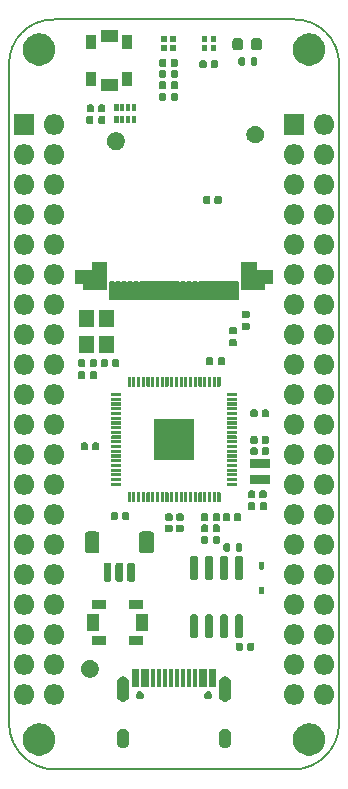
<source format=gbr>
%TF.GenerationSoftware,KiCad,Pcbnew,9.0.2*%
%TF.CreationDate,2025-05-14T22:05:17+05:30*%
%TF.ProjectId,pico2-ice,7069636f-322d-4696-9365-2e6b69636164,REV2*%
%TF.SameCoordinates,Original*%
%TF.FileFunction,Soldermask,Top*%
%TF.FilePolarity,Negative*%
%FSLAX46Y46*%
G04 Gerber Fmt 4.6, Leading zero omitted, Abs format (unit mm)*
G04 Created by KiCad (PCBNEW 9.0.2) date 2025-05-14 22:05:17*
%MOMM*%
%LPD*%
G01*
G04 APERTURE LIST*
%TA.AperFunction,Profile*%
%ADD10C,0.127000*%
%TD*%
G04 APERTURE END LIST*
G36*
X61280987Y-130742991D02*
G01*
X61486190Y-130809666D01*
X61678436Y-130907620D01*
X61852991Y-131034442D01*
X62005558Y-131187009D01*
X62132380Y-131361564D01*
X62230334Y-131553810D01*
X62297009Y-131759013D01*
X62330761Y-131972119D01*
X62330761Y-132187881D01*
X62297009Y-132400987D01*
X62230334Y-132606190D01*
X62132380Y-132798436D01*
X62005558Y-132972991D01*
X61852991Y-133125558D01*
X61678436Y-133252380D01*
X61486190Y-133350334D01*
X61280987Y-133417009D01*
X61067881Y-133450761D01*
X60852119Y-133450761D01*
X60639013Y-133417009D01*
X60433810Y-133350334D01*
X60241564Y-133252380D01*
X60067009Y-133125558D01*
X59914442Y-132972991D01*
X59787620Y-132798436D01*
X59689666Y-132606190D01*
X59622991Y-132400987D01*
X59589239Y-132187881D01*
X59589239Y-131972119D01*
X59622991Y-131759013D01*
X59689666Y-131553810D01*
X59787620Y-131361564D01*
X59914442Y-131187009D01*
X60067009Y-131034442D01*
X60241564Y-130907620D01*
X60433810Y-130809666D01*
X60639013Y-130742991D01*
X60852119Y-130709239D01*
X61067881Y-130709239D01*
X61280987Y-130742991D01*
G37*
G36*
X84140987Y-130742991D02*
G01*
X84346190Y-130809666D01*
X84538436Y-130907620D01*
X84712991Y-131034442D01*
X84865558Y-131187009D01*
X84992380Y-131361564D01*
X85090334Y-131553810D01*
X85157009Y-131759013D01*
X85190761Y-131972119D01*
X85190761Y-132187881D01*
X85157009Y-132400987D01*
X85090334Y-132606190D01*
X84992380Y-132798436D01*
X84865558Y-132972991D01*
X84712991Y-133125558D01*
X84538436Y-133252380D01*
X84346190Y-133350334D01*
X84140987Y-133417009D01*
X83927881Y-133450761D01*
X83712119Y-133450761D01*
X83499013Y-133417009D01*
X83293810Y-133350334D01*
X83101564Y-133252380D01*
X82927009Y-133125558D01*
X82774442Y-132972991D01*
X82647620Y-132798436D01*
X82549666Y-132606190D01*
X82482991Y-132400987D01*
X82449239Y-132187881D01*
X82449239Y-131972119D01*
X82482991Y-131759013D01*
X82549666Y-131553810D01*
X82647620Y-131361564D01*
X82774442Y-131187009D01*
X82927009Y-131034442D01*
X83101564Y-130907620D01*
X83293810Y-130809666D01*
X83499013Y-130742991D01*
X83712119Y-130709239D01*
X83927881Y-130709239D01*
X84140987Y-130742991D01*
G37*
G36*
X68270909Y-131201963D02*
G01*
X68389600Y-131270489D01*
X68486511Y-131367400D01*
X68555037Y-131486091D01*
X68590509Y-131618474D01*
X68595000Y-131687000D01*
X68595000Y-132287000D01*
X68590509Y-132355526D01*
X68555037Y-132487909D01*
X68486511Y-132606600D01*
X68389600Y-132703511D01*
X68270909Y-132772037D01*
X68138526Y-132807509D01*
X68001474Y-132807509D01*
X67869091Y-132772037D01*
X67750400Y-132703511D01*
X67653489Y-132606600D01*
X67584963Y-132487909D01*
X67549491Y-132355526D01*
X67545000Y-132287000D01*
X67545000Y-131687000D01*
X67549491Y-131618474D01*
X67584963Y-131486091D01*
X67653489Y-131367400D01*
X67750400Y-131270489D01*
X67869091Y-131201963D01*
X68001474Y-131166491D01*
X68138526Y-131166491D01*
X68270909Y-131201963D01*
G37*
G36*
X76910909Y-131201963D02*
G01*
X77029600Y-131270489D01*
X77126511Y-131367400D01*
X77195037Y-131486091D01*
X77230509Y-131618474D01*
X77235000Y-131687000D01*
X77235000Y-132287000D01*
X77230509Y-132355526D01*
X77195037Y-132487909D01*
X77126511Y-132606600D01*
X77029600Y-132703511D01*
X76910909Y-132772037D01*
X76778526Y-132807509D01*
X76641474Y-132807509D01*
X76509091Y-132772037D01*
X76390400Y-132703511D01*
X76293489Y-132606600D01*
X76224963Y-132487909D01*
X76189491Y-132355526D01*
X76185000Y-132287000D01*
X76185000Y-131687000D01*
X76189491Y-131618474D01*
X76224963Y-131486091D01*
X76293489Y-131367400D01*
X76390400Y-131270489D01*
X76509091Y-131201963D01*
X76641474Y-131166491D01*
X76778526Y-131166491D01*
X76910909Y-131201963D01*
G37*
G36*
X59943999Y-127432677D02*
G01*
X60102472Y-127498319D01*
X60245094Y-127593616D01*
X60366384Y-127714906D01*
X60461681Y-127857528D01*
X60527323Y-128016001D01*
X60560787Y-128184235D01*
X60560787Y-128355765D01*
X60527323Y-128523999D01*
X60461681Y-128682472D01*
X60366384Y-128825094D01*
X60245094Y-128946384D01*
X60102472Y-129041681D01*
X59943999Y-129107323D01*
X59775765Y-129140787D01*
X59604235Y-129140787D01*
X59436001Y-129107323D01*
X59277528Y-129041681D01*
X59134906Y-128946384D01*
X59013616Y-128825094D01*
X58918319Y-128682472D01*
X58852677Y-128523999D01*
X58819213Y-128355765D01*
X58819213Y-128184235D01*
X58852677Y-128016001D01*
X58918319Y-127857528D01*
X59013616Y-127714906D01*
X59134906Y-127593616D01*
X59277528Y-127498319D01*
X59436001Y-127432677D01*
X59604235Y-127399213D01*
X59775765Y-127399213D01*
X59943999Y-127432677D01*
G37*
G36*
X62483999Y-127432677D02*
G01*
X62642472Y-127498319D01*
X62785094Y-127593616D01*
X62906384Y-127714906D01*
X63001681Y-127857528D01*
X63067323Y-128016001D01*
X63100787Y-128184235D01*
X63100787Y-128355765D01*
X63067323Y-128523999D01*
X63001681Y-128682472D01*
X62906384Y-128825094D01*
X62785094Y-128946384D01*
X62642472Y-129041681D01*
X62483999Y-129107323D01*
X62315765Y-129140787D01*
X62144235Y-129140787D01*
X61976001Y-129107323D01*
X61817528Y-129041681D01*
X61674906Y-128946384D01*
X61553616Y-128825094D01*
X61458319Y-128682472D01*
X61392677Y-128523999D01*
X61359213Y-128355765D01*
X61359213Y-128184235D01*
X61392677Y-128016001D01*
X61458319Y-127857528D01*
X61553616Y-127714906D01*
X61674906Y-127593616D01*
X61817528Y-127498319D01*
X61976001Y-127432677D01*
X62144235Y-127399213D01*
X62315765Y-127399213D01*
X62483999Y-127432677D01*
G37*
G36*
X82803999Y-127432677D02*
G01*
X82962472Y-127498319D01*
X83105094Y-127593616D01*
X83226384Y-127714906D01*
X83321681Y-127857528D01*
X83387323Y-128016001D01*
X83420787Y-128184235D01*
X83420787Y-128355765D01*
X83387323Y-128523999D01*
X83321681Y-128682472D01*
X83226384Y-128825094D01*
X83105094Y-128946384D01*
X82962472Y-129041681D01*
X82803999Y-129107323D01*
X82635765Y-129140787D01*
X82464235Y-129140787D01*
X82296001Y-129107323D01*
X82137528Y-129041681D01*
X81994906Y-128946384D01*
X81873616Y-128825094D01*
X81778319Y-128682472D01*
X81712677Y-128523999D01*
X81679213Y-128355765D01*
X81679213Y-128184235D01*
X81712677Y-128016001D01*
X81778319Y-127857528D01*
X81873616Y-127714906D01*
X81994906Y-127593616D01*
X82137528Y-127498319D01*
X82296001Y-127432677D01*
X82464235Y-127399213D01*
X82635765Y-127399213D01*
X82803999Y-127432677D01*
G37*
G36*
X85343999Y-127432677D02*
G01*
X85502472Y-127498319D01*
X85645094Y-127593616D01*
X85766384Y-127714906D01*
X85861681Y-127857528D01*
X85927323Y-128016001D01*
X85960787Y-128184235D01*
X85960787Y-128355765D01*
X85927323Y-128523999D01*
X85861681Y-128682472D01*
X85766384Y-128825094D01*
X85645094Y-128946384D01*
X85502472Y-129041681D01*
X85343999Y-129107323D01*
X85175765Y-129140787D01*
X85004235Y-129140787D01*
X84836001Y-129107323D01*
X84677528Y-129041681D01*
X84534906Y-128946384D01*
X84413616Y-128825094D01*
X84318319Y-128682472D01*
X84252677Y-128523999D01*
X84219213Y-128355765D01*
X84219213Y-128184235D01*
X84252677Y-128016001D01*
X84318319Y-127857528D01*
X84413616Y-127714906D01*
X84534906Y-127593616D01*
X84677528Y-127498319D01*
X84836001Y-127432677D01*
X85004235Y-127399213D01*
X85175765Y-127399213D01*
X85343999Y-127432677D01*
G37*
G36*
X68270909Y-126771963D02*
G01*
X68389600Y-126840489D01*
X68486511Y-126937400D01*
X68555037Y-127056091D01*
X68590509Y-127188474D01*
X68595000Y-127257000D01*
X68595000Y-128357000D01*
X68590509Y-128425526D01*
X68555037Y-128557909D01*
X68486511Y-128676600D01*
X68389600Y-128773511D01*
X68270909Y-128842037D01*
X68138526Y-128877509D01*
X68001474Y-128877509D01*
X67869091Y-128842037D01*
X67750400Y-128773511D01*
X67653489Y-128676600D01*
X67584963Y-128557909D01*
X67549491Y-128425526D01*
X67545000Y-128357000D01*
X67545000Y-127257000D01*
X67549491Y-127188474D01*
X67584963Y-127056091D01*
X67653489Y-126937400D01*
X67750400Y-126840489D01*
X67869091Y-126771963D01*
X68001474Y-126736491D01*
X68138526Y-126736491D01*
X68270909Y-126771963D01*
G37*
G36*
X76910909Y-126771963D02*
G01*
X77029600Y-126840489D01*
X77126511Y-126937400D01*
X77195037Y-127056091D01*
X77230509Y-127188474D01*
X77235000Y-127257000D01*
X77235000Y-128357000D01*
X77230509Y-128425526D01*
X77195037Y-128557909D01*
X77126511Y-128676600D01*
X77029600Y-128773511D01*
X76910909Y-128842037D01*
X76778526Y-128877509D01*
X76641474Y-128877509D01*
X76509091Y-128842037D01*
X76390400Y-128773511D01*
X76293489Y-128676600D01*
X76224963Y-128557909D01*
X76189491Y-128425526D01*
X76185000Y-128357000D01*
X76185000Y-127257000D01*
X76189491Y-127188474D01*
X76224963Y-127056091D01*
X76293489Y-126937400D01*
X76390400Y-126840489D01*
X76509091Y-126771963D01*
X76641474Y-126736491D01*
X76778526Y-126736491D01*
X76910909Y-126771963D01*
G37*
G36*
X69633939Y-128013642D02*
G01*
X69713067Y-128059326D01*
X69777674Y-128123933D01*
X69823358Y-128203061D01*
X69847006Y-128291316D01*
X69847006Y-128382684D01*
X69823358Y-128470939D01*
X69777674Y-128550067D01*
X69713067Y-128614674D01*
X69633939Y-128660358D01*
X69545684Y-128684006D01*
X69454316Y-128684006D01*
X69366061Y-128660358D01*
X69286933Y-128614674D01*
X69222326Y-128550067D01*
X69176642Y-128470939D01*
X69152994Y-128382684D01*
X69152994Y-128291316D01*
X69176642Y-128203061D01*
X69222326Y-128123933D01*
X69286933Y-128059326D01*
X69366061Y-128013642D01*
X69454316Y-127989994D01*
X69545684Y-127989994D01*
X69633939Y-128013642D01*
G37*
G36*
X75413939Y-128013642D02*
G01*
X75493067Y-128059326D01*
X75557674Y-128123933D01*
X75603358Y-128203061D01*
X75627006Y-128291316D01*
X75627006Y-128382684D01*
X75603358Y-128470939D01*
X75557674Y-128550067D01*
X75493067Y-128614674D01*
X75413939Y-128660358D01*
X75325684Y-128684006D01*
X75234316Y-128684006D01*
X75146061Y-128660358D01*
X75066933Y-128614674D01*
X75002326Y-128550067D01*
X74956642Y-128470939D01*
X74932994Y-128382684D01*
X74932994Y-128291316D01*
X74956642Y-128203061D01*
X75002326Y-128123933D01*
X75066933Y-128059326D01*
X75146061Y-128013642D01*
X75234316Y-127989994D01*
X75325684Y-127989994D01*
X75413939Y-128013642D01*
G37*
G36*
X69449567Y-126143903D02*
G01*
X69457678Y-126149322D01*
X69463097Y-126157433D01*
X69465000Y-126167000D01*
X69465000Y-127617000D01*
X69463097Y-127626567D01*
X69457678Y-127634678D01*
X69449567Y-127640097D01*
X69440000Y-127642000D01*
X68840000Y-127642000D01*
X68830433Y-127640097D01*
X68822322Y-127634678D01*
X68816903Y-127626567D01*
X68815000Y-127617000D01*
X68815000Y-126167000D01*
X68816903Y-126157433D01*
X68822322Y-126149322D01*
X68830433Y-126143903D01*
X68840000Y-126142000D01*
X69440000Y-126142000D01*
X69449567Y-126143903D01*
G37*
G36*
X70249567Y-126143903D02*
G01*
X70257678Y-126149322D01*
X70263097Y-126157433D01*
X70265000Y-126167000D01*
X70265000Y-127617000D01*
X70263097Y-127626567D01*
X70257678Y-127634678D01*
X70249567Y-127640097D01*
X70240000Y-127642000D01*
X69640000Y-127642000D01*
X69630433Y-127640097D01*
X69622322Y-127634678D01*
X69616903Y-127626567D01*
X69615000Y-127617000D01*
X69615000Y-126167000D01*
X69616903Y-126157433D01*
X69622322Y-126149322D01*
X69630433Y-126143903D01*
X69640000Y-126142000D01*
X70240000Y-126142000D01*
X70249567Y-126143903D01*
G37*
G36*
X70799567Y-126143903D02*
G01*
X70807678Y-126149322D01*
X70813097Y-126157433D01*
X70815000Y-126167000D01*
X70815000Y-127617000D01*
X70813097Y-127626567D01*
X70807678Y-127634678D01*
X70799567Y-127640097D01*
X70790000Y-127642000D01*
X70490000Y-127642000D01*
X70480433Y-127640097D01*
X70472322Y-127634678D01*
X70466903Y-127626567D01*
X70465000Y-127617000D01*
X70465000Y-126167000D01*
X70466903Y-126157433D01*
X70472322Y-126149322D01*
X70480433Y-126143903D01*
X70490000Y-126142000D01*
X70790000Y-126142000D01*
X70799567Y-126143903D01*
G37*
G36*
X71299567Y-126143903D02*
G01*
X71307678Y-126149322D01*
X71313097Y-126157433D01*
X71315000Y-126167000D01*
X71315000Y-127617000D01*
X71313097Y-127626567D01*
X71307678Y-127634678D01*
X71299567Y-127640097D01*
X71290000Y-127642000D01*
X70990000Y-127642000D01*
X70980433Y-127640097D01*
X70972322Y-127634678D01*
X70966903Y-127626567D01*
X70965000Y-127617000D01*
X70965000Y-126167000D01*
X70966903Y-126157433D01*
X70972322Y-126149322D01*
X70980433Y-126143903D01*
X70990000Y-126142000D01*
X71290000Y-126142000D01*
X71299567Y-126143903D01*
G37*
G36*
X71799567Y-126143903D02*
G01*
X71807678Y-126149322D01*
X71813097Y-126157433D01*
X71815000Y-126167000D01*
X71815000Y-127617000D01*
X71813097Y-127626567D01*
X71807678Y-127634678D01*
X71799567Y-127640097D01*
X71790000Y-127642000D01*
X71490000Y-127642000D01*
X71480433Y-127640097D01*
X71472322Y-127634678D01*
X71466903Y-127626567D01*
X71465000Y-127617000D01*
X71465000Y-126167000D01*
X71466903Y-126157433D01*
X71472322Y-126149322D01*
X71480433Y-126143903D01*
X71490000Y-126142000D01*
X71790000Y-126142000D01*
X71799567Y-126143903D01*
G37*
G36*
X72299567Y-126143903D02*
G01*
X72307678Y-126149322D01*
X72313097Y-126157433D01*
X72315000Y-126167000D01*
X72315000Y-127617000D01*
X72313097Y-127626567D01*
X72307678Y-127634678D01*
X72299567Y-127640097D01*
X72290000Y-127642000D01*
X71990000Y-127642000D01*
X71980433Y-127640097D01*
X71972322Y-127634678D01*
X71966903Y-127626567D01*
X71965000Y-127617000D01*
X71965000Y-126167000D01*
X71966903Y-126157433D01*
X71972322Y-126149322D01*
X71980433Y-126143903D01*
X71990000Y-126142000D01*
X72290000Y-126142000D01*
X72299567Y-126143903D01*
G37*
G36*
X72799567Y-126143903D02*
G01*
X72807678Y-126149322D01*
X72813097Y-126157433D01*
X72815000Y-126167000D01*
X72815000Y-127617000D01*
X72813097Y-127626567D01*
X72807678Y-127634678D01*
X72799567Y-127640097D01*
X72790000Y-127642000D01*
X72490000Y-127642000D01*
X72480433Y-127640097D01*
X72472322Y-127634678D01*
X72466903Y-127626567D01*
X72465000Y-127617000D01*
X72465000Y-126167000D01*
X72466903Y-126157433D01*
X72472322Y-126149322D01*
X72480433Y-126143903D01*
X72490000Y-126142000D01*
X72790000Y-126142000D01*
X72799567Y-126143903D01*
G37*
G36*
X73299567Y-126143903D02*
G01*
X73307678Y-126149322D01*
X73313097Y-126157433D01*
X73315000Y-126167000D01*
X73315000Y-127617000D01*
X73313097Y-127626567D01*
X73307678Y-127634678D01*
X73299567Y-127640097D01*
X73290000Y-127642000D01*
X72990000Y-127642000D01*
X72980433Y-127640097D01*
X72972322Y-127634678D01*
X72966903Y-127626567D01*
X72965000Y-127617000D01*
X72965000Y-126167000D01*
X72966903Y-126157433D01*
X72972322Y-126149322D01*
X72980433Y-126143903D01*
X72990000Y-126142000D01*
X73290000Y-126142000D01*
X73299567Y-126143903D01*
G37*
G36*
X73799567Y-126143903D02*
G01*
X73807678Y-126149322D01*
X73813097Y-126157433D01*
X73815000Y-126167000D01*
X73815000Y-127617000D01*
X73813097Y-127626567D01*
X73807678Y-127634678D01*
X73799567Y-127640097D01*
X73790000Y-127642000D01*
X73490000Y-127642000D01*
X73480433Y-127640097D01*
X73472322Y-127634678D01*
X73466903Y-127626567D01*
X73465000Y-127617000D01*
X73465000Y-126167000D01*
X73466903Y-126157433D01*
X73472322Y-126149322D01*
X73480433Y-126143903D01*
X73490000Y-126142000D01*
X73790000Y-126142000D01*
X73799567Y-126143903D01*
G37*
G36*
X74299567Y-126143903D02*
G01*
X74307678Y-126149322D01*
X74313097Y-126157433D01*
X74315000Y-126167000D01*
X74315000Y-127617000D01*
X74313097Y-127626567D01*
X74307678Y-127634678D01*
X74299567Y-127640097D01*
X74290000Y-127642000D01*
X73990000Y-127642000D01*
X73980433Y-127640097D01*
X73972322Y-127634678D01*
X73966903Y-127626567D01*
X73965000Y-127617000D01*
X73965000Y-126167000D01*
X73966903Y-126157433D01*
X73972322Y-126149322D01*
X73980433Y-126143903D01*
X73990000Y-126142000D01*
X74290000Y-126142000D01*
X74299567Y-126143903D01*
G37*
G36*
X75149567Y-126143903D02*
G01*
X75157678Y-126149322D01*
X75163097Y-126157433D01*
X75165000Y-126167000D01*
X75165000Y-127617000D01*
X75163097Y-127626567D01*
X75157678Y-127634678D01*
X75149567Y-127640097D01*
X75140000Y-127642000D01*
X74540000Y-127642000D01*
X74530433Y-127640097D01*
X74522322Y-127634678D01*
X74516903Y-127626567D01*
X74515000Y-127617000D01*
X74515000Y-126167000D01*
X74516903Y-126157433D01*
X74522322Y-126149322D01*
X74530433Y-126143903D01*
X74540000Y-126142000D01*
X75140000Y-126142000D01*
X75149567Y-126143903D01*
G37*
G36*
X75949567Y-126143903D02*
G01*
X75957678Y-126149322D01*
X75963097Y-126157433D01*
X75965000Y-126167000D01*
X75965000Y-127617000D01*
X75963097Y-127626567D01*
X75957678Y-127634678D01*
X75949567Y-127640097D01*
X75940000Y-127642000D01*
X75340000Y-127642000D01*
X75330433Y-127640097D01*
X75322322Y-127634678D01*
X75316903Y-127626567D01*
X75315000Y-127617000D01*
X75315000Y-126167000D01*
X75316903Y-126157433D01*
X75322322Y-126149322D01*
X75330433Y-126143903D01*
X75340000Y-126142000D01*
X75940000Y-126142000D01*
X75949567Y-126143903D01*
G37*
G36*
X65480632Y-125375966D02*
G01*
X65616466Y-125432230D01*
X65738713Y-125513913D01*
X65842676Y-125617876D01*
X65924359Y-125740123D01*
X65980623Y-125875957D01*
X66009307Y-126020158D01*
X66009307Y-126167184D01*
X65980623Y-126311385D01*
X65924359Y-126447219D01*
X65842676Y-126569466D01*
X65738713Y-126673429D01*
X65616466Y-126755112D01*
X65480632Y-126811376D01*
X65336431Y-126840060D01*
X65189405Y-126840060D01*
X65045204Y-126811376D01*
X64909370Y-126755112D01*
X64787123Y-126673429D01*
X64683160Y-126569466D01*
X64601477Y-126447219D01*
X64545213Y-126311385D01*
X64516529Y-126167184D01*
X64516529Y-126020158D01*
X64545213Y-125875957D01*
X64601477Y-125740123D01*
X64683160Y-125617876D01*
X64787123Y-125513913D01*
X64909370Y-125432230D01*
X65045204Y-125375966D01*
X65189405Y-125347282D01*
X65336431Y-125347282D01*
X65480632Y-125375966D01*
G37*
G36*
X59943999Y-124892677D02*
G01*
X60102472Y-124958319D01*
X60245094Y-125053616D01*
X60366384Y-125174906D01*
X60461681Y-125317528D01*
X60527323Y-125476001D01*
X60560787Y-125644235D01*
X60560787Y-125815765D01*
X60527323Y-125983999D01*
X60461681Y-126142472D01*
X60366384Y-126285094D01*
X60245094Y-126406384D01*
X60102472Y-126501681D01*
X59943999Y-126567323D01*
X59775765Y-126600787D01*
X59604235Y-126600787D01*
X59436001Y-126567323D01*
X59277528Y-126501681D01*
X59134906Y-126406384D01*
X59013616Y-126285094D01*
X58918319Y-126142472D01*
X58852677Y-125983999D01*
X58819213Y-125815765D01*
X58819213Y-125644235D01*
X58852677Y-125476001D01*
X58918319Y-125317528D01*
X59013616Y-125174906D01*
X59134906Y-125053616D01*
X59277528Y-124958319D01*
X59436001Y-124892677D01*
X59604235Y-124859213D01*
X59775765Y-124859213D01*
X59943999Y-124892677D01*
G37*
G36*
X62483999Y-124892677D02*
G01*
X62642472Y-124958319D01*
X62785094Y-125053616D01*
X62906384Y-125174906D01*
X63001681Y-125317528D01*
X63067323Y-125476001D01*
X63100787Y-125644235D01*
X63100787Y-125815765D01*
X63067323Y-125983999D01*
X63001681Y-126142472D01*
X62906384Y-126285094D01*
X62785094Y-126406384D01*
X62642472Y-126501681D01*
X62483999Y-126567323D01*
X62315765Y-126600787D01*
X62144235Y-126600787D01*
X61976001Y-126567323D01*
X61817528Y-126501681D01*
X61674906Y-126406384D01*
X61553616Y-126285094D01*
X61458319Y-126142472D01*
X61392677Y-125983999D01*
X61359213Y-125815765D01*
X61359213Y-125644235D01*
X61392677Y-125476001D01*
X61458319Y-125317528D01*
X61553616Y-125174906D01*
X61674906Y-125053616D01*
X61817528Y-124958319D01*
X61976001Y-124892677D01*
X62144235Y-124859213D01*
X62315765Y-124859213D01*
X62483999Y-124892677D01*
G37*
G36*
X82803999Y-124892677D02*
G01*
X82962472Y-124958319D01*
X83105094Y-125053616D01*
X83226384Y-125174906D01*
X83321681Y-125317528D01*
X83387323Y-125476001D01*
X83420787Y-125644235D01*
X83420787Y-125815765D01*
X83387323Y-125983999D01*
X83321681Y-126142472D01*
X83226384Y-126285094D01*
X83105094Y-126406384D01*
X82962472Y-126501681D01*
X82803999Y-126567323D01*
X82635765Y-126600787D01*
X82464235Y-126600787D01*
X82296001Y-126567323D01*
X82137528Y-126501681D01*
X81994906Y-126406384D01*
X81873616Y-126285094D01*
X81778319Y-126142472D01*
X81712677Y-125983999D01*
X81679213Y-125815765D01*
X81679213Y-125644235D01*
X81712677Y-125476001D01*
X81778319Y-125317528D01*
X81873616Y-125174906D01*
X81994906Y-125053616D01*
X82137528Y-124958319D01*
X82296001Y-124892677D01*
X82464235Y-124859213D01*
X82635765Y-124859213D01*
X82803999Y-124892677D01*
G37*
G36*
X85343999Y-124892677D02*
G01*
X85502472Y-124958319D01*
X85645094Y-125053616D01*
X85766384Y-125174906D01*
X85861681Y-125317528D01*
X85927323Y-125476001D01*
X85960787Y-125644235D01*
X85960787Y-125815765D01*
X85927323Y-125983999D01*
X85861681Y-126142472D01*
X85766384Y-126285094D01*
X85645094Y-126406384D01*
X85502472Y-126501681D01*
X85343999Y-126567323D01*
X85175765Y-126600787D01*
X85004235Y-126600787D01*
X84836001Y-126567323D01*
X84677528Y-126501681D01*
X84534906Y-126406384D01*
X84413616Y-126285094D01*
X84318319Y-126142472D01*
X84252677Y-125983999D01*
X84219213Y-125815765D01*
X84219213Y-125644235D01*
X84252677Y-125476001D01*
X84318319Y-125317528D01*
X84413616Y-125174906D01*
X84534906Y-125053616D01*
X84677528Y-124958319D01*
X84836001Y-124892677D01*
X85004235Y-124859213D01*
X85175765Y-124859213D01*
X85343999Y-124892677D01*
G37*
G36*
X78117861Y-123891631D02*
G01*
X78171391Y-123927398D01*
X78207158Y-123980928D01*
X78219718Y-124044071D01*
X78219718Y-124384071D01*
X78207158Y-124447214D01*
X78171391Y-124500744D01*
X78117861Y-124536511D01*
X78054718Y-124549071D01*
X77774718Y-124549071D01*
X77711575Y-124536511D01*
X77658045Y-124500744D01*
X77622278Y-124447214D01*
X77609718Y-124384071D01*
X77609718Y-124044071D01*
X77622278Y-123980928D01*
X77658045Y-123927398D01*
X77711575Y-123891631D01*
X77774718Y-123879071D01*
X78054718Y-123879071D01*
X78117861Y-123891631D01*
G37*
G36*
X79077861Y-123891631D02*
G01*
X79131391Y-123927398D01*
X79167158Y-123980928D01*
X79179718Y-124044071D01*
X79179718Y-124384071D01*
X79167158Y-124447214D01*
X79131391Y-124500744D01*
X79077861Y-124536511D01*
X79014718Y-124549071D01*
X78734718Y-124549071D01*
X78671575Y-124536511D01*
X78618045Y-124500744D01*
X78582278Y-124447214D01*
X78569718Y-124384071D01*
X78569718Y-124044071D01*
X78582278Y-123980928D01*
X78618045Y-123927398D01*
X78671575Y-123891631D01*
X78734718Y-123879071D01*
X79014718Y-123879071D01*
X79077861Y-123891631D01*
G37*
G36*
X66634685Y-123308974D02*
G01*
X66642796Y-123314393D01*
X66648215Y-123322504D01*
X66650118Y-123332071D01*
X66650118Y-124082071D01*
X66648215Y-124091638D01*
X66642796Y-124099749D01*
X66634685Y-124105168D01*
X66625118Y-124107071D01*
X65475118Y-124107071D01*
X65465551Y-124105168D01*
X65457440Y-124099749D01*
X65452021Y-124091638D01*
X65450118Y-124082071D01*
X65450118Y-123332071D01*
X65452021Y-123322504D01*
X65457440Y-123314393D01*
X65465551Y-123308974D01*
X65475118Y-123307071D01*
X66625118Y-123307071D01*
X66634685Y-123308974D01*
G37*
G36*
X69784685Y-123308974D02*
G01*
X69792796Y-123314393D01*
X69798215Y-123322504D01*
X69800118Y-123332071D01*
X69800118Y-124082071D01*
X69798215Y-124091638D01*
X69792796Y-124099749D01*
X69784685Y-124105168D01*
X69775118Y-124107071D01*
X68625118Y-124107071D01*
X68615551Y-124105168D01*
X68607440Y-124099749D01*
X68602021Y-124091638D01*
X68600118Y-124082071D01*
X68600118Y-123332071D01*
X68602021Y-123322504D01*
X68607440Y-123314393D01*
X68615551Y-123308974D01*
X68625118Y-123307071D01*
X69775118Y-123307071D01*
X69784685Y-123308974D01*
G37*
G36*
X59943999Y-122352677D02*
G01*
X60102472Y-122418319D01*
X60245094Y-122513616D01*
X60366384Y-122634906D01*
X60461681Y-122777528D01*
X60527323Y-122936001D01*
X60560787Y-123104235D01*
X60560787Y-123275765D01*
X60527323Y-123443999D01*
X60461681Y-123602472D01*
X60366384Y-123745094D01*
X60245094Y-123866384D01*
X60102472Y-123961681D01*
X59943999Y-124027323D01*
X59775765Y-124060787D01*
X59604235Y-124060787D01*
X59436001Y-124027323D01*
X59277528Y-123961681D01*
X59134906Y-123866384D01*
X59013616Y-123745094D01*
X58918319Y-123602472D01*
X58852677Y-123443999D01*
X58819213Y-123275765D01*
X58819213Y-123104235D01*
X58852677Y-122936001D01*
X58918319Y-122777528D01*
X59013616Y-122634906D01*
X59134906Y-122513616D01*
X59277528Y-122418319D01*
X59436001Y-122352677D01*
X59604235Y-122319213D01*
X59775765Y-122319213D01*
X59943999Y-122352677D01*
G37*
G36*
X62483999Y-122352677D02*
G01*
X62642472Y-122418319D01*
X62785094Y-122513616D01*
X62906384Y-122634906D01*
X63001681Y-122777528D01*
X63067323Y-122936001D01*
X63100787Y-123104235D01*
X63100787Y-123275765D01*
X63067323Y-123443999D01*
X63001681Y-123602472D01*
X62906384Y-123745094D01*
X62785094Y-123866384D01*
X62642472Y-123961681D01*
X62483999Y-124027323D01*
X62315765Y-124060787D01*
X62144235Y-124060787D01*
X61976001Y-124027323D01*
X61817528Y-123961681D01*
X61674906Y-123866384D01*
X61553616Y-123745094D01*
X61458319Y-123602472D01*
X61392677Y-123443999D01*
X61359213Y-123275765D01*
X61359213Y-123104235D01*
X61392677Y-122936001D01*
X61458319Y-122777528D01*
X61553616Y-122634906D01*
X61674906Y-122513616D01*
X61817528Y-122418319D01*
X61976001Y-122352677D01*
X62144235Y-122319213D01*
X62315765Y-122319213D01*
X62483999Y-122352677D01*
G37*
G36*
X82803999Y-122352677D02*
G01*
X82962472Y-122418319D01*
X83105094Y-122513616D01*
X83226384Y-122634906D01*
X83321681Y-122777528D01*
X83387323Y-122936001D01*
X83420787Y-123104235D01*
X83420787Y-123275765D01*
X83387323Y-123443999D01*
X83321681Y-123602472D01*
X83226384Y-123745094D01*
X83105094Y-123866384D01*
X82962472Y-123961681D01*
X82803999Y-124027323D01*
X82635765Y-124060787D01*
X82464235Y-124060787D01*
X82296001Y-124027323D01*
X82137528Y-123961681D01*
X81994906Y-123866384D01*
X81873616Y-123745094D01*
X81778319Y-123602472D01*
X81712677Y-123443999D01*
X81679213Y-123275765D01*
X81679213Y-123104235D01*
X81712677Y-122936001D01*
X81778319Y-122777528D01*
X81873616Y-122634906D01*
X81994906Y-122513616D01*
X82137528Y-122418319D01*
X82296001Y-122352677D01*
X82464235Y-122319213D01*
X82635765Y-122319213D01*
X82803999Y-122352677D01*
G37*
G36*
X85343999Y-122352677D02*
G01*
X85502472Y-122418319D01*
X85645094Y-122513616D01*
X85766384Y-122634906D01*
X85861681Y-122777528D01*
X85927323Y-122936001D01*
X85960787Y-123104235D01*
X85960787Y-123275765D01*
X85927323Y-123443999D01*
X85861681Y-123602472D01*
X85766384Y-123745094D01*
X85645094Y-123866384D01*
X85502472Y-123961681D01*
X85343999Y-124027323D01*
X85175765Y-124060787D01*
X85004235Y-124060787D01*
X84836001Y-124027323D01*
X84677528Y-123961681D01*
X84534906Y-123866384D01*
X84413616Y-123745094D01*
X84318319Y-123602472D01*
X84252677Y-123443999D01*
X84219213Y-123275765D01*
X84219213Y-123104235D01*
X84252677Y-122936001D01*
X84318319Y-122777528D01*
X84413616Y-122634906D01*
X84534906Y-122513616D01*
X84677528Y-122418319D01*
X84836001Y-122352677D01*
X85004235Y-122319213D01*
X85175765Y-122319213D01*
X85343999Y-122352677D01*
G37*
G36*
X74293688Y-121511392D02*
G01*
X74350462Y-121549327D01*
X74388397Y-121606101D01*
X74401718Y-121673071D01*
X74401718Y-123323071D01*
X74388397Y-123390041D01*
X74350462Y-123446815D01*
X74293688Y-123484750D01*
X74226718Y-123498071D01*
X73926718Y-123498071D01*
X73859748Y-123484750D01*
X73802974Y-123446815D01*
X73765039Y-123390041D01*
X73751718Y-123323071D01*
X73751718Y-121673071D01*
X73765039Y-121606101D01*
X73802974Y-121549327D01*
X73859748Y-121511392D01*
X73926718Y-121498071D01*
X74226718Y-121498071D01*
X74293688Y-121511392D01*
G37*
G36*
X75563688Y-121511392D02*
G01*
X75620462Y-121549327D01*
X75658397Y-121606101D01*
X75671718Y-121673071D01*
X75671718Y-123323071D01*
X75658397Y-123390041D01*
X75620462Y-123446815D01*
X75563688Y-123484750D01*
X75496718Y-123498071D01*
X75196718Y-123498071D01*
X75129748Y-123484750D01*
X75072974Y-123446815D01*
X75035039Y-123390041D01*
X75021718Y-123323071D01*
X75021718Y-121673071D01*
X75035039Y-121606101D01*
X75072974Y-121549327D01*
X75129748Y-121511392D01*
X75196718Y-121498071D01*
X75496718Y-121498071D01*
X75563688Y-121511392D01*
G37*
G36*
X76833688Y-121511392D02*
G01*
X76890462Y-121549327D01*
X76928397Y-121606101D01*
X76941718Y-121673071D01*
X76941718Y-123323071D01*
X76928397Y-123390041D01*
X76890462Y-123446815D01*
X76833688Y-123484750D01*
X76766718Y-123498071D01*
X76466718Y-123498071D01*
X76399748Y-123484750D01*
X76342974Y-123446815D01*
X76305039Y-123390041D01*
X76291718Y-123323071D01*
X76291718Y-121673071D01*
X76305039Y-121606101D01*
X76342974Y-121549327D01*
X76399748Y-121511392D01*
X76466718Y-121498071D01*
X76766718Y-121498071D01*
X76833688Y-121511392D01*
G37*
G36*
X78103688Y-121511392D02*
G01*
X78160462Y-121549327D01*
X78198397Y-121606101D01*
X78211718Y-121673071D01*
X78211718Y-123323071D01*
X78198397Y-123390041D01*
X78160462Y-123446815D01*
X78103688Y-123484750D01*
X78036718Y-123498071D01*
X77736718Y-123498071D01*
X77669748Y-123484750D01*
X77612974Y-123446815D01*
X77575039Y-123390041D01*
X77561718Y-123323071D01*
X77561718Y-121673071D01*
X77575039Y-121606101D01*
X77612974Y-121549327D01*
X77669748Y-121511392D01*
X77736718Y-121498071D01*
X78036718Y-121498071D01*
X78103688Y-121511392D01*
G37*
G36*
X66034685Y-121458974D02*
G01*
X66042796Y-121464393D01*
X66048215Y-121472504D01*
X66050118Y-121482071D01*
X66050118Y-122882071D01*
X66048215Y-122891638D01*
X66042796Y-122899749D01*
X66034685Y-122905168D01*
X66025118Y-122907071D01*
X65075118Y-122907071D01*
X65065551Y-122905168D01*
X65057440Y-122899749D01*
X65052021Y-122891638D01*
X65050118Y-122882071D01*
X65050118Y-121482071D01*
X65052021Y-121472504D01*
X65057440Y-121464393D01*
X65065551Y-121458974D01*
X65075118Y-121457071D01*
X66025118Y-121457071D01*
X66034685Y-121458974D01*
G37*
G36*
X70184685Y-121458974D02*
G01*
X70192796Y-121464393D01*
X70198215Y-121472504D01*
X70200118Y-121482071D01*
X70200118Y-122882071D01*
X70198215Y-122891638D01*
X70192796Y-122899749D01*
X70184685Y-122905168D01*
X70175118Y-122907071D01*
X69225118Y-122907071D01*
X69215551Y-122905168D01*
X69207440Y-122899749D01*
X69202021Y-122891638D01*
X69200118Y-122882071D01*
X69200118Y-121482071D01*
X69202021Y-121472504D01*
X69207440Y-121464393D01*
X69215551Y-121458974D01*
X69225118Y-121457071D01*
X70175118Y-121457071D01*
X70184685Y-121458974D01*
G37*
G36*
X59943999Y-119812677D02*
G01*
X60102472Y-119878319D01*
X60245094Y-119973616D01*
X60366384Y-120094906D01*
X60461681Y-120237528D01*
X60527323Y-120396001D01*
X60560787Y-120564235D01*
X60560787Y-120735765D01*
X60527323Y-120903999D01*
X60461681Y-121062472D01*
X60366384Y-121205094D01*
X60245094Y-121326384D01*
X60102472Y-121421681D01*
X59943999Y-121487323D01*
X59775765Y-121520787D01*
X59604235Y-121520787D01*
X59436001Y-121487323D01*
X59277528Y-121421681D01*
X59134906Y-121326384D01*
X59013616Y-121205094D01*
X58918319Y-121062472D01*
X58852677Y-120903999D01*
X58819213Y-120735765D01*
X58819213Y-120564235D01*
X58852677Y-120396001D01*
X58918319Y-120237528D01*
X59013616Y-120094906D01*
X59134906Y-119973616D01*
X59277528Y-119878319D01*
X59436001Y-119812677D01*
X59604235Y-119779213D01*
X59775765Y-119779213D01*
X59943999Y-119812677D01*
G37*
G36*
X62483999Y-119812677D02*
G01*
X62642472Y-119878319D01*
X62785094Y-119973616D01*
X62906384Y-120094906D01*
X63001681Y-120237528D01*
X63067323Y-120396001D01*
X63100787Y-120564235D01*
X63100787Y-120735765D01*
X63067323Y-120903999D01*
X63001681Y-121062472D01*
X62906384Y-121205094D01*
X62785094Y-121326384D01*
X62642472Y-121421681D01*
X62483999Y-121487323D01*
X62315765Y-121520787D01*
X62144235Y-121520787D01*
X61976001Y-121487323D01*
X61817528Y-121421681D01*
X61674906Y-121326384D01*
X61553616Y-121205094D01*
X61458319Y-121062472D01*
X61392677Y-120903999D01*
X61359213Y-120735765D01*
X61359213Y-120564235D01*
X61392677Y-120396001D01*
X61458319Y-120237528D01*
X61553616Y-120094906D01*
X61674906Y-119973616D01*
X61817528Y-119878319D01*
X61976001Y-119812677D01*
X62144235Y-119779213D01*
X62315765Y-119779213D01*
X62483999Y-119812677D01*
G37*
G36*
X82803999Y-119812677D02*
G01*
X82962472Y-119878319D01*
X83105094Y-119973616D01*
X83226384Y-120094906D01*
X83321681Y-120237528D01*
X83387323Y-120396001D01*
X83420787Y-120564235D01*
X83420787Y-120735765D01*
X83387323Y-120903999D01*
X83321681Y-121062472D01*
X83226384Y-121205094D01*
X83105094Y-121326384D01*
X82962472Y-121421681D01*
X82803999Y-121487323D01*
X82635765Y-121520787D01*
X82464235Y-121520787D01*
X82296001Y-121487323D01*
X82137528Y-121421681D01*
X81994906Y-121326384D01*
X81873616Y-121205094D01*
X81778319Y-121062472D01*
X81712677Y-120903999D01*
X81679213Y-120735765D01*
X81679213Y-120564235D01*
X81712677Y-120396001D01*
X81778319Y-120237528D01*
X81873616Y-120094906D01*
X81994906Y-119973616D01*
X82137528Y-119878319D01*
X82296001Y-119812677D01*
X82464235Y-119779213D01*
X82635765Y-119779213D01*
X82803999Y-119812677D01*
G37*
G36*
X85343999Y-119812677D02*
G01*
X85502472Y-119878319D01*
X85645094Y-119973616D01*
X85766384Y-120094906D01*
X85861681Y-120237528D01*
X85927323Y-120396001D01*
X85960787Y-120564235D01*
X85960787Y-120735765D01*
X85927323Y-120903999D01*
X85861681Y-121062472D01*
X85766384Y-121205094D01*
X85645094Y-121326384D01*
X85502472Y-121421681D01*
X85343999Y-121487323D01*
X85175765Y-121520787D01*
X85004235Y-121520787D01*
X84836001Y-121487323D01*
X84677528Y-121421681D01*
X84534906Y-121326384D01*
X84413616Y-121205094D01*
X84318319Y-121062472D01*
X84252677Y-120903999D01*
X84219213Y-120735765D01*
X84219213Y-120564235D01*
X84252677Y-120396001D01*
X84318319Y-120237528D01*
X84413616Y-120094906D01*
X84534906Y-119973616D01*
X84677528Y-119878319D01*
X84836001Y-119812677D01*
X85004235Y-119779213D01*
X85175765Y-119779213D01*
X85343999Y-119812677D01*
G37*
G36*
X66634685Y-120258974D02*
G01*
X66642796Y-120264393D01*
X66648215Y-120272504D01*
X66650118Y-120282071D01*
X66650118Y-121032071D01*
X66648215Y-121041638D01*
X66642796Y-121049749D01*
X66634685Y-121055168D01*
X66625118Y-121057071D01*
X65475118Y-121057071D01*
X65465551Y-121055168D01*
X65457440Y-121049749D01*
X65452021Y-121041638D01*
X65450118Y-121032071D01*
X65450118Y-120282071D01*
X65452021Y-120272504D01*
X65457440Y-120264393D01*
X65465551Y-120258974D01*
X65475118Y-120257071D01*
X66625118Y-120257071D01*
X66634685Y-120258974D01*
G37*
G36*
X69784685Y-120258974D02*
G01*
X69792796Y-120264393D01*
X69798215Y-120272504D01*
X69800118Y-120282071D01*
X69800118Y-121032071D01*
X69798215Y-121041638D01*
X69792796Y-121049749D01*
X69784685Y-121055168D01*
X69775118Y-121057071D01*
X68625118Y-121057071D01*
X68615551Y-121055168D01*
X68607440Y-121049749D01*
X68602021Y-121041638D01*
X68600118Y-121032071D01*
X68600118Y-120282071D01*
X68602021Y-120272504D01*
X68607440Y-120264393D01*
X68615551Y-120258974D01*
X68625118Y-120257071D01*
X69775118Y-120257071D01*
X69784685Y-120258974D01*
G37*
G36*
X79956837Y-119158338D02*
G01*
X80001445Y-119188144D01*
X80031251Y-119232752D01*
X80041718Y-119285371D01*
X80041718Y-119660371D01*
X80031251Y-119712990D01*
X80001445Y-119757598D01*
X79956837Y-119787404D01*
X79904218Y-119797871D01*
X79679218Y-119797871D01*
X79626599Y-119787404D01*
X79581991Y-119757598D01*
X79552185Y-119712990D01*
X79541718Y-119660371D01*
X79541718Y-119285371D01*
X79552185Y-119232752D01*
X79581991Y-119188144D01*
X79626599Y-119158338D01*
X79679218Y-119147871D01*
X79904218Y-119147871D01*
X79956837Y-119158338D01*
G37*
G36*
X59943999Y-117272677D02*
G01*
X60102472Y-117338319D01*
X60245094Y-117433616D01*
X60366384Y-117554906D01*
X60461681Y-117697528D01*
X60527323Y-117856001D01*
X60560787Y-118024235D01*
X60560787Y-118195765D01*
X60527323Y-118363999D01*
X60461681Y-118522472D01*
X60366384Y-118665094D01*
X60245094Y-118786384D01*
X60102472Y-118881681D01*
X59943999Y-118947323D01*
X59775765Y-118980787D01*
X59604235Y-118980787D01*
X59436001Y-118947323D01*
X59277528Y-118881681D01*
X59134906Y-118786384D01*
X59013616Y-118665094D01*
X58918319Y-118522472D01*
X58852677Y-118363999D01*
X58819213Y-118195765D01*
X58819213Y-118024235D01*
X58852677Y-117856001D01*
X58918319Y-117697528D01*
X59013616Y-117554906D01*
X59134906Y-117433616D01*
X59277528Y-117338319D01*
X59436001Y-117272677D01*
X59604235Y-117239213D01*
X59775765Y-117239213D01*
X59943999Y-117272677D01*
G37*
G36*
X62483999Y-117272677D02*
G01*
X62642472Y-117338319D01*
X62785094Y-117433616D01*
X62906384Y-117554906D01*
X63001681Y-117697528D01*
X63067323Y-117856001D01*
X63100787Y-118024235D01*
X63100787Y-118195765D01*
X63067323Y-118363999D01*
X63001681Y-118522472D01*
X62906384Y-118665094D01*
X62785094Y-118786384D01*
X62642472Y-118881681D01*
X62483999Y-118947323D01*
X62315765Y-118980787D01*
X62144235Y-118980787D01*
X61976001Y-118947323D01*
X61817528Y-118881681D01*
X61674906Y-118786384D01*
X61553616Y-118665094D01*
X61458319Y-118522472D01*
X61392677Y-118363999D01*
X61359213Y-118195765D01*
X61359213Y-118024235D01*
X61392677Y-117856001D01*
X61458319Y-117697528D01*
X61553616Y-117554906D01*
X61674906Y-117433616D01*
X61817528Y-117338319D01*
X61976001Y-117272677D01*
X62144235Y-117239213D01*
X62315765Y-117239213D01*
X62483999Y-117272677D01*
G37*
G36*
X82803999Y-117272677D02*
G01*
X82962472Y-117338319D01*
X83105094Y-117433616D01*
X83226384Y-117554906D01*
X83321681Y-117697528D01*
X83387323Y-117856001D01*
X83420787Y-118024235D01*
X83420787Y-118195765D01*
X83387323Y-118363999D01*
X83321681Y-118522472D01*
X83226384Y-118665094D01*
X83105094Y-118786384D01*
X82962472Y-118881681D01*
X82803999Y-118947323D01*
X82635765Y-118980787D01*
X82464235Y-118980787D01*
X82296001Y-118947323D01*
X82137528Y-118881681D01*
X81994906Y-118786384D01*
X81873616Y-118665094D01*
X81778319Y-118522472D01*
X81712677Y-118363999D01*
X81679213Y-118195765D01*
X81679213Y-118024235D01*
X81712677Y-117856001D01*
X81778319Y-117697528D01*
X81873616Y-117554906D01*
X81994906Y-117433616D01*
X82137528Y-117338319D01*
X82296001Y-117272677D01*
X82464235Y-117239213D01*
X82635765Y-117239213D01*
X82803999Y-117272677D01*
G37*
G36*
X85343999Y-117272677D02*
G01*
X85502472Y-117338319D01*
X85645094Y-117433616D01*
X85766384Y-117554906D01*
X85861681Y-117697528D01*
X85927323Y-117856001D01*
X85960787Y-118024235D01*
X85960787Y-118195765D01*
X85927323Y-118363999D01*
X85861681Y-118522472D01*
X85766384Y-118665094D01*
X85645094Y-118786384D01*
X85502472Y-118881681D01*
X85343999Y-118947323D01*
X85175765Y-118980787D01*
X85004235Y-118980787D01*
X84836001Y-118947323D01*
X84677528Y-118881681D01*
X84534906Y-118786384D01*
X84413616Y-118665094D01*
X84318319Y-118522472D01*
X84252677Y-118363999D01*
X84219213Y-118195765D01*
X84219213Y-118024235D01*
X84252677Y-117856001D01*
X84318319Y-117697528D01*
X84413616Y-117554906D01*
X84534906Y-117433616D01*
X84677528Y-117338319D01*
X84836001Y-117272677D01*
X85004235Y-117239213D01*
X85175765Y-117239213D01*
X85343999Y-117272677D01*
G37*
G36*
X66969088Y-117132392D02*
G01*
X67025862Y-117170327D01*
X67063797Y-117227101D01*
X67077118Y-117294071D01*
X67077118Y-118544071D01*
X67063797Y-118611041D01*
X67025862Y-118667815D01*
X66969088Y-118705750D01*
X66902118Y-118719071D01*
X66602118Y-118719071D01*
X66535148Y-118705750D01*
X66478374Y-118667815D01*
X66440439Y-118611041D01*
X66427118Y-118544071D01*
X66427118Y-117294071D01*
X66440439Y-117227101D01*
X66478374Y-117170327D01*
X66535148Y-117132392D01*
X66602118Y-117119071D01*
X66902118Y-117119071D01*
X66969088Y-117132392D01*
G37*
G36*
X67969088Y-117132392D02*
G01*
X68025862Y-117170327D01*
X68063797Y-117227101D01*
X68077118Y-117294071D01*
X68077118Y-118544071D01*
X68063797Y-118611041D01*
X68025862Y-118667815D01*
X67969088Y-118705750D01*
X67902118Y-118719071D01*
X67602118Y-118719071D01*
X67535148Y-118705750D01*
X67478374Y-118667815D01*
X67440439Y-118611041D01*
X67427118Y-118544071D01*
X67427118Y-117294071D01*
X67440439Y-117227101D01*
X67478374Y-117170327D01*
X67535148Y-117132392D01*
X67602118Y-117119071D01*
X67902118Y-117119071D01*
X67969088Y-117132392D01*
G37*
G36*
X68969088Y-117132392D02*
G01*
X69025862Y-117170327D01*
X69063797Y-117227101D01*
X69077118Y-117294071D01*
X69077118Y-118544071D01*
X69063797Y-118611041D01*
X69025862Y-118667815D01*
X68969088Y-118705750D01*
X68902118Y-118719071D01*
X68602118Y-118719071D01*
X68535148Y-118705750D01*
X68478374Y-118667815D01*
X68440439Y-118611041D01*
X68427118Y-118544071D01*
X68427118Y-117294071D01*
X68440439Y-117227101D01*
X68478374Y-117170327D01*
X68535148Y-117132392D01*
X68602118Y-117119071D01*
X68902118Y-117119071D01*
X68969088Y-117132392D01*
G37*
G36*
X74293688Y-116561392D02*
G01*
X74350462Y-116599327D01*
X74388397Y-116656101D01*
X74401718Y-116723071D01*
X74401718Y-118373071D01*
X74388397Y-118440041D01*
X74350462Y-118496815D01*
X74293688Y-118534750D01*
X74226718Y-118548071D01*
X73926718Y-118548071D01*
X73859748Y-118534750D01*
X73802974Y-118496815D01*
X73765039Y-118440041D01*
X73751718Y-118373071D01*
X73751718Y-116723071D01*
X73765039Y-116656101D01*
X73802974Y-116599327D01*
X73859748Y-116561392D01*
X73926718Y-116548071D01*
X74226718Y-116548071D01*
X74293688Y-116561392D01*
G37*
G36*
X75563688Y-116561392D02*
G01*
X75620462Y-116599327D01*
X75658397Y-116656101D01*
X75671718Y-116723071D01*
X75671718Y-118373071D01*
X75658397Y-118440041D01*
X75620462Y-118496815D01*
X75563688Y-118534750D01*
X75496718Y-118548071D01*
X75196718Y-118548071D01*
X75129748Y-118534750D01*
X75072974Y-118496815D01*
X75035039Y-118440041D01*
X75021718Y-118373071D01*
X75021718Y-116723071D01*
X75035039Y-116656101D01*
X75072974Y-116599327D01*
X75129748Y-116561392D01*
X75196718Y-116548071D01*
X75496718Y-116548071D01*
X75563688Y-116561392D01*
G37*
G36*
X76833688Y-116561392D02*
G01*
X76890462Y-116599327D01*
X76928397Y-116656101D01*
X76941718Y-116723071D01*
X76941718Y-118373071D01*
X76928397Y-118440041D01*
X76890462Y-118496815D01*
X76833688Y-118534750D01*
X76766718Y-118548071D01*
X76466718Y-118548071D01*
X76399748Y-118534750D01*
X76342974Y-118496815D01*
X76305039Y-118440041D01*
X76291718Y-118373071D01*
X76291718Y-116723071D01*
X76305039Y-116656101D01*
X76342974Y-116599327D01*
X76399748Y-116561392D01*
X76466718Y-116548071D01*
X76766718Y-116548071D01*
X76833688Y-116561392D01*
G37*
G36*
X78103688Y-116561392D02*
G01*
X78160462Y-116599327D01*
X78198397Y-116656101D01*
X78211718Y-116723071D01*
X78211718Y-118373071D01*
X78198397Y-118440041D01*
X78160462Y-118496815D01*
X78103688Y-118534750D01*
X78036718Y-118548071D01*
X77736718Y-118548071D01*
X77669748Y-118534750D01*
X77612974Y-118496815D01*
X77575039Y-118440041D01*
X77561718Y-118373071D01*
X77561718Y-116723071D01*
X77575039Y-116656101D01*
X77612974Y-116599327D01*
X77669748Y-116561392D01*
X77736718Y-116548071D01*
X78036718Y-116548071D01*
X78103688Y-116561392D01*
G37*
G36*
X79956837Y-117058338D02*
G01*
X80001445Y-117088144D01*
X80031251Y-117132752D01*
X80041718Y-117185371D01*
X80041718Y-117560371D01*
X80031251Y-117612990D01*
X80001445Y-117657598D01*
X79956837Y-117687404D01*
X79904218Y-117697871D01*
X79679218Y-117697871D01*
X79626599Y-117687404D01*
X79581991Y-117657598D01*
X79552185Y-117612990D01*
X79541718Y-117560371D01*
X79541718Y-117185371D01*
X79552185Y-117132752D01*
X79581991Y-117088144D01*
X79626599Y-117058338D01*
X79679218Y-117047871D01*
X79904218Y-117047871D01*
X79956837Y-117058338D01*
G37*
G36*
X59943999Y-114732677D02*
G01*
X60102472Y-114798319D01*
X60245094Y-114893616D01*
X60366384Y-115014906D01*
X60461681Y-115157528D01*
X60527323Y-115316001D01*
X60560787Y-115484235D01*
X60560787Y-115655765D01*
X60527323Y-115823999D01*
X60461681Y-115982472D01*
X60366384Y-116125094D01*
X60245094Y-116246384D01*
X60102472Y-116341681D01*
X59943999Y-116407323D01*
X59775765Y-116440787D01*
X59604235Y-116440787D01*
X59436001Y-116407323D01*
X59277528Y-116341681D01*
X59134906Y-116246384D01*
X59013616Y-116125094D01*
X58918319Y-115982472D01*
X58852677Y-115823999D01*
X58819213Y-115655765D01*
X58819213Y-115484235D01*
X58852677Y-115316001D01*
X58918319Y-115157528D01*
X59013616Y-115014906D01*
X59134906Y-114893616D01*
X59277528Y-114798319D01*
X59436001Y-114732677D01*
X59604235Y-114699213D01*
X59775765Y-114699213D01*
X59943999Y-114732677D01*
G37*
G36*
X62483999Y-114732677D02*
G01*
X62642472Y-114798319D01*
X62785094Y-114893616D01*
X62906384Y-115014906D01*
X63001681Y-115157528D01*
X63067323Y-115316001D01*
X63100787Y-115484235D01*
X63100787Y-115655765D01*
X63067323Y-115823999D01*
X63001681Y-115982472D01*
X62906384Y-116125094D01*
X62785094Y-116246384D01*
X62642472Y-116341681D01*
X62483999Y-116407323D01*
X62315765Y-116440787D01*
X62144235Y-116440787D01*
X61976001Y-116407323D01*
X61817528Y-116341681D01*
X61674906Y-116246384D01*
X61553616Y-116125094D01*
X61458319Y-115982472D01*
X61392677Y-115823999D01*
X61359213Y-115655765D01*
X61359213Y-115484235D01*
X61392677Y-115316001D01*
X61458319Y-115157528D01*
X61553616Y-115014906D01*
X61674906Y-114893616D01*
X61817528Y-114798319D01*
X61976001Y-114732677D01*
X62144235Y-114699213D01*
X62315765Y-114699213D01*
X62483999Y-114732677D01*
G37*
G36*
X82803999Y-114732677D02*
G01*
X82962472Y-114798319D01*
X83105094Y-114893616D01*
X83226384Y-115014906D01*
X83321681Y-115157528D01*
X83387323Y-115316001D01*
X83420787Y-115484235D01*
X83420787Y-115655765D01*
X83387323Y-115823999D01*
X83321681Y-115982472D01*
X83226384Y-116125094D01*
X83105094Y-116246384D01*
X82962472Y-116341681D01*
X82803999Y-116407323D01*
X82635765Y-116440787D01*
X82464235Y-116440787D01*
X82296001Y-116407323D01*
X82137528Y-116341681D01*
X81994906Y-116246384D01*
X81873616Y-116125094D01*
X81778319Y-115982472D01*
X81712677Y-115823999D01*
X81679213Y-115655765D01*
X81679213Y-115484235D01*
X81712677Y-115316001D01*
X81778319Y-115157528D01*
X81873616Y-115014906D01*
X81994906Y-114893616D01*
X82137528Y-114798319D01*
X82296001Y-114732677D01*
X82464235Y-114699213D01*
X82635765Y-114699213D01*
X82803999Y-114732677D01*
G37*
G36*
X85343999Y-114732677D02*
G01*
X85502472Y-114798319D01*
X85645094Y-114893616D01*
X85766384Y-115014906D01*
X85861681Y-115157528D01*
X85927323Y-115316001D01*
X85960787Y-115484235D01*
X85960787Y-115655765D01*
X85927323Y-115823999D01*
X85861681Y-115982472D01*
X85766384Y-116125094D01*
X85645094Y-116246384D01*
X85502472Y-116341681D01*
X85343999Y-116407323D01*
X85175765Y-116440787D01*
X85004235Y-116440787D01*
X84836001Y-116407323D01*
X84677528Y-116341681D01*
X84534906Y-116246384D01*
X84413616Y-116125094D01*
X84318319Y-115982472D01*
X84252677Y-115823999D01*
X84219213Y-115655765D01*
X84219213Y-115484235D01*
X84252677Y-115316001D01*
X84318319Y-115157528D01*
X84413616Y-115014906D01*
X84534906Y-114893616D01*
X84677528Y-114798319D01*
X84836001Y-114732677D01*
X85004235Y-114699213D01*
X85175765Y-114699213D01*
X85343999Y-114732677D01*
G37*
G36*
X65804135Y-114469472D02*
G01*
X65864163Y-114476436D01*
X65884672Y-114485492D01*
X65907356Y-114490004D01*
X65931640Y-114506230D01*
X65957285Y-114517554D01*
X65974800Y-114535069D01*
X65996572Y-114549617D01*
X66011119Y-114571388D01*
X66028634Y-114588903D01*
X66039956Y-114614545D01*
X66056185Y-114638833D01*
X66060697Y-114661518D01*
X66069752Y-114682025D01*
X66076714Y-114742041D01*
X66077118Y-114744071D01*
X66077118Y-116044071D01*
X66076714Y-116046100D01*
X66069752Y-116106116D01*
X66060697Y-116126621D01*
X66056185Y-116149309D01*
X66039955Y-116173598D01*
X66028634Y-116199238D01*
X66011121Y-116216750D01*
X65996572Y-116238525D01*
X65974797Y-116253074D01*
X65957285Y-116270587D01*
X65931645Y-116281908D01*
X65907356Y-116298138D01*
X65884668Y-116302650D01*
X65864163Y-116311705D01*
X65804149Y-116318666D01*
X65802118Y-116319071D01*
X65102118Y-116319071D01*
X65100089Y-116318667D01*
X65040072Y-116311705D01*
X65019565Y-116302650D01*
X64996880Y-116298138D01*
X64972592Y-116281909D01*
X64946950Y-116270587D01*
X64929435Y-116253072D01*
X64907664Y-116238525D01*
X64893116Y-116216753D01*
X64875601Y-116199238D01*
X64864277Y-116173593D01*
X64848051Y-116149309D01*
X64843539Y-116126625D01*
X64834483Y-116106116D01*
X64827519Y-116046090D01*
X64827118Y-116044071D01*
X64827118Y-114744071D01*
X64827519Y-114742054D01*
X64834483Y-114682025D01*
X64843539Y-114661514D01*
X64848051Y-114638833D01*
X64864276Y-114614550D01*
X64875601Y-114588903D01*
X64893118Y-114571385D01*
X64907664Y-114549617D01*
X64929432Y-114535071D01*
X64946950Y-114517554D01*
X64972597Y-114506229D01*
X64996880Y-114490004D01*
X65019561Y-114485492D01*
X65040072Y-114476436D01*
X65100100Y-114469472D01*
X65102118Y-114469071D01*
X65802118Y-114469071D01*
X65804135Y-114469472D01*
G37*
G36*
X70404135Y-114469472D02*
G01*
X70464163Y-114476436D01*
X70484672Y-114485492D01*
X70507356Y-114490004D01*
X70531640Y-114506230D01*
X70557285Y-114517554D01*
X70574800Y-114535069D01*
X70596572Y-114549617D01*
X70611119Y-114571388D01*
X70628634Y-114588903D01*
X70639956Y-114614545D01*
X70656185Y-114638833D01*
X70660697Y-114661518D01*
X70669752Y-114682025D01*
X70676714Y-114742041D01*
X70677118Y-114744071D01*
X70677118Y-116044071D01*
X70676714Y-116046100D01*
X70669752Y-116106116D01*
X70660697Y-116126621D01*
X70656185Y-116149309D01*
X70639955Y-116173598D01*
X70628634Y-116199238D01*
X70611121Y-116216750D01*
X70596572Y-116238525D01*
X70574797Y-116253074D01*
X70557285Y-116270587D01*
X70531645Y-116281908D01*
X70507356Y-116298138D01*
X70484668Y-116302650D01*
X70464163Y-116311705D01*
X70404149Y-116318666D01*
X70402118Y-116319071D01*
X69702118Y-116319071D01*
X69700089Y-116318667D01*
X69640072Y-116311705D01*
X69619565Y-116302650D01*
X69596880Y-116298138D01*
X69572592Y-116281909D01*
X69546950Y-116270587D01*
X69529435Y-116253072D01*
X69507664Y-116238525D01*
X69493116Y-116216753D01*
X69475601Y-116199238D01*
X69464277Y-116173593D01*
X69448051Y-116149309D01*
X69443539Y-116126625D01*
X69434483Y-116106116D01*
X69427519Y-116046090D01*
X69427118Y-116044071D01*
X69427118Y-114744071D01*
X69427519Y-114742054D01*
X69434483Y-114682025D01*
X69443539Y-114661514D01*
X69448051Y-114638833D01*
X69464276Y-114614550D01*
X69475601Y-114588903D01*
X69493118Y-114571385D01*
X69507664Y-114549617D01*
X69529432Y-114535071D01*
X69546950Y-114517554D01*
X69572597Y-114506229D01*
X69596880Y-114490004D01*
X69619561Y-114485492D01*
X69640072Y-114476436D01*
X69700100Y-114469472D01*
X69702118Y-114469071D01*
X70402118Y-114469071D01*
X70404135Y-114469472D01*
G37*
G36*
X77064947Y-115499250D02*
G01*
X77116855Y-115533934D01*
X77151539Y-115585842D01*
X77163718Y-115647071D01*
X77163718Y-116017071D01*
X77151539Y-116078300D01*
X77116855Y-116130208D01*
X77064947Y-116164892D01*
X77003718Y-116177071D01*
X76733718Y-116177071D01*
X76672489Y-116164892D01*
X76620581Y-116130208D01*
X76585897Y-116078300D01*
X76573718Y-116017071D01*
X76573718Y-115647071D01*
X76585897Y-115585842D01*
X76620581Y-115533934D01*
X76672489Y-115499250D01*
X76733718Y-115487071D01*
X77003718Y-115487071D01*
X77064947Y-115499250D01*
G37*
G36*
X78084947Y-115499250D02*
G01*
X78136855Y-115533934D01*
X78171539Y-115585842D01*
X78183718Y-115647071D01*
X78183718Y-116017071D01*
X78171539Y-116078300D01*
X78136855Y-116130208D01*
X78084947Y-116164892D01*
X78023718Y-116177071D01*
X77753718Y-116177071D01*
X77692489Y-116164892D01*
X77640581Y-116130208D01*
X77605897Y-116078300D01*
X77593718Y-116017071D01*
X77593718Y-115647071D01*
X77605897Y-115585842D01*
X77640581Y-115533934D01*
X77692489Y-115499250D01*
X77753718Y-115487071D01*
X78023718Y-115487071D01*
X78084947Y-115499250D01*
G37*
G36*
X75159947Y-114838850D02*
G01*
X75211855Y-114873534D01*
X75246539Y-114925442D01*
X75258718Y-114986671D01*
X75258718Y-115356671D01*
X75246539Y-115417900D01*
X75211855Y-115469808D01*
X75159947Y-115504492D01*
X75098718Y-115516671D01*
X74828718Y-115516671D01*
X74767489Y-115504492D01*
X74715581Y-115469808D01*
X74680897Y-115417900D01*
X74668718Y-115356671D01*
X74668718Y-114986671D01*
X74680897Y-114925442D01*
X74715581Y-114873534D01*
X74767489Y-114838850D01*
X74828718Y-114826671D01*
X75098718Y-114826671D01*
X75159947Y-114838850D01*
G37*
G36*
X76179947Y-114838850D02*
G01*
X76231855Y-114873534D01*
X76266539Y-114925442D01*
X76278718Y-114986671D01*
X76278718Y-115356671D01*
X76266539Y-115417900D01*
X76231855Y-115469808D01*
X76179947Y-115504492D01*
X76118718Y-115516671D01*
X75848718Y-115516671D01*
X75787489Y-115504492D01*
X75735581Y-115469808D01*
X75700897Y-115417900D01*
X75688718Y-115356671D01*
X75688718Y-114986671D01*
X75700897Y-114925442D01*
X75735581Y-114873534D01*
X75787489Y-114838850D01*
X75848718Y-114826671D01*
X76118718Y-114826671D01*
X76179947Y-114838850D01*
G37*
G36*
X75196861Y-113884031D02*
G01*
X75250391Y-113919798D01*
X75286158Y-113973328D01*
X75298718Y-114036471D01*
X75298718Y-114376471D01*
X75286158Y-114439614D01*
X75250391Y-114493144D01*
X75196861Y-114528911D01*
X75133718Y-114541471D01*
X74853718Y-114541471D01*
X74790575Y-114528911D01*
X74737045Y-114493144D01*
X74701278Y-114439614D01*
X74688718Y-114376471D01*
X74688718Y-114036471D01*
X74701278Y-113973328D01*
X74737045Y-113919798D01*
X74790575Y-113884031D01*
X74853718Y-113871471D01*
X75133718Y-113871471D01*
X75196861Y-113884031D01*
G37*
G36*
X76156861Y-113884031D02*
G01*
X76210391Y-113919798D01*
X76246158Y-113973328D01*
X76258718Y-114036471D01*
X76258718Y-114376471D01*
X76246158Y-114439614D01*
X76210391Y-114493144D01*
X76156861Y-114528911D01*
X76093718Y-114541471D01*
X75813718Y-114541471D01*
X75750575Y-114528911D01*
X75697045Y-114493144D01*
X75661278Y-114439614D01*
X75648718Y-114376471D01*
X75648718Y-114036471D01*
X75661278Y-113973328D01*
X75697045Y-113919798D01*
X75750575Y-113884031D01*
X75813718Y-113871471D01*
X76093718Y-113871471D01*
X76156861Y-113884031D01*
G37*
G36*
X72176261Y-113911431D02*
G01*
X72229791Y-113947198D01*
X72265558Y-114000728D01*
X72278118Y-114063871D01*
X72278118Y-114343871D01*
X72265558Y-114407014D01*
X72229791Y-114460544D01*
X72176261Y-114496311D01*
X72113118Y-114508871D01*
X71773118Y-114508871D01*
X71709975Y-114496311D01*
X71656445Y-114460544D01*
X71620678Y-114407014D01*
X71608118Y-114343871D01*
X71608118Y-114063871D01*
X71620678Y-114000728D01*
X71656445Y-113947198D01*
X71709975Y-113911431D01*
X71773118Y-113898871D01*
X72113118Y-113898871D01*
X72176261Y-113911431D01*
G37*
G36*
X73116061Y-113911431D02*
G01*
X73169591Y-113947198D01*
X73205358Y-114000728D01*
X73217918Y-114063871D01*
X73217918Y-114343871D01*
X73205358Y-114407014D01*
X73169591Y-114460544D01*
X73116061Y-114496311D01*
X73052918Y-114508871D01*
X72712918Y-114508871D01*
X72649775Y-114496311D01*
X72596245Y-114460544D01*
X72560478Y-114407014D01*
X72547918Y-114343871D01*
X72547918Y-114063871D01*
X72560478Y-114000728D01*
X72596245Y-113947198D01*
X72649775Y-113911431D01*
X72712918Y-113898871D01*
X73052918Y-113898871D01*
X73116061Y-113911431D01*
G37*
G36*
X59943999Y-112192677D02*
G01*
X60102472Y-112258319D01*
X60245094Y-112353616D01*
X60366384Y-112474906D01*
X60461681Y-112617528D01*
X60527323Y-112776001D01*
X60560787Y-112944235D01*
X60560787Y-113115765D01*
X60527323Y-113283999D01*
X60461681Y-113442472D01*
X60366384Y-113585094D01*
X60245094Y-113706384D01*
X60102472Y-113801681D01*
X59943999Y-113867323D01*
X59775765Y-113900787D01*
X59604235Y-113900787D01*
X59436001Y-113867323D01*
X59277528Y-113801681D01*
X59134906Y-113706384D01*
X59013616Y-113585094D01*
X58918319Y-113442472D01*
X58852677Y-113283999D01*
X58819213Y-113115765D01*
X58819213Y-112944235D01*
X58852677Y-112776001D01*
X58918319Y-112617528D01*
X59013616Y-112474906D01*
X59134906Y-112353616D01*
X59277528Y-112258319D01*
X59436001Y-112192677D01*
X59604235Y-112159213D01*
X59775765Y-112159213D01*
X59943999Y-112192677D01*
G37*
G36*
X62483999Y-112192677D02*
G01*
X62642472Y-112258319D01*
X62785094Y-112353616D01*
X62906384Y-112474906D01*
X63001681Y-112617528D01*
X63067323Y-112776001D01*
X63100787Y-112944235D01*
X63100787Y-113115765D01*
X63067323Y-113283999D01*
X63001681Y-113442472D01*
X62906384Y-113585094D01*
X62785094Y-113706384D01*
X62642472Y-113801681D01*
X62483999Y-113867323D01*
X62315765Y-113900787D01*
X62144235Y-113900787D01*
X61976001Y-113867323D01*
X61817528Y-113801681D01*
X61674906Y-113706384D01*
X61553616Y-113585094D01*
X61458319Y-113442472D01*
X61392677Y-113283999D01*
X61359213Y-113115765D01*
X61359213Y-112944235D01*
X61392677Y-112776001D01*
X61458319Y-112617528D01*
X61553616Y-112474906D01*
X61674906Y-112353616D01*
X61817528Y-112258319D01*
X61976001Y-112192677D01*
X62144235Y-112159213D01*
X62315765Y-112159213D01*
X62483999Y-112192677D01*
G37*
G36*
X82803999Y-112192677D02*
G01*
X82962472Y-112258319D01*
X83105094Y-112353616D01*
X83226384Y-112474906D01*
X83321681Y-112617528D01*
X83387323Y-112776001D01*
X83420787Y-112944235D01*
X83420787Y-113115765D01*
X83387323Y-113283999D01*
X83321681Y-113442472D01*
X83226384Y-113585094D01*
X83105094Y-113706384D01*
X82962472Y-113801681D01*
X82803999Y-113867323D01*
X82635765Y-113900787D01*
X82464235Y-113900787D01*
X82296001Y-113867323D01*
X82137528Y-113801681D01*
X81994906Y-113706384D01*
X81873616Y-113585094D01*
X81778319Y-113442472D01*
X81712677Y-113283999D01*
X81679213Y-113115765D01*
X81679213Y-112944235D01*
X81712677Y-112776001D01*
X81778319Y-112617528D01*
X81873616Y-112474906D01*
X81994906Y-112353616D01*
X82137528Y-112258319D01*
X82296001Y-112192677D01*
X82464235Y-112159213D01*
X82635765Y-112159213D01*
X82803999Y-112192677D01*
G37*
G36*
X85343999Y-112192677D02*
G01*
X85502472Y-112258319D01*
X85645094Y-112353616D01*
X85766384Y-112474906D01*
X85861681Y-112617528D01*
X85927323Y-112776001D01*
X85960787Y-112944235D01*
X85960787Y-113115765D01*
X85927323Y-113283999D01*
X85861681Y-113442472D01*
X85766384Y-113585094D01*
X85645094Y-113706384D01*
X85502472Y-113801681D01*
X85343999Y-113867323D01*
X85175765Y-113900787D01*
X85004235Y-113900787D01*
X84836001Y-113867323D01*
X84677528Y-113801681D01*
X84534906Y-113706384D01*
X84413616Y-113585094D01*
X84318319Y-113442472D01*
X84252677Y-113283999D01*
X84219213Y-113115765D01*
X84219213Y-112944235D01*
X84252677Y-112776001D01*
X84318319Y-112617528D01*
X84413616Y-112474906D01*
X84534906Y-112353616D01*
X84677528Y-112258319D01*
X84836001Y-112192677D01*
X85004235Y-112159213D01*
X85175765Y-112159213D01*
X85343999Y-112192677D01*
G37*
G36*
X75196861Y-112944231D02*
G01*
X75250391Y-112979998D01*
X75286158Y-113033528D01*
X75298718Y-113096671D01*
X75298718Y-113436671D01*
X75286158Y-113499814D01*
X75250391Y-113553344D01*
X75196861Y-113589111D01*
X75133718Y-113601671D01*
X74853718Y-113601671D01*
X74790575Y-113589111D01*
X74737045Y-113553344D01*
X74701278Y-113499814D01*
X74688718Y-113436671D01*
X74688718Y-113096671D01*
X74701278Y-113033528D01*
X74737045Y-112979998D01*
X74790575Y-112944231D01*
X74853718Y-112931671D01*
X75133718Y-112931671D01*
X75196861Y-112944231D01*
G37*
G36*
X76156861Y-112944231D02*
G01*
X76210391Y-112979998D01*
X76246158Y-113033528D01*
X76258718Y-113096671D01*
X76258718Y-113436671D01*
X76246158Y-113499814D01*
X76210391Y-113553344D01*
X76156861Y-113589111D01*
X76093718Y-113601671D01*
X75813718Y-113601671D01*
X75750575Y-113589111D01*
X75697045Y-113553344D01*
X75661278Y-113499814D01*
X75648718Y-113436671D01*
X75648718Y-113096671D01*
X75661278Y-113033528D01*
X75697045Y-112979998D01*
X75750575Y-112944231D01*
X75813718Y-112931671D01*
X76093718Y-112931671D01*
X76156861Y-112944231D01*
G37*
G36*
X77025661Y-112944231D02*
G01*
X77079191Y-112979998D01*
X77114958Y-113033528D01*
X77127518Y-113096671D01*
X77127518Y-113436671D01*
X77114958Y-113499814D01*
X77079191Y-113553344D01*
X77025661Y-113589111D01*
X76962518Y-113601671D01*
X76682518Y-113601671D01*
X76619375Y-113589111D01*
X76565845Y-113553344D01*
X76530078Y-113499814D01*
X76517518Y-113436671D01*
X76517518Y-113096671D01*
X76530078Y-113033528D01*
X76565845Y-112979998D01*
X76619375Y-112944231D01*
X76682518Y-112931671D01*
X76962518Y-112931671D01*
X77025661Y-112944231D01*
G37*
G36*
X77985661Y-112944231D02*
G01*
X78039191Y-112979998D01*
X78074958Y-113033528D01*
X78087518Y-113096671D01*
X78087518Y-113436671D01*
X78074958Y-113499814D01*
X78039191Y-113553344D01*
X77985661Y-113589111D01*
X77922518Y-113601671D01*
X77642518Y-113601671D01*
X77579375Y-113589111D01*
X77525845Y-113553344D01*
X77490078Y-113499814D01*
X77477518Y-113436671D01*
X77477518Y-113096671D01*
X77490078Y-113033528D01*
X77525845Y-112979998D01*
X77579375Y-112944231D01*
X77642518Y-112931671D01*
X77922518Y-112931671D01*
X77985661Y-112944231D01*
G37*
G36*
X72176261Y-112951431D02*
G01*
X72229791Y-112987198D01*
X72265558Y-113040728D01*
X72278118Y-113103871D01*
X72278118Y-113383871D01*
X72265558Y-113447014D01*
X72229791Y-113500544D01*
X72176261Y-113536311D01*
X72113118Y-113548871D01*
X71773118Y-113548871D01*
X71709975Y-113536311D01*
X71656445Y-113500544D01*
X71620678Y-113447014D01*
X71608118Y-113383871D01*
X71608118Y-113103871D01*
X71620678Y-113040728D01*
X71656445Y-112987198D01*
X71709975Y-112951431D01*
X71773118Y-112938871D01*
X72113118Y-112938871D01*
X72176261Y-112951431D01*
G37*
G36*
X73116061Y-112951431D02*
G01*
X73169591Y-112987198D01*
X73205358Y-113040728D01*
X73217918Y-113103871D01*
X73217918Y-113383871D01*
X73205358Y-113447014D01*
X73169591Y-113500544D01*
X73116061Y-113536311D01*
X73052918Y-113548871D01*
X72712918Y-113548871D01*
X72649775Y-113536311D01*
X72596245Y-113500544D01*
X72560478Y-113447014D01*
X72547918Y-113383871D01*
X72547918Y-113103871D01*
X72560478Y-113040728D01*
X72596245Y-112987198D01*
X72649775Y-112951431D01*
X72712918Y-112938871D01*
X73052918Y-112938871D01*
X73116061Y-112951431D01*
G37*
G36*
X67526061Y-112842631D02*
G01*
X67579591Y-112878398D01*
X67615358Y-112931928D01*
X67627918Y-112995071D01*
X67627918Y-113335071D01*
X67615358Y-113398214D01*
X67579591Y-113451744D01*
X67526061Y-113487511D01*
X67462918Y-113500071D01*
X67182918Y-113500071D01*
X67119775Y-113487511D01*
X67066245Y-113451744D01*
X67030478Y-113398214D01*
X67017918Y-113335071D01*
X67017918Y-112995071D01*
X67030478Y-112931928D01*
X67066245Y-112878398D01*
X67119775Y-112842631D01*
X67182918Y-112830071D01*
X67462918Y-112830071D01*
X67526061Y-112842631D01*
G37*
G36*
X68486061Y-112842631D02*
G01*
X68539591Y-112878398D01*
X68575358Y-112931928D01*
X68587918Y-112995071D01*
X68587918Y-113335071D01*
X68575358Y-113398214D01*
X68539591Y-113451744D01*
X68486061Y-113487511D01*
X68422918Y-113500071D01*
X68142918Y-113500071D01*
X68079775Y-113487511D01*
X68026245Y-113451744D01*
X67990478Y-113398214D01*
X67977918Y-113335071D01*
X67977918Y-112995071D01*
X67990478Y-112931928D01*
X68026245Y-112878398D01*
X68079775Y-112842631D01*
X68142918Y-112830071D01*
X68422918Y-112830071D01*
X68486061Y-112842631D01*
G37*
G36*
X79147747Y-111994050D02*
G01*
X79199655Y-112028734D01*
X79234339Y-112080642D01*
X79246518Y-112141871D01*
X79246518Y-112511871D01*
X79234339Y-112573100D01*
X79199655Y-112625008D01*
X79147747Y-112659692D01*
X79086518Y-112671871D01*
X78816518Y-112671871D01*
X78755289Y-112659692D01*
X78703381Y-112625008D01*
X78668697Y-112573100D01*
X78656518Y-112511871D01*
X78656518Y-112141871D01*
X78668697Y-112080642D01*
X78703381Y-112028734D01*
X78755289Y-111994050D01*
X78816518Y-111981871D01*
X79086518Y-111981871D01*
X79147747Y-111994050D01*
G37*
G36*
X80167747Y-111994050D02*
G01*
X80219655Y-112028734D01*
X80254339Y-112080642D01*
X80266518Y-112141871D01*
X80266518Y-112511871D01*
X80254339Y-112573100D01*
X80219655Y-112625008D01*
X80167747Y-112659692D01*
X80106518Y-112671871D01*
X79836518Y-112671871D01*
X79775289Y-112659692D01*
X79723381Y-112625008D01*
X79688697Y-112573100D01*
X79676518Y-112511871D01*
X79676518Y-112141871D01*
X79688697Y-112080642D01*
X79723381Y-112028734D01*
X79775289Y-111994050D01*
X79836518Y-111981871D01*
X80106518Y-111981871D01*
X80167747Y-111994050D01*
G37*
G36*
X68709567Y-111163403D02*
G01*
X68717678Y-111168822D01*
X68723097Y-111176933D01*
X68725000Y-111186500D01*
X68725000Y-111966500D01*
X68723097Y-111976067D01*
X68717678Y-111984178D01*
X68709567Y-111989597D01*
X68700000Y-111991500D01*
X68480000Y-111991500D01*
X68470433Y-111989597D01*
X68462322Y-111984178D01*
X68456903Y-111976067D01*
X68455000Y-111966500D01*
X68455000Y-111186500D01*
X68456903Y-111176933D01*
X68462322Y-111168822D01*
X68470433Y-111163403D01*
X68480000Y-111161500D01*
X68700000Y-111161500D01*
X68709567Y-111163403D01*
G37*
G36*
X69109567Y-111163403D02*
G01*
X69117678Y-111168822D01*
X69123097Y-111176933D01*
X69125000Y-111186500D01*
X69125000Y-111966500D01*
X69123097Y-111976067D01*
X69117678Y-111984178D01*
X69109567Y-111989597D01*
X69100000Y-111991500D01*
X68880000Y-111991500D01*
X68870433Y-111989597D01*
X68862322Y-111984178D01*
X68856903Y-111976067D01*
X68855000Y-111966500D01*
X68855000Y-111186500D01*
X68856903Y-111176933D01*
X68862322Y-111168822D01*
X68870433Y-111163403D01*
X68880000Y-111161500D01*
X69100000Y-111161500D01*
X69109567Y-111163403D01*
G37*
G36*
X69509567Y-111163403D02*
G01*
X69517678Y-111168822D01*
X69523097Y-111176933D01*
X69525000Y-111186500D01*
X69525000Y-111966500D01*
X69523097Y-111976067D01*
X69517678Y-111984178D01*
X69509567Y-111989597D01*
X69500000Y-111991500D01*
X69280000Y-111991500D01*
X69270433Y-111989597D01*
X69262322Y-111984178D01*
X69256903Y-111976067D01*
X69255000Y-111966500D01*
X69255000Y-111186500D01*
X69256903Y-111176933D01*
X69262322Y-111168822D01*
X69270433Y-111163403D01*
X69280000Y-111161500D01*
X69500000Y-111161500D01*
X69509567Y-111163403D01*
G37*
G36*
X69909567Y-111163403D02*
G01*
X69917678Y-111168822D01*
X69923097Y-111176933D01*
X69925000Y-111186500D01*
X69925000Y-111966500D01*
X69923097Y-111976067D01*
X69917678Y-111984178D01*
X69909567Y-111989597D01*
X69900000Y-111991500D01*
X69680000Y-111991500D01*
X69670433Y-111989597D01*
X69662322Y-111984178D01*
X69656903Y-111976067D01*
X69655000Y-111966500D01*
X69655000Y-111186500D01*
X69656903Y-111176933D01*
X69662322Y-111168822D01*
X69670433Y-111163403D01*
X69680000Y-111161500D01*
X69900000Y-111161500D01*
X69909567Y-111163403D01*
G37*
G36*
X70309567Y-111163403D02*
G01*
X70317678Y-111168822D01*
X70323097Y-111176933D01*
X70325000Y-111186500D01*
X70325000Y-111966500D01*
X70323097Y-111976067D01*
X70317678Y-111984178D01*
X70309567Y-111989597D01*
X70300000Y-111991500D01*
X70080000Y-111991500D01*
X70070433Y-111989597D01*
X70062322Y-111984178D01*
X70056903Y-111976067D01*
X70055000Y-111966500D01*
X70055000Y-111186500D01*
X70056903Y-111176933D01*
X70062322Y-111168822D01*
X70070433Y-111163403D01*
X70080000Y-111161500D01*
X70300000Y-111161500D01*
X70309567Y-111163403D01*
G37*
G36*
X70709567Y-111163403D02*
G01*
X70717678Y-111168822D01*
X70723097Y-111176933D01*
X70725000Y-111186500D01*
X70725000Y-111966500D01*
X70723097Y-111976067D01*
X70717678Y-111984178D01*
X70709567Y-111989597D01*
X70700000Y-111991500D01*
X70480000Y-111991500D01*
X70470433Y-111989597D01*
X70462322Y-111984178D01*
X70456903Y-111976067D01*
X70455000Y-111966500D01*
X70455000Y-111186500D01*
X70456903Y-111176933D01*
X70462322Y-111168822D01*
X70470433Y-111163403D01*
X70480000Y-111161500D01*
X70700000Y-111161500D01*
X70709567Y-111163403D01*
G37*
G36*
X71109567Y-111163403D02*
G01*
X71117678Y-111168822D01*
X71123097Y-111176933D01*
X71125000Y-111186500D01*
X71125000Y-111966500D01*
X71123097Y-111976067D01*
X71117678Y-111984178D01*
X71109567Y-111989597D01*
X71100000Y-111991500D01*
X70880000Y-111991500D01*
X70870433Y-111989597D01*
X70862322Y-111984178D01*
X70856903Y-111976067D01*
X70855000Y-111966500D01*
X70855000Y-111186500D01*
X70856903Y-111176933D01*
X70862322Y-111168822D01*
X70870433Y-111163403D01*
X70880000Y-111161500D01*
X71100000Y-111161500D01*
X71109567Y-111163403D01*
G37*
G36*
X71509567Y-111163403D02*
G01*
X71517678Y-111168822D01*
X71523097Y-111176933D01*
X71525000Y-111186500D01*
X71525000Y-111966500D01*
X71523097Y-111976067D01*
X71517678Y-111984178D01*
X71509567Y-111989597D01*
X71500000Y-111991500D01*
X71280000Y-111991500D01*
X71270433Y-111989597D01*
X71262322Y-111984178D01*
X71256903Y-111976067D01*
X71255000Y-111966500D01*
X71255000Y-111186500D01*
X71256903Y-111176933D01*
X71262322Y-111168822D01*
X71270433Y-111163403D01*
X71280000Y-111161500D01*
X71500000Y-111161500D01*
X71509567Y-111163403D01*
G37*
G36*
X71909567Y-111163403D02*
G01*
X71917678Y-111168822D01*
X71923097Y-111176933D01*
X71925000Y-111186500D01*
X71925000Y-111966500D01*
X71923097Y-111976067D01*
X71917678Y-111984178D01*
X71909567Y-111989597D01*
X71900000Y-111991500D01*
X71680000Y-111991500D01*
X71670433Y-111989597D01*
X71662322Y-111984178D01*
X71656903Y-111976067D01*
X71655000Y-111966500D01*
X71655000Y-111186500D01*
X71656903Y-111176933D01*
X71662322Y-111168822D01*
X71670433Y-111163403D01*
X71680000Y-111161500D01*
X71900000Y-111161500D01*
X71909567Y-111163403D01*
G37*
G36*
X72309567Y-111163403D02*
G01*
X72317678Y-111168822D01*
X72323097Y-111176933D01*
X72325000Y-111186500D01*
X72325000Y-111966500D01*
X72323097Y-111976067D01*
X72317678Y-111984178D01*
X72309567Y-111989597D01*
X72300000Y-111991500D01*
X72080000Y-111991500D01*
X72070433Y-111989597D01*
X72062322Y-111984178D01*
X72056903Y-111976067D01*
X72055000Y-111966500D01*
X72055000Y-111186500D01*
X72056903Y-111176933D01*
X72062322Y-111168822D01*
X72070433Y-111163403D01*
X72080000Y-111161500D01*
X72300000Y-111161500D01*
X72309567Y-111163403D01*
G37*
G36*
X72709567Y-111163403D02*
G01*
X72717678Y-111168822D01*
X72723097Y-111176933D01*
X72725000Y-111186500D01*
X72725000Y-111966500D01*
X72723097Y-111976067D01*
X72717678Y-111984178D01*
X72709567Y-111989597D01*
X72700000Y-111991500D01*
X72480000Y-111991500D01*
X72470433Y-111989597D01*
X72462322Y-111984178D01*
X72456903Y-111976067D01*
X72455000Y-111966500D01*
X72455000Y-111186500D01*
X72456903Y-111176933D01*
X72462322Y-111168822D01*
X72470433Y-111163403D01*
X72480000Y-111161500D01*
X72700000Y-111161500D01*
X72709567Y-111163403D01*
G37*
G36*
X73109567Y-111163403D02*
G01*
X73117678Y-111168822D01*
X73123097Y-111176933D01*
X73125000Y-111186500D01*
X73125000Y-111966500D01*
X73123097Y-111976067D01*
X73117678Y-111984178D01*
X73109567Y-111989597D01*
X73100000Y-111991500D01*
X72880000Y-111991500D01*
X72870433Y-111989597D01*
X72862322Y-111984178D01*
X72856903Y-111976067D01*
X72855000Y-111966500D01*
X72855000Y-111186500D01*
X72856903Y-111176933D01*
X72862322Y-111168822D01*
X72870433Y-111163403D01*
X72880000Y-111161500D01*
X73100000Y-111161500D01*
X73109567Y-111163403D01*
G37*
G36*
X73509567Y-111163403D02*
G01*
X73517678Y-111168822D01*
X73523097Y-111176933D01*
X73525000Y-111186500D01*
X73525000Y-111966500D01*
X73523097Y-111976067D01*
X73517678Y-111984178D01*
X73509567Y-111989597D01*
X73500000Y-111991500D01*
X73280000Y-111991500D01*
X73270433Y-111989597D01*
X73262322Y-111984178D01*
X73256903Y-111976067D01*
X73255000Y-111966500D01*
X73255000Y-111186500D01*
X73256903Y-111176933D01*
X73262322Y-111168822D01*
X73270433Y-111163403D01*
X73280000Y-111161500D01*
X73500000Y-111161500D01*
X73509567Y-111163403D01*
G37*
G36*
X73909567Y-111163403D02*
G01*
X73917678Y-111168822D01*
X73923097Y-111176933D01*
X73925000Y-111186500D01*
X73925000Y-111966500D01*
X73923097Y-111976067D01*
X73917678Y-111984178D01*
X73909567Y-111989597D01*
X73900000Y-111991500D01*
X73680000Y-111991500D01*
X73670433Y-111989597D01*
X73662322Y-111984178D01*
X73656903Y-111976067D01*
X73655000Y-111966500D01*
X73655000Y-111186500D01*
X73656903Y-111176933D01*
X73662322Y-111168822D01*
X73670433Y-111163403D01*
X73680000Y-111161500D01*
X73900000Y-111161500D01*
X73909567Y-111163403D01*
G37*
G36*
X74309567Y-111163403D02*
G01*
X74317678Y-111168822D01*
X74323097Y-111176933D01*
X74325000Y-111186500D01*
X74325000Y-111966500D01*
X74323097Y-111976067D01*
X74317678Y-111984178D01*
X74309567Y-111989597D01*
X74300000Y-111991500D01*
X74080000Y-111991500D01*
X74070433Y-111989597D01*
X74062322Y-111984178D01*
X74056903Y-111976067D01*
X74055000Y-111966500D01*
X74055000Y-111186500D01*
X74056903Y-111176933D01*
X74062322Y-111168822D01*
X74070433Y-111163403D01*
X74080000Y-111161500D01*
X74300000Y-111161500D01*
X74309567Y-111163403D01*
G37*
G36*
X74709567Y-111163403D02*
G01*
X74717678Y-111168822D01*
X74723097Y-111176933D01*
X74725000Y-111186500D01*
X74725000Y-111966500D01*
X74723097Y-111976067D01*
X74717678Y-111984178D01*
X74709567Y-111989597D01*
X74700000Y-111991500D01*
X74480000Y-111991500D01*
X74470433Y-111989597D01*
X74462322Y-111984178D01*
X74456903Y-111976067D01*
X74455000Y-111966500D01*
X74455000Y-111186500D01*
X74456903Y-111176933D01*
X74462322Y-111168822D01*
X74470433Y-111163403D01*
X74480000Y-111161500D01*
X74700000Y-111161500D01*
X74709567Y-111163403D01*
G37*
G36*
X75109567Y-111163403D02*
G01*
X75117678Y-111168822D01*
X75123097Y-111176933D01*
X75125000Y-111186500D01*
X75125000Y-111966500D01*
X75123097Y-111976067D01*
X75117678Y-111984178D01*
X75109567Y-111989597D01*
X75100000Y-111991500D01*
X74880000Y-111991500D01*
X74870433Y-111989597D01*
X74862322Y-111984178D01*
X74856903Y-111976067D01*
X74855000Y-111966500D01*
X74855000Y-111186500D01*
X74856903Y-111176933D01*
X74862322Y-111168822D01*
X74870433Y-111163403D01*
X74880000Y-111161500D01*
X75100000Y-111161500D01*
X75109567Y-111163403D01*
G37*
G36*
X75509567Y-111163403D02*
G01*
X75517678Y-111168822D01*
X75523097Y-111176933D01*
X75525000Y-111186500D01*
X75525000Y-111966500D01*
X75523097Y-111976067D01*
X75517678Y-111984178D01*
X75509567Y-111989597D01*
X75500000Y-111991500D01*
X75280000Y-111991500D01*
X75270433Y-111989597D01*
X75262322Y-111984178D01*
X75256903Y-111976067D01*
X75255000Y-111966500D01*
X75255000Y-111186500D01*
X75256903Y-111176933D01*
X75262322Y-111168822D01*
X75270433Y-111163403D01*
X75280000Y-111161500D01*
X75500000Y-111161500D01*
X75509567Y-111163403D01*
G37*
G36*
X75909567Y-111163403D02*
G01*
X75917678Y-111168822D01*
X75923097Y-111176933D01*
X75925000Y-111186500D01*
X75925000Y-111966500D01*
X75923097Y-111976067D01*
X75917678Y-111984178D01*
X75909567Y-111989597D01*
X75900000Y-111991500D01*
X75680000Y-111991500D01*
X75670433Y-111989597D01*
X75662322Y-111984178D01*
X75656903Y-111976067D01*
X75655000Y-111966500D01*
X75655000Y-111186500D01*
X75656903Y-111176933D01*
X75662322Y-111168822D01*
X75670433Y-111163403D01*
X75680000Y-111161500D01*
X75900000Y-111161500D01*
X75909567Y-111163403D01*
G37*
G36*
X76309567Y-111163403D02*
G01*
X76317678Y-111168822D01*
X76323097Y-111176933D01*
X76325000Y-111186500D01*
X76325000Y-111966500D01*
X76323097Y-111976067D01*
X76317678Y-111984178D01*
X76309567Y-111989597D01*
X76300000Y-111991500D01*
X76080000Y-111991500D01*
X76070433Y-111989597D01*
X76062322Y-111984178D01*
X76056903Y-111976067D01*
X76055000Y-111966500D01*
X76055000Y-111186500D01*
X76056903Y-111176933D01*
X76062322Y-111168822D01*
X76070433Y-111163403D01*
X76080000Y-111161500D01*
X76300000Y-111161500D01*
X76309567Y-111163403D01*
G37*
G36*
X79159261Y-111013831D02*
G01*
X79212791Y-111049598D01*
X79248558Y-111103128D01*
X79261118Y-111166271D01*
X79261118Y-111506271D01*
X79248558Y-111569414D01*
X79212791Y-111622944D01*
X79159261Y-111658711D01*
X79096118Y-111671271D01*
X78816118Y-111671271D01*
X78752975Y-111658711D01*
X78699445Y-111622944D01*
X78663678Y-111569414D01*
X78651118Y-111506271D01*
X78651118Y-111166271D01*
X78663678Y-111103128D01*
X78699445Y-111049598D01*
X78752975Y-111013831D01*
X78816118Y-111001271D01*
X79096118Y-111001271D01*
X79159261Y-111013831D01*
G37*
G36*
X80119261Y-111013831D02*
G01*
X80172791Y-111049598D01*
X80208558Y-111103128D01*
X80221118Y-111166271D01*
X80221118Y-111506271D01*
X80208558Y-111569414D01*
X80172791Y-111622944D01*
X80119261Y-111658711D01*
X80056118Y-111671271D01*
X79776118Y-111671271D01*
X79712975Y-111658711D01*
X79659445Y-111622944D01*
X79623678Y-111569414D01*
X79611118Y-111506271D01*
X79611118Y-111166271D01*
X79623678Y-111103128D01*
X79659445Y-111049598D01*
X79712975Y-111013831D01*
X79776118Y-111001271D01*
X80056118Y-111001271D01*
X80119261Y-111013831D01*
G37*
G36*
X59943999Y-109652677D02*
G01*
X60102472Y-109718319D01*
X60245094Y-109813616D01*
X60366384Y-109934906D01*
X60461681Y-110077528D01*
X60527323Y-110236001D01*
X60560787Y-110404235D01*
X60560787Y-110575765D01*
X60527323Y-110743999D01*
X60461681Y-110902472D01*
X60366384Y-111045094D01*
X60245094Y-111166384D01*
X60102472Y-111261681D01*
X59943999Y-111327323D01*
X59775765Y-111360787D01*
X59604235Y-111360787D01*
X59436001Y-111327323D01*
X59277528Y-111261681D01*
X59134906Y-111166384D01*
X59013616Y-111045094D01*
X58918319Y-110902472D01*
X58852677Y-110743999D01*
X58819213Y-110575765D01*
X58819213Y-110404235D01*
X58852677Y-110236001D01*
X58918319Y-110077528D01*
X59013616Y-109934906D01*
X59134906Y-109813616D01*
X59277528Y-109718319D01*
X59436001Y-109652677D01*
X59604235Y-109619213D01*
X59775765Y-109619213D01*
X59943999Y-109652677D01*
G37*
G36*
X62483999Y-109652677D02*
G01*
X62642472Y-109718319D01*
X62785094Y-109813616D01*
X62906384Y-109934906D01*
X63001681Y-110077528D01*
X63067323Y-110236001D01*
X63100787Y-110404235D01*
X63100787Y-110575765D01*
X63067323Y-110743999D01*
X63001681Y-110902472D01*
X62906384Y-111045094D01*
X62785094Y-111166384D01*
X62642472Y-111261681D01*
X62483999Y-111327323D01*
X62315765Y-111360787D01*
X62144235Y-111360787D01*
X61976001Y-111327323D01*
X61817528Y-111261681D01*
X61674906Y-111166384D01*
X61553616Y-111045094D01*
X61458319Y-110902472D01*
X61392677Y-110743999D01*
X61359213Y-110575765D01*
X61359213Y-110404235D01*
X61392677Y-110236001D01*
X61458319Y-110077528D01*
X61553616Y-109934906D01*
X61674906Y-109813616D01*
X61817528Y-109718319D01*
X61976001Y-109652677D01*
X62144235Y-109619213D01*
X62315765Y-109619213D01*
X62483999Y-109652677D01*
G37*
G36*
X82803999Y-109652677D02*
G01*
X82962472Y-109718319D01*
X83105094Y-109813616D01*
X83226384Y-109934906D01*
X83321681Y-110077528D01*
X83387323Y-110236001D01*
X83420787Y-110404235D01*
X83420787Y-110575765D01*
X83387323Y-110743999D01*
X83321681Y-110902472D01*
X83226384Y-111045094D01*
X83105094Y-111166384D01*
X82962472Y-111261681D01*
X82803999Y-111327323D01*
X82635765Y-111360787D01*
X82464235Y-111360787D01*
X82296001Y-111327323D01*
X82137528Y-111261681D01*
X81994906Y-111166384D01*
X81873616Y-111045094D01*
X81778319Y-110902472D01*
X81712677Y-110743999D01*
X81679213Y-110575765D01*
X81679213Y-110404235D01*
X81712677Y-110236001D01*
X81778319Y-110077528D01*
X81873616Y-109934906D01*
X81994906Y-109813616D01*
X82137528Y-109718319D01*
X82296001Y-109652677D01*
X82464235Y-109619213D01*
X82635765Y-109619213D01*
X82803999Y-109652677D01*
G37*
G36*
X85343999Y-109652677D02*
G01*
X85502472Y-109718319D01*
X85645094Y-109813616D01*
X85766384Y-109934906D01*
X85861681Y-110077528D01*
X85927323Y-110236001D01*
X85960787Y-110404235D01*
X85960787Y-110575765D01*
X85927323Y-110743999D01*
X85861681Y-110902472D01*
X85766384Y-111045094D01*
X85645094Y-111166384D01*
X85502472Y-111261681D01*
X85343999Y-111327323D01*
X85175765Y-111360787D01*
X85004235Y-111360787D01*
X84836001Y-111327323D01*
X84677528Y-111261681D01*
X84534906Y-111166384D01*
X84413616Y-111045094D01*
X84318319Y-110902472D01*
X84252677Y-110743999D01*
X84219213Y-110575765D01*
X84219213Y-110404235D01*
X84252677Y-110236001D01*
X84318319Y-110077528D01*
X84413616Y-109934906D01*
X84534906Y-109813616D01*
X84677528Y-109718319D01*
X84836001Y-109652677D01*
X85004235Y-109619213D01*
X85175765Y-109619213D01*
X85343999Y-109652677D01*
G37*
G36*
X67893067Y-110346903D02*
G01*
X67901178Y-110352322D01*
X67906597Y-110360433D01*
X67908500Y-110370000D01*
X67908500Y-110590000D01*
X67906597Y-110599567D01*
X67901178Y-110607678D01*
X67893067Y-110613097D01*
X67883500Y-110615000D01*
X67103500Y-110615000D01*
X67093933Y-110613097D01*
X67085822Y-110607678D01*
X67080403Y-110599567D01*
X67078500Y-110590000D01*
X67078500Y-110370000D01*
X67080403Y-110360433D01*
X67085822Y-110352322D01*
X67093933Y-110346903D01*
X67103500Y-110345000D01*
X67883500Y-110345000D01*
X67893067Y-110346903D01*
G37*
G36*
X77686067Y-110346903D02*
G01*
X77694178Y-110352322D01*
X77699597Y-110360433D01*
X77701500Y-110370000D01*
X77701500Y-110590000D01*
X77699597Y-110599567D01*
X77694178Y-110607678D01*
X77686067Y-110613097D01*
X77676500Y-110615000D01*
X76896500Y-110615000D01*
X76886933Y-110613097D01*
X76878822Y-110607678D01*
X76873403Y-110599567D01*
X76871500Y-110590000D01*
X76871500Y-110370000D01*
X76873403Y-110360433D01*
X76878822Y-110352322D01*
X76886933Y-110346903D01*
X76896500Y-110345000D01*
X77676500Y-110345000D01*
X77686067Y-110346903D01*
G37*
G36*
X80524285Y-109707374D02*
G01*
X80532396Y-109712793D01*
X80537815Y-109720904D01*
X80539718Y-109730471D01*
X80539718Y-110430471D01*
X80537815Y-110440038D01*
X80532396Y-110448149D01*
X80524285Y-110453568D01*
X80514718Y-110455471D01*
X78814718Y-110455471D01*
X78805151Y-110453568D01*
X78797040Y-110448149D01*
X78791621Y-110440038D01*
X78789718Y-110430471D01*
X78789718Y-109730471D01*
X78791621Y-109720904D01*
X78797040Y-109712793D01*
X78805151Y-109707374D01*
X78814718Y-109705471D01*
X80514718Y-109705471D01*
X80524285Y-109707374D01*
G37*
G36*
X67893067Y-109946903D02*
G01*
X67901178Y-109952322D01*
X67906597Y-109960433D01*
X67908500Y-109970000D01*
X67908500Y-110190000D01*
X67906597Y-110199567D01*
X67901178Y-110207678D01*
X67893067Y-110213097D01*
X67883500Y-110215000D01*
X67103500Y-110215000D01*
X67093933Y-110213097D01*
X67085822Y-110207678D01*
X67080403Y-110199567D01*
X67078500Y-110190000D01*
X67078500Y-109970000D01*
X67080403Y-109960433D01*
X67085822Y-109952322D01*
X67093933Y-109946903D01*
X67103500Y-109945000D01*
X67883500Y-109945000D01*
X67893067Y-109946903D01*
G37*
G36*
X77686067Y-109946903D02*
G01*
X77694178Y-109952322D01*
X77699597Y-109960433D01*
X77701500Y-109970000D01*
X77701500Y-110190000D01*
X77699597Y-110199567D01*
X77694178Y-110207678D01*
X77686067Y-110213097D01*
X77676500Y-110215000D01*
X76896500Y-110215000D01*
X76886933Y-110213097D01*
X76878822Y-110207678D01*
X76873403Y-110199567D01*
X76871500Y-110190000D01*
X76871500Y-109970000D01*
X76873403Y-109960433D01*
X76878822Y-109952322D01*
X76886933Y-109946903D01*
X76896500Y-109945000D01*
X77676500Y-109945000D01*
X77686067Y-109946903D01*
G37*
G36*
X67893067Y-109546903D02*
G01*
X67901178Y-109552322D01*
X67906597Y-109560433D01*
X67908500Y-109570000D01*
X67908500Y-109790000D01*
X67906597Y-109799567D01*
X67901178Y-109807678D01*
X67893067Y-109813097D01*
X67883500Y-109815000D01*
X67103500Y-109815000D01*
X67093933Y-109813097D01*
X67085822Y-109807678D01*
X67080403Y-109799567D01*
X67078500Y-109790000D01*
X67078500Y-109570000D01*
X67080403Y-109560433D01*
X67085822Y-109552322D01*
X67093933Y-109546903D01*
X67103500Y-109545000D01*
X67883500Y-109545000D01*
X67893067Y-109546903D01*
G37*
G36*
X77686067Y-109546903D02*
G01*
X77694178Y-109552322D01*
X77699597Y-109560433D01*
X77701500Y-109570000D01*
X77701500Y-109790000D01*
X77699597Y-109799567D01*
X77694178Y-109807678D01*
X77686067Y-109813097D01*
X77676500Y-109815000D01*
X76896500Y-109815000D01*
X76886933Y-109813097D01*
X76878822Y-109807678D01*
X76873403Y-109799567D01*
X76871500Y-109790000D01*
X76871500Y-109570000D01*
X76873403Y-109560433D01*
X76878822Y-109552322D01*
X76886933Y-109546903D01*
X76896500Y-109545000D01*
X77676500Y-109545000D01*
X77686067Y-109546903D01*
G37*
G36*
X67893067Y-109146903D02*
G01*
X67901178Y-109152322D01*
X67906597Y-109160433D01*
X67908500Y-109170000D01*
X67908500Y-109390000D01*
X67906597Y-109399567D01*
X67901178Y-109407678D01*
X67893067Y-109413097D01*
X67883500Y-109415000D01*
X67103500Y-109415000D01*
X67093933Y-109413097D01*
X67085822Y-109407678D01*
X67080403Y-109399567D01*
X67078500Y-109390000D01*
X67078500Y-109170000D01*
X67080403Y-109160433D01*
X67085822Y-109152322D01*
X67093933Y-109146903D01*
X67103500Y-109145000D01*
X67883500Y-109145000D01*
X67893067Y-109146903D01*
G37*
G36*
X77686067Y-109146903D02*
G01*
X77694178Y-109152322D01*
X77699597Y-109160433D01*
X77701500Y-109170000D01*
X77701500Y-109390000D01*
X77699597Y-109399567D01*
X77694178Y-109407678D01*
X77686067Y-109413097D01*
X77676500Y-109415000D01*
X76896500Y-109415000D01*
X76886933Y-109413097D01*
X76878822Y-109407678D01*
X76873403Y-109399567D01*
X76871500Y-109390000D01*
X76871500Y-109170000D01*
X76873403Y-109160433D01*
X76878822Y-109152322D01*
X76886933Y-109146903D01*
X76896500Y-109145000D01*
X77676500Y-109145000D01*
X77686067Y-109146903D01*
G37*
G36*
X80524285Y-108307374D02*
G01*
X80532396Y-108312793D01*
X80537815Y-108320904D01*
X80539718Y-108330471D01*
X80539718Y-109030471D01*
X80537815Y-109040038D01*
X80532396Y-109048149D01*
X80524285Y-109053568D01*
X80514718Y-109055471D01*
X78814718Y-109055471D01*
X78805151Y-109053568D01*
X78797040Y-109048149D01*
X78791621Y-109040038D01*
X78789718Y-109030471D01*
X78789718Y-108330471D01*
X78791621Y-108320904D01*
X78797040Y-108312793D01*
X78805151Y-108307374D01*
X78814718Y-108305471D01*
X80514718Y-108305471D01*
X80524285Y-108307374D01*
G37*
G36*
X67893067Y-108746903D02*
G01*
X67901178Y-108752322D01*
X67906597Y-108760433D01*
X67908500Y-108770000D01*
X67908500Y-108990000D01*
X67906597Y-108999567D01*
X67901178Y-109007678D01*
X67893067Y-109013097D01*
X67883500Y-109015000D01*
X67103500Y-109015000D01*
X67093933Y-109013097D01*
X67085822Y-109007678D01*
X67080403Y-108999567D01*
X67078500Y-108990000D01*
X67078500Y-108770000D01*
X67080403Y-108760433D01*
X67085822Y-108752322D01*
X67093933Y-108746903D01*
X67103500Y-108745000D01*
X67883500Y-108745000D01*
X67893067Y-108746903D01*
G37*
G36*
X77686067Y-108746903D02*
G01*
X77694178Y-108752322D01*
X77699597Y-108760433D01*
X77701500Y-108770000D01*
X77701500Y-108990000D01*
X77699597Y-108999567D01*
X77694178Y-109007678D01*
X77686067Y-109013097D01*
X77676500Y-109015000D01*
X76896500Y-109015000D01*
X76886933Y-109013097D01*
X76878822Y-109007678D01*
X76873403Y-108999567D01*
X76871500Y-108990000D01*
X76871500Y-108770000D01*
X76873403Y-108760433D01*
X76878822Y-108752322D01*
X76886933Y-108746903D01*
X76896500Y-108745000D01*
X77676500Y-108745000D01*
X77686067Y-108746903D01*
G37*
G36*
X59943999Y-107112677D02*
G01*
X60102472Y-107178319D01*
X60245094Y-107273616D01*
X60366384Y-107394906D01*
X60461681Y-107537528D01*
X60527323Y-107696001D01*
X60560787Y-107864235D01*
X60560787Y-108035765D01*
X60527323Y-108203999D01*
X60461681Y-108362472D01*
X60366384Y-108505094D01*
X60245094Y-108626384D01*
X60102472Y-108721681D01*
X59943999Y-108787323D01*
X59775765Y-108820787D01*
X59604235Y-108820787D01*
X59436001Y-108787323D01*
X59277528Y-108721681D01*
X59134906Y-108626384D01*
X59013616Y-108505094D01*
X58918319Y-108362472D01*
X58852677Y-108203999D01*
X58819213Y-108035765D01*
X58819213Y-107864235D01*
X58852677Y-107696001D01*
X58918319Y-107537528D01*
X59013616Y-107394906D01*
X59134906Y-107273616D01*
X59277528Y-107178319D01*
X59436001Y-107112677D01*
X59604235Y-107079213D01*
X59775765Y-107079213D01*
X59943999Y-107112677D01*
G37*
G36*
X62483999Y-107112677D02*
G01*
X62642472Y-107178319D01*
X62785094Y-107273616D01*
X62906384Y-107394906D01*
X63001681Y-107537528D01*
X63067323Y-107696001D01*
X63100787Y-107864235D01*
X63100787Y-108035765D01*
X63067323Y-108203999D01*
X63001681Y-108362472D01*
X62906384Y-108505094D01*
X62785094Y-108626384D01*
X62642472Y-108721681D01*
X62483999Y-108787323D01*
X62315765Y-108820787D01*
X62144235Y-108820787D01*
X61976001Y-108787323D01*
X61817528Y-108721681D01*
X61674906Y-108626384D01*
X61553616Y-108505094D01*
X61458319Y-108362472D01*
X61392677Y-108203999D01*
X61359213Y-108035765D01*
X61359213Y-107864235D01*
X61392677Y-107696001D01*
X61458319Y-107537528D01*
X61553616Y-107394906D01*
X61674906Y-107273616D01*
X61817528Y-107178319D01*
X61976001Y-107112677D01*
X62144235Y-107079213D01*
X62315765Y-107079213D01*
X62483999Y-107112677D01*
G37*
G36*
X82803999Y-107112677D02*
G01*
X82962472Y-107178319D01*
X83105094Y-107273616D01*
X83226384Y-107394906D01*
X83321681Y-107537528D01*
X83387323Y-107696001D01*
X83420787Y-107864235D01*
X83420787Y-108035765D01*
X83387323Y-108203999D01*
X83321681Y-108362472D01*
X83226384Y-108505094D01*
X83105094Y-108626384D01*
X82962472Y-108721681D01*
X82803999Y-108787323D01*
X82635765Y-108820787D01*
X82464235Y-108820787D01*
X82296001Y-108787323D01*
X82137528Y-108721681D01*
X81994906Y-108626384D01*
X81873616Y-108505094D01*
X81778319Y-108362472D01*
X81712677Y-108203999D01*
X81679213Y-108035765D01*
X81679213Y-107864235D01*
X81712677Y-107696001D01*
X81778319Y-107537528D01*
X81873616Y-107394906D01*
X81994906Y-107273616D01*
X82137528Y-107178319D01*
X82296001Y-107112677D01*
X82464235Y-107079213D01*
X82635765Y-107079213D01*
X82803999Y-107112677D01*
G37*
G36*
X85343999Y-107112677D02*
G01*
X85502472Y-107178319D01*
X85645094Y-107273616D01*
X85766384Y-107394906D01*
X85861681Y-107537528D01*
X85927323Y-107696001D01*
X85960787Y-107864235D01*
X85960787Y-108035765D01*
X85927323Y-108203999D01*
X85861681Y-108362472D01*
X85766384Y-108505094D01*
X85645094Y-108626384D01*
X85502472Y-108721681D01*
X85343999Y-108787323D01*
X85175765Y-108820787D01*
X85004235Y-108820787D01*
X84836001Y-108787323D01*
X84677528Y-108721681D01*
X84534906Y-108626384D01*
X84413616Y-108505094D01*
X84318319Y-108362472D01*
X84252677Y-108203999D01*
X84219213Y-108035765D01*
X84219213Y-107864235D01*
X84252677Y-107696001D01*
X84318319Y-107537528D01*
X84413616Y-107394906D01*
X84534906Y-107273616D01*
X84677528Y-107178319D01*
X84836001Y-107112677D01*
X85004235Y-107079213D01*
X85175765Y-107079213D01*
X85343999Y-107112677D01*
G37*
G36*
X67893067Y-108346903D02*
G01*
X67901178Y-108352322D01*
X67906597Y-108360433D01*
X67908500Y-108370000D01*
X67908500Y-108590000D01*
X67906597Y-108599567D01*
X67901178Y-108607678D01*
X67893067Y-108613097D01*
X67883500Y-108615000D01*
X67103500Y-108615000D01*
X67093933Y-108613097D01*
X67085822Y-108607678D01*
X67080403Y-108599567D01*
X67078500Y-108590000D01*
X67078500Y-108370000D01*
X67080403Y-108360433D01*
X67085822Y-108352322D01*
X67093933Y-108346903D01*
X67103500Y-108345000D01*
X67883500Y-108345000D01*
X67893067Y-108346903D01*
G37*
G36*
X77686067Y-108346903D02*
G01*
X77694178Y-108352322D01*
X77699597Y-108360433D01*
X77701500Y-108370000D01*
X77701500Y-108590000D01*
X77699597Y-108599567D01*
X77694178Y-108607678D01*
X77686067Y-108613097D01*
X77676500Y-108615000D01*
X76896500Y-108615000D01*
X76886933Y-108613097D01*
X76878822Y-108607678D01*
X76873403Y-108599567D01*
X76871500Y-108590000D01*
X76871500Y-108370000D01*
X76873403Y-108360433D01*
X76878822Y-108352322D01*
X76886933Y-108346903D01*
X76896500Y-108345000D01*
X77676500Y-108345000D01*
X77686067Y-108346903D01*
G37*
G36*
X74099567Y-104956903D02*
G01*
X74107678Y-104962322D01*
X74113097Y-104970433D01*
X74115000Y-104980000D01*
X74115000Y-108380000D01*
X74113097Y-108389567D01*
X74107678Y-108397678D01*
X74099567Y-108403097D01*
X74090000Y-108405000D01*
X70690000Y-108405000D01*
X70680433Y-108403097D01*
X70672322Y-108397678D01*
X70666903Y-108389567D01*
X70665000Y-108380000D01*
X70665000Y-104980000D01*
X70666903Y-104970433D01*
X70672322Y-104962322D01*
X70680433Y-104956903D01*
X70690000Y-104955000D01*
X74090000Y-104955000D01*
X74099567Y-104956903D01*
G37*
G36*
X67893067Y-107946903D02*
G01*
X67901178Y-107952322D01*
X67906597Y-107960433D01*
X67908500Y-107970000D01*
X67908500Y-108190000D01*
X67906597Y-108199567D01*
X67901178Y-108207678D01*
X67893067Y-108213097D01*
X67883500Y-108215000D01*
X67103500Y-108215000D01*
X67093933Y-108213097D01*
X67085822Y-108207678D01*
X67080403Y-108199567D01*
X67078500Y-108190000D01*
X67078500Y-107970000D01*
X67080403Y-107960433D01*
X67085822Y-107952322D01*
X67093933Y-107946903D01*
X67103500Y-107945000D01*
X67883500Y-107945000D01*
X67893067Y-107946903D01*
G37*
G36*
X77686067Y-107946903D02*
G01*
X77694178Y-107952322D01*
X77699597Y-107960433D01*
X77701500Y-107970000D01*
X77701500Y-108190000D01*
X77699597Y-108199567D01*
X77694178Y-108207678D01*
X77686067Y-108213097D01*
X77676500Y-108215000D01*
X76896500Y-108215000D01*
X76886933Y-108213097D01*
X76878822Y-108207678D01*
X76873403Y-108199567D01*
X76871500Y-108190000D01*
X76871500Y-107970000D01*
X76873403Y-107960433D01*
X76878822Y-107952322D01*
X76886933Y-107946903D01*
X76896500Y-107945000D01*
X77676500Y-107945000D01*
X77686067Y-107946903D01*
G37*
G36*
X79362461Y-107330831D02*
G01*
X79415991Y-107366598D01*
X79451758Y-107420128D01*
X79464318Y-107483271D01*
X79464318Y-107823271D01*
X79451758Y-107886414D01*
X79415991Y-107939944D01*
X79362461Y-107975711D01*
X79299318Y-107988271D01*
X79019318Y-107988271D01*
X78956175Y-107975711D01*
X78902645Y-107939944D01*
X78866878Y-107886414D01*
X78854318Y-107823271D01*
X78854318Y-107483271D01*
X78866878Y-107420128D01*
X78902645Y-107366598D01*
X78956175Y-107330831D01*
X79019318Y-107318271D01*
X79299318Y-107318271D01*
X79362461Y-107330831D01*
G37*
G36*
X80322461Y-107330831D02*
G01*
X80375991Y-107366598D01*
X80411758Y-107420128D01*
X80424318Y-107483271D01*
X80424318Y-107823271D01*
X80411758Y-107886414D01*
X80375991Y-107939944D01*
X80322461Y-107975711D01*
X80259318Y-107988271D01*
X79979318Y-107988271D01*
X79916175Y-107975711D01*
X79862645Y-107939944D01*
X79826878Y-107886414D01*
X79814318Y-107823271D01*
X79814318Y-107483271D01*
X79826878Y-107420128D01*
X79862645Y-107366598D01*
X79916175Y-107330831D01*
X79979318Y-107318271D01*
X80259318Y-107318271D01*
X80322461Y-107330831D01*
G37*
G36*
X67893067Y-107546903D02*
G01*
X67901178Y-107552322D01*
X67906597Y-107560433D01*
X67908500Y-107570000D01*
X67908500Y-107790000D01*
X67906597Y-107799567D01*
X67901178Y-107807678D01*
X67893067Y-107813097D01*
X67883500Y-107815000D01*
X67103500Y-107815000D01*
X67093933Y-107813097D01*
X67085822Y-107807678D01*
X67080403Y-107799567D01*
X67078500Y-107790000D01*
X67078500Y-107570000D01*
X67080403Y-107560433D01*
X67085822Y-107552322D01*
X67093933Y-107546903D01*
X67103500Y-107545000D01*
X67883500Y-107545000D01*
X67893067Y-107546903D01*
G37*
G36*
X77686067Y-107546903D02*
G01*
X77694178Y-107552322D01*
X77699597Y-107560433D01*
X77701500Y-107570000D01*
X77701500Y-107790000D01*
X77699597Y-107799567D01*
X77694178Y-107807678D01*
X77686067Y-107813097D01*
X77676500Y-107815000D01*
X76896500Y-107815000D01*
X76886933Y-107813097D01*
X76878822Y-107807678D01*
X76873403Y-107799567D01*
X76871500Y-107790000D01*
X76871500Y-107570000D01*
X76873403Y-107560433D01*
X76878822Y-107552322D01*
X76886933Y-107546903D01*
X76896500Y-107545000D01*
X77676500Y-107545000D01*
X77686067Y-107546903D01*
G37*
G36*
X64986061Y-106949831D02*
G01*
X65039591Y-106985598D01*
X65075358Y-107039128D01*
X65087918Y-107102271D01*
X65087918Y-107442271D01*
X65075358Y-107505414D01*
X65039591Y-107558944D01*
X64986061Y-107594711D01*
X64922918Y-107607271D01*
X64642918Y-107607271D01*
X64579775Y-107594711D01*
X64526245Y-107558944D01*
X64490478Y-107505414D01*
X64477918Y-107442271D01*
X64477918Y-107102271D01*
X64490478Y-107039128D01*
X64526245Y-106985598D01*
X64579775Y-106949831D01*
X64642918Y-106937271D01*
X64922918Y-106937271D01*
X64986061Y-106949831D01*
G37*
G36*
X65946061Y-106949831D02*
G01*
X65999591Y-106985598D01*
X66035358Y-107039128D01*
X66047918Y-107102271D01*
X66047918Y-107442271D01*
X66035358Y-107505414D01*
X65999591Y-107558944D01*
X65946061Y-107594711D01*
X65882918Y-107607271D01*
X65602918Y-107607271D01*
X65539775Y-107594711D01*
X65486245Y-107558944D01*
X65450478Y-107505414D01*
X65437918Y-107442271D01*
X65437918Y-107102271D01*
X65450478Y-107039128D01*
X65486245Y-106985598D01*
X65539775Y-106949831D01*
X65602918Y-106937271D01*
X65882918Y-106937271D01*
X65946061Y-106949831D01*
G37*
G36*
X67893067Y-107146903D02*
G01*
X67901178Y-107152322D01*
X67906597Y-107160433D01*
X67908500Y-107170000D01*
X67908500Y-107390000D01*
X67906597Y-107399567D01*
X67901178Y-107407678D01*
X67893067Y-107413097D01*
X67883500Y-107415000D01*
X67103500Y-107415000D01*
X67093933Y-107413097D01*
X67085822Y-107407678D01*
X67080403Y-107399567D01*
X67078500Y-107390000D01*
X67078500Y-107170000D01*
X67080403Y-107160433D01*
X67085822Y-107152322D01*
X67093933Y-107146903D01*
X67103500Y-107145000D01*
X67883500Y-107145000D01*
X67893067Y-107146903D01*
G37*
G36*
X77686067Y-107146903D02*
G01*
X77694178Y-107152322D01*
X77699597Y-107160433D01*
X77701500Y-107170000D01*
X77701500Y-107390000D01*
X77699597Y-107399567D01*
X77694178Y-107407678D01*
X77686067Y-107413097D01*
X77676500Y-107415000D01*
X76896500Y-107415000D01*
X76886933Y-107413097D01*
X76878822Y-107407678D01*
X76873403Y-107399567D01*
X76871500Y-107390000D01*
X76871500Y-107170000D01*
X76873403Y-107160433D01*
X76878822Y-107152322D01*
X76886933Y-107146903D01*
X76896500Y-107145000D01*
X77676500Y-107145000D01*
X77686067Y-107146903D01*
G37*
G36*
X79362461Y-106391031D02*
G01*
X79415991Y-106426798D01*
X79451758Y-106480328D01*
X79464318Y-106543471D01*
X79464318Y-106883471D01*
X79451758Y-106946614D01*
X79415991Y-107000144D01*
X79362461Y-107035911D01*
X79299318Y-107048471D01*
X79019318Y-107048471D01*
X78956175Y-107035911D01*
X78902645Y-107000144D01*
X78866878Y-106946614D01*
X78854318Y-106883471D01*
X78854318Y-106543471D01*
X78866878Y-106480328D01*
X78902645Y-106426798D01*
X78956175Y-106391031D01*
X79019318Y-106378471D01*
X79299318Y-106378471D01*
X79362461Y-106391031D01*
G37*
G36*
X80322461Y-106391031D02*
G01*
X80375991Y-106426798D01*
X80411758Y-106480328D01*
X80424318Y-106543471D01*
X80424318Y-106883471D01*
X80411758Y-106946614D01*
X80375991Y-107000144D01*
X80322461Y-107035911D01*
X80259318Y-107048471D01*
X79979318Y-107048471D01*
X79916175Y-107035911D01*
X79862645Y-107000144D01*
X79826878Y-106946614D01*
X79814318Y-106883471D01*
X79814318Y-106543471D01*
X79826878Y-106480328D01*
X79862645Y-106426798D01*
X79916175Y-106391031D01*
X79979318Y-106378471D01*
X80259318Y-106378471D01*
X80322461Y-106391031D01*
G37*
G36*
X67893067Y-106746903D02*
G01*
X67901178Y-106752322D01*
X67906597Y-106760433D01*
X67908500Y-106770000D01*
X67908500Y-106990000D01*
X67906597Y-106999567D01*
X67901178Y-107007678D01*
X67893067Y-107013097D01*
X67883500Y-107015000D01*
X67103500Y-107015000D01*
X67093933Y-107013097D01*
X67085822Y-107007678D01*
X67080403Y-106999567D01*
X67078500Y-106990000D01*
X67078500Y-106770000D01*
X67080403Y-106760433D01*
X67085822Y-106752322D01*
X67093933Y-106746903D01*
X67103500Y-106745000D01*
X67883500Y-106745000D01*
X67893067Y-106746903D01*
G37*
G36*
X77686067Y-106746903D02*
G01*
X77694178Y-106752322D01*
X77699597Y-106760433D01*
X77701500Y-106770000D01*
X77701500Y-106990000D01*
X77699597Y-106999567D01*
X77694178Y-107007678D01*
X77686067Y-107013097D01*
X77676500Y-107015000D01*
X76896500Y-107015000D01*
X76886933Y-107013097D01*
X76878822Y-107007678D01*
X76873403Y-106999567D01*
X76871500Y-106990000D01*
X76871500Y-106770000D01*
X76873403Y-106760433D01*
X76878822Y-106752322D01*
X76886933Y-106746903D01*
X76896500Y-106745000D01*
X77676500Y-106745000D01*
X77686067Y-106746903D01*
G37*
G36*
X67893067Y-106346903D02*
G01*
X67901178Y-106352322D01*
X67906597Y-106360433D01*
X67908500Y-106370000D01*
X67908500Y-106590000D01*
X67906597Y-106599567D01*
X67901178Y-106607678D01*
X67893067Y-106613097D01*
X67883500Y-106615000D01*
X67103500Y-106615000D01*
X67093933Y-106613097D01*
X67085822Y-106607678D01*
X67080403Y-106599567D01*
X67078500Y-106590000D01*
X67078500Y-106370000D01*
X67080403Y-106360433D01*
X67085822Y-106352322D01*
X67093933Y-106346903D01*
X67103500Y-106345000D01*
X67883500Y-106345000D01*
X67893067Y-106346903D01*
G37*
G36*
X77686067Y-106346903D02*
G01*
X77694178Y-106352322D01*
X77699597Y-106360433D01*
X77701500Y-106370000D01*
X77701500Y-106590000D01*
X77699597Y-106599567D01*
X77694178Y-106607678D01*
X77686067Y-106613097D01*
X77676500Y-106615000D01*
X76896500Y-106615000D01*
X76886933Y-106613097D01*
X76878822Y-106607678D01*
X76873403Y-106599567D01*
X76871500Y-106590000D01*
X76871500Y-106370000D01*
X76873403Y-106360433D01*
X76878822Y-106352322D01*
X76886933Y-106346903D01*
X76896500Y-106345000D01*
X77676500Y-106345000D01*
X77686067Y-106346903D01*
G37*
G36*
X59943999Y-104572677D02*
G01*
X60102472Y-104638319D01*
X60245094Y-104733616D01*
X60366384Y-104854906D01*
X60461681Y-104997528D01*
X60527323Y-105156001D01*
X60560787Y-105324235D01*
X60560787Y-105495765D01*
X60527323Y-105663999D01*
X60461681Y-105822472D01*
X60366384Y-105965094D01*
X60245094Y-106086384D01*
X60102472Y-106181681D01*
X59943999Y-106247323D01*
X59775765Y-106280787D01*
X59604235Y-106280787D01*
X59436001Y-106247323D01*
X59277528Y-106181681D01*
X59134906Y-106086384D01*
X59013616Y-105965094D01*
X58918319Y-105822472D01*
X58852677Y-105663999D01*
X58819213Y-105495765D01*
X58819213Y-105324235D01*
X58852677Y-105156001D01*
X58918319Y-104997528D01*
X59013616Y-104854906D01*
X59134906Y-104733616D01*
X59277528Y-104638319D01*
X59436001Y-104572677D01*
X59604235Y-104539213D01*
X59775765Y-104539213D01*
X59943999Y-104572677D01*
G37*
G36*
X62483999Y-104572677D02*
G01*
X62642472Y-104638319D01*
X62785094Y-104733616D01*
X62906384Y-104854906D01*
X63001681Y-104997528D01*
X63067323Y-105156001D01*
X63100787Y-105324235D01*
X63100787Y-105495765D01*
X63067323Y-105663999D01*
X63001681Y-105822472D01*
X62906384Y-105965094D01*
X62785094Y-106086384D01*
X62642472Y-106181681D01*
X62483999Y-106247323D01*
X62315765Y-106280787D01*
X62144235Y-106280787D01*
X61976001Y-106247323D01*
X61817528Y-106181681D01*
X61674906Y-106086384D01*
X61553616Y-105965094D01*
X61458319Y-105822472D01*
X61392677Y-105663999D01*
X61359213Y-105495765D01*
X61359213Y-105324235D01*
X61392677Y-105156001D01*
X61458319Y-104997528D01*
X61553616Y-104854906D01*
X61674906Y-104733616D01*
X61817528Y-104638319D01*
X61976001Y-104572677D01*
X62144235Y-104539213D01*
X62315765Y-104539213D01*
X62483999Y-104572677D01*
G37*
G36*
X82803999Y-104572677D02*
G01*
X82962472Y-104638319D01*
X83105094Y-104733616D01*
X83226384Y-104854906D01*
X83321681Y-104997528D01*
X83387323Y-105156001D01*
X83420787Y-105324235D01*
X83420787Y-105495765D01*
X83387323Y-105663999D01*
X83321681Y-105822472D01*
X83226384Y-105965094D01*
X83105094Y-106086384D01*
X82962472Y-106181681D01*
X82803999Y-106247323D01*
X82635765Y-106280787D01*
X82464235Y-106280787D01*
X82296001Y-106247323D01*
X82137528Y-106181681D01*
X81994906Y-106086384D01*
X81873616Y-105965094D01*
X81778319Y-105822472D01*
X81712677Y-105663999D01*
X81679213Y-105495765D01*
X81679213Y-105324235D01*
X81712677Y-105156001D01*
X81778319Y-104997528D01*
X81873616Y-104854906D01*
X81994906Y-104733616D01*
X82137528Y-104638319D01*
X82296001Y-104572677D01*
X82464235Y-104539213D01*
X82635765Y-104539213D01*
X82803999Y-104572677D01*
G37*
G36*
X85343999Y-104572677D02*
G01*
X85502472Y-104638319D01*
X85645094Y-104733616D01*
X85766384Y-104854906D01*
X85861681Y-104997528D01*
X85927323Y-105156001D01*
X85960787Y-105324235D01*
X85960787Y-105495765D01*
X85927323Y-105663999D01*
X85861681Y-105822472D01*
X85766384Y-105965094D01*
X85645094Y-106086384D01*
X85502472Y-106181681D01*
X85343999Y-106247323D01*
X85175765Y-106280787D01*
X85004235Y-106280787D01*
X84836001Y-106247323D01*
X84677528Y-106181681D01*
X84534906Y-106086384D01*
X84413616Y-105965094D01*
X84318319Y-105822472D01*
X84252677Y-105663999D01*
X84219213Y-105495765D01*
X84219213Y-105324235D01*
X84252677Y-105156001D01*
X84318319Y-104997528D01*
X84413616Y-104854906D01*
X84534906Y-104733616D01*
X84677528Y-104638319D01*
X84836001Y-104572677D01*
X85004235Y-104539213D01*
X85175765Y-104539213D01*
X85343999Y-104572677D01*
G37*
G36*
X67893067Y-105946903D02*
G01*
X67901178Y-105952322D01*
X67906597Y-105960433D01*
X67908500Y-105970000D01*
X67908500Y-106190000D01*
X67906597Y-106199567D01*
X67901178Y-106207678D01*
X67893067Y-106213097D01*
X67883500Y-106215000D01*
X67103500Y-106215000D01*
X67093933Y-106213097D01*
X67085822Y-106207678D01*
X67080403Y-106199567D01*
X67078500Y-106190000D01*
X67078500Y-105970000D01*
X67080403Y-105960433D01*
X67085822Y-105952322D01*
X67093933Y-105946903D01*
X67103500Y-105945000D01*
X67883500Y-105945000D01*
X67893067Y-105946903D01*
G37*
G36*
X77686067Y-105946903D02*
G01*
X77694178Y-105952322D01*
X77699597Y-105960433D01*
X77701500Y-105970000D01*
X77701500Y-106190000D01*
X77699597Y-106199567D01*
X77694178Y-106207678D01*
X77686067Y-106213097D01*
X77676500Y-106215000D01*
X76896500Y-106215000D01*
X76886933Y-106213097D01*
X76878822Y-106207678D01*
X76873403Y-106199567D01*
X76871500Y-106190000D01*
X76871500Y-105970000D01*
X76873403Y-105960433D01*
X76878822Y-105952322D01*
X76886933Y-105946903D01*
X76896500Y-105945000D01*
X77676500Y-105945000D01*
X77686067Y-105946903D01*
G37*
G36*
X67893067Y-105546903D02*
G01*
X67901178Y-105552322D01*
X67906597Y-105560433D01*
X67908500Y-105570000D01*
X67908500Y-105790000D01*
X67906597Y-105799567D01*
X67901178Y-105807678D01*
X67893067Y-105813097D01*
X67883500Y-105815000D01*
X67103500Y-105815000D01*
X67093933Y-105813097D01*
X67085822Y-105807678D01*
X67080403Y-105799567D01*
X67078500Y-105790000D01*
X67078500Y-105570000D01*
X67080403Y-105560433D01*
X67085822Y-105552322D01*
X67093933Y-105546903D01*
X67103500Y-105545000D01*
X67883500Y-105545000D01*
X67893067Y-105546903D01*
G37*
G36*
X77686067Y-105546903D02*
G01*
X77694178Y-105552322D01*
X77699597Y-105560433D01*
X77701500Y-105570000D01*
X77701500Y-105790000D01*
X77699597Y-105799567D01*
X77694178Y-105807678D01*
X77686067Y-105813097D01*
X77676500Y-105815000D01*
X76896500Y-105815000D01*
X76886933Y-105813097D01*
X76878822Y-105807678D01*
X76873403Y-105799567D01*
X76871500Y-105790000D01*
X76871500Y-105570000D01*
X76873403Y-105560433D01*
X76878822Y-105552322D01*
X76886933Y-105546903D01*
X76896500Y-105545000D01*
X77676500Y-105545000D01*
X77686067Y-105546903D01*
G37*
G36*
X67893067Y-105146903D02*
G01*
X67901178Y-105152322D01*
X67906597Y-105160433D01*
X67908500Y-105170000D01*
X67908500Y-105390000D01*
X67906597Y-105399567D01*
X67901178Y-105407678D01*
X67893067Y-105413097D01*
X67883500Y-105415000D01*
X67103500Y-105415000D01*
X67093933Y-105413097D01*
X67085822Y-105407678D01*
X67080403Y-105399567D01*
X67078500Y-105390000D01*
X67078500Y-105170000D01*
X67080403Y-105160433D01*
X67085822Y-105152322D01*
X67093933Y-105146903D01*
X67103500Y-105145000D01*
X67883500Y-105145000D01*
X67893067Y-105146903D01*
G37*
G36*
X77686067Y-105146903D02*
G01*
X77694178Y-105152322D01*
X77699597Y-105160433D01*
X77701500Y-105170000D01*
X77701500Y-105390000D01*
X77699597Y-105399567D01*
X77694178Y-105407678D01*
X77686067Y-105413097D01*
X77676500Y-105415000D01*
X76896500Y-105415000D01*
X76886933Y-105413097D01*
X76878822Y-105407678D01*
X76873403Y-105399567D01*
X76871500Y-105390000D01*
X76871500Y-105170000D01*
X76873403Y-105160433D01*
X76878822Y-105152322D01*
X76886933Y-105146903D01*
X76896500Y-105145000D01*
X77676500Y-105145000D01*
X77686067Y-105146903D01*
G37*
G36*
X67893067Y-104746903D02*
G01*
X67901178Y-104752322D01*
X67906597Y-104760433D01*
X67908500Y-104770000D01*
X67908500Y-104990000D01*
X67906597Y-104999567D01*
X67901178Y-105007678D01*
X67893067Y-105013097D01*
X67883500Y-105015000D01*
X67103500Y-105015000D01*
X67093933Y-105013097D01*
X67085822Y-105007678D01*
X67080403Y-104999567D01*
X67078500Y-104990000D01*
X67078500Y-104770000D01*
X67080403Y-104760433D01*
X67085822Y-104752322D01*
X67093933Y-104746903D01*
X67103500Y-104745000D01*
X67883500Y-104745000D01*
X67893067Y-104746903D01*
G37*
G36*
X77686067Y-104746903D02*
G01*
X77694178Y-104752322D01*
X77699597Y-104760433D01*
X77701500Y-104770000D01*
X77701500Y-104990000D01*
X77699597Y-104999567D01*
X77694178Y-105007678D01*
X77686067Y-105013097D01*
X77676500Y-105015000D01*
X76896500Y-105015000D01*
X76886933Y-105013097D01*
X76878822Y-105007678D01*
X76873403Y-104999567D01*
X76871500Y-104990000D01*
X76871500Y-104770000D01*
X76873403Y-104760433D01*
X76878822Y-104752322D01*
X76886933Y-104746903D01*
X76896500Y-104745000D01*
X77676500Y-104745000D01*
X77686067Y-104746903D01*
G37*
G36*
X79362461Y-104155831D02*
G01*
X79415991Y-104191598D01*
X79451758Y-104245128D01*
X79464318Y-104308271D01*
X79464318Y-104648271D01*
X79451758Y-104711414D01*
X79415991Y-104764944D01*
X79362461Y-104800711D01*
X79299318Y-104813271D01*
X79019318Y-104813271D01*
X78956175Y-104800711D01*
X78902645Y-104764944D01*
X78866878Y-104711414D01*
X78854318Y-104648271D01*
X78854318Y-104308271D01*
X78866878Y-104245128D01*
X78902645Y-104191598D01*
X78956175Y-104155831D01*
X79019318Y-104143271D01*
X79299318Y-104143271D01*
X79362461Y-104155831D01*
G37*
G36*
X80322461Y-104155831D02*
G01*
X80375991Y-104191598D01*
X80411758Y-104245128D01*
X80424318Y-104308271D01*
X80424318Y-104648271D01*
X80411758Y-104711414D01*
X80375991Y-104764944D01*
X80322461Y-104800711D01*
X80259318Y-104813271D01*
X79979318Y-104813271D01*
X79916175Y-104800711D01*
X79862645Y-104764944D01*
X79826878Y-104711414D01*
X79814318Y-104648271D01*
X79814318Y-104308271D01*
X79826878Y-104245128D01*
X79862645Y-104191598D01*
X79916175Y-104155831D01*
X79979318Y-104143271D01*
X80259318Y-104143271D01*
X80322461Y-104155831D01*
G37*
G36*
X67893067Y-104346903D02*
G01*
X67901178Y-104352322D01*
X67906597Y-104360433D01*
X67908500Y-104370000D01*
X67908500Y-104590000D01*
X67906597Y-104599567D01*
X67901178Y-104607678D01*
X67893067Y-104613097D01*
X67883500Y-104615000D01*
X67103500Y-104615000D01*
X67093933Y-104613097D01*
X67085822Y-104607678D01*
X67080403Y-104599567D01*
X67078500Y-104590000D01*
X67078500Y-104370000D01*
X67080403Y-104360433D01*
X67085822Y-104352322D01*
X67093933Y-104346903D01*
X67103500Y-104345000D01*
X67883500Y-104345000D01*
X67893067Y-104346903D01*
G37*
G36*
X77686067Y-104346903D02*
G01*
X77694178Y-104352322D01*
X77699597Y-104360433D01*
X77701500Y-104370000D01*
X77701500Y-104590000D01*
X77699597Y-104599567D01*
X77694178Y-104607678D01*
X77686067Y-104613097D01*
X77676500Y-104615000D01*
X76896500Y-104615000D01*
X76886933Y-104613097D01*
X76878822Y-104607678D01*
X76873403Y-104599567D01*
X76871500Y-104590000D01*
X76871500Y-104370000D01*
X76873403Y-104360433D01*
X76878822Y-104352322D01*
X76886933Y-104346903D01*
X76896500Y-104345000D01*
X77676500Y-104345000D01*
X77686067Y-104346903D01*
G37*
G36*
X67893067Y-103946903D02*
G01*
X67901178Y-103952322D01*
X67906597Y-103960433D01*
X67908500Y-103970000D01*
X67908500Y-104190000D01*
X67906597Y-104199567D01*
X67901178Y-104207678D01*
X67893067Y-104213097D01*
X67883500Y-104215000D01*
X67103500Y-104215000D01*
X67093933Y-104213097D01*
X67085822Y-104207678D01*
X67080403Y-104199567D01*
X67078500Y-104190000D01*
X67078500Y-103970000D01*
X67080403Y-103960433D01*
X67085822Y-103952322D01*
X67093933Y-103946903D01*
X67103500Y-103945000D01*
X67883500Y-103945000D01*
X67893067Y-103946903D01*
G37*
G36*
X77686067Y-103946903D02*
G01*
X77694178Y-103952322D01*
X77699597Y-103960433D01*
X77701500Y-103970000D01*
X77701500Y-104190000D01*
X77699597Y-104199567D01*
X77694178Y-104207678D01*
X77686067Y-104213097D01*
X77676500Y-104215000D01*
X76896500Y-104215000D01*
X76886933Y-104213097D01*
X76878822Y-104207678D01*
X76873403Y-104199567D01*
X76871500Y-104190000D01*
X76871500Y-103970000D01*
X76873403Y-103960433D01*
X76878822Y-103952322D01*
X76886933Y-103946903D01*
X76896500Y-103945000D01*
X77676500Y-103945000D01*
X77686067Y-103946903D01*
G37*
G36*
X67893067Y-103546903D02*
G01*
X67901178Y-103552322D01*
X67906597Y-103560433D01*
X67908500Y-103570000D01*
X67908500Y-103790000D01*
X67906597Y-103799567D01*
X67901178Y-103807678D01*
X67893067Y-103813097D01*
X67883500Y-103815000D01*
X67103500Y-103815000D01*
X67093933Y-103813097D01*
X67085822Y-103807678D01*
X67080403Y-103799567D01*
X67078500Y-103790000D01*
X67078500Y-103570000D01*
X67080403Y-103560433D01*
X67085822Y-103552322D01*
X67093933Y-103546903D01*
X67103500Y-103545000D01*
X67883500Y-103545000D01*
X67893067Y-103546903D01*
G37*
G36*
X77686067Y-103546903D02*
G01*
X77694178Y-103552322D01*
X77699597Y-103560433D01*
X77701500Y-103570000D01*
X77701500Y-103790000D01*
X77699597Y-103799567D01*
X77694178Y-103807678D01*
X77686067Y-103813097D01*
X77676500Y-103815000D01*
X76896500Y-103815000D01*
X76886933Y-103813097D01*
X76878822Y-103807678D01*
X76873403Y-103799567D01*
X76871500Y-103790000D01*
X76871500Y-103570000D01*
X76873403Y-103560433D01*
X76878822Y-103552322D01*
X76886933Y-103546903D01*
X76896500Y-103545000D01*
X77676500Y-103545000D01*
X77686067Y-103546903D01*
G37*
G36*
X59943999Y-102032677D02*
G01*
X60102472Y-102098319D01*
X60245094Y-102193616D01*
X60366384Y-102314906D01*
X60461681Y-102457528D01*
X60527323Y-102616001D01*
X60560787Y-102784235D01*
X60560787Y-102955765D01*
X60527323Y-103123999D01*
X60461681Y-103282472D01*
X60366384Y-103425094D01*
X60245094Y-103546384D01*
X60102472Y-103641681D01*
X59943999Y-103707323D01*
X59775765Y-103740787D01*
X59604235Y-103740787D01*
X59436001Y-103707323D01*
X59277528Y-103641681D01*
X59134906Y-103546384D01*
X59013616Y-103425094D01*
X58918319Y-103282472D01*
X58852677Y-103123999D01*
X58819213Y-102955765D01*
X58819213Y-102784235D01*
X58852677Y-102616001D01*
X58918319Y-102457528D01*
X59013616Y-102314906D01*
X59134906Y-102193616D01*
X59277528Y-102098319D01*
X59436001Y-102032677D01*
X59604235Y-101999213D01*
X59775765Y-101999213D01*
X59943999Y-102032677D01*
G37*
G36*
X62483999Y-102032677D02*
G01*
X62642472Y-102098319D01*
X62785094Y-102193616D01*
X62906384Y-102314906D01*
X63001681Y-102457528D01*
X63067323Y-102616001D01*
X63100787Y-102784235D01*
X63100787Y-102955765D01*
X63067323Y-103123999D01*
X63001681Y-103282472D01*
X62906384Y-103425094D01*
X62785094Y-103546384D01*
X62642472Y-103641681D01*
X62483999Y-103707323D01*
X62315765Y-103740787D01*
X62144235Y-103740787D01*
X61976001Y-103707323D01*
X61817528Y-103641681D01*
X61674906Y-103546384D01*
X61553616Y-103425094D01*
X61458319Y-103282472D01*
X61392677Y-103123999D01*
X61359213Y-102955765D01*
X61359213Y-102784235D01*
X61392677Y-102616001D01*
X61458319Y-102457528D01*
X61553616Y-102314906D01*
X61674906Y-102193616D01*
X61817528Y-102098319D01*
X61976001Y-102032677D01*
X62144235Y-101999213D01*
X62315765Y-101999213D01*
X62483999Y-102032677D01*
G37*
G36*
X82803999Y-102032677D02*
G01*
X82962472Y-102098319D01*
X83105094Y-102193616D01*
X83226384Y-102314906D01*
X83321681Y-102457528D01*
X83387323Y-102616001D01*
X83420787Y-102784235D01*
X83420787Y-102955765D01*
X83387323Y-103123999D01*
X83321681Y-103282472D01*
X83226384Y-103425094D01*
X83105094Y-103546384D01*
X82962472Y-103641681D01*
X82803999Y-103707323D01*
X82635765Y-103740787D01*
X82464235Y-103740787D01*
X82296001Y-103707323D01*
X82137528Y-103641681D01*
X81994906Y-103546384D01*
X81873616Y-103425094D01*
X81778319Y-103282472D01*
X81712677Y-103123999D01*
X81679213Y-102955765D01*
X81679213Y-102784235D01*
X81712677Y-102616001D01*
X81778319Y-102457528D01*
X81873616Y-102314906D01*
X81994906Y-102193616D01*
X82137528Y-102098319D01*
X82296001Y-102032677D01*
X82464235Y-101999213D01*
X82635765Y-101999213D01*
X82803999Y-102032677D01*
G37*
G36*
X85343999Y-102032677D02*
G01*
X85502472Y-102098319D01*
X85645094Y-102193616D01*
X85766384Y-102314906D01*
X85861681Y-102457528D01*
X85927323Y-102616001D01*
X85960787Y-102784235D01*
X85960787Y-102955765D01*
X85927323Y-103123999D01*
X85861681Y-103282472D01*
X85766384Y-103425094D01*
X85645094Y-103546384D01*
X85502472Y-103641681D01*
X85343999Y-103707323D01*
X85175765Y-103740787D01*
X85004235Y-103740787D01*
X84836001Y-103707323D01*
X84677528Y-103641681D01*
X84534906Y-103546384D01*
X84413616Y-103425094D01*
X84318319Y-103282472D01*
X84252677Y-103123999D01*
X84219213Y-102955765D01*
X84219213Y-102784235D01*
X84252677Y-102616001D01*
X84318319Y-102457528D01*
X84413616Y-102314906D01*
X84534906Y-102193616D01*
X84677528Y-102098319D01*
X84836001Y-102032677D01*
X85004235Y-101999213D01*
X85175765Y-101999213D01*
X85343999Y-102032677D01*
G37*
G36*
X67893067Y-103146903D02*
G01*
X67901178Y-103152322D01*
X67906597Y-103160433D01*
X67908500Y-103170000D01*
X67908500Y-103390000D01*
X67906597Y-103399567D01*
X67901178Y-103407678D01*
X67893067Y-103413097D01*
X67883500Y-103415000D01*
X67103500Y-103415000D01*
X67093933Y-103413097D01*
X67085822Y-103407678D01*
X67080403Y-103399567D01*
X67078500Y-103390000D01*
X67078500Y-103170000D01*
X67080403Y-103160433D01*
X67085822Y-103152322D01*
X67093933Y-103146903D01*
X67103500Y-103145000D01*
X67883500Y-103145000D01*
X67893067Y-103146903D01*
G37*
G36*
X77686067Y-103146903D02*
G01*
X77694178Y-103152322D01*
X77699597Y-103160433D01*
X77701500Y-103170000D01*
X77701500Y-103390000D01*
X77699597Y-103399567D01*
X77694178Y-103407678D01*
X77686067Y-103413097D01*
X77676500Y-103415000D01*
X76896500Y-103415000D01*
X76886933Y-103413097D01*
X76878822Y-103407678D01*
X76873403Y-103399567D01*
X76871500Y-103390000D01*
X76871500Y-103170000D01*
X76873403Y-103160433D01*
X76878822Y-103152322D01*
X76886933Y-103146903D01*
X76896500Y-103145000D01*
X77676500Y-103145000D01*
X77686067Y-103146903D01*
G37*
G36*
X67893067Y-102746903D02*
G01*
X67901178Y-102752322D01*
X67906597Y-102760433D01*
X67908500Y-102770000D01*
X67908500Y-102990000D01*
X67906597Y-102999567D01*
X67901178Y-103007678D01*
X67893067Y-103013097D01*
X67883500Y-103015000D01*
X67103500Y-103015000D01*
X67093933Y-103013097D01*
X67085822Y-103007678D01*
X67080403Y-102999567D01*
X67078500Y-102990000D01*
X67078500Y-102770000D01*
X67080403Y-102760433D01*
X67085822Y-102752322D01*
X67093933Y-102746903D01*
X67103500Y-102745000D01*
X67883500Y-102745000D01*
X67893067Y-102746903D01*
G37*
G36*
X77686067Y-102746903D02*
G01*
X77694178Y-102752322D01*
X77699597Y-102760433D01*
X77701500Y-102770000D01*
X77701500Y-102990000D01*
X77699597Y-102999567D01*
X77694178Y-103007678D01*
X77686067Y-103013097D01*
X77676500Y-103015000D01*
X76896500Y-103015000D01*
X76886933Y-103013097D01*
X76878822Y-103007678D01*
X76873403Y-102999567D01*
X76871500Y-102990000D01*
X76871500Y-102770000D01*
X76873403Y-102760433D01*
X76878822Y-102752322D01*
X76886933Y-102746903D01*
X76896500Y-102745000D01*
X77676500Y-102745000D01*
X77686067Y-102746903D01*
G37*
G36*
X68709567Y-101370403D02*
G01*
X68717678Y-101375822D01*
X68723097Y-101383933D01*
X68725000Y-101393500D01*
X68725000Y-102173500D01*
X68723097Y-102183067D01*
X68717678Y-102191178D01*
X68709567Y-102196597D01*
X68700000Y-102198500D01*
X68480000Y-102198500D01*
X68470433Y-102196597D01*
X68462322Y-102191178D01*
X68456903Y-102183067D01*
X68455000Y-102173500D01*
X68455000Y-101393500D01*
X68456903Y-101383933D01*
X68462322Y-101375822D01*
X68470433Y-101370403D01*
X68480000Y-101368500D01*
X68700000Y-101368500D01*
X68709567Y-101370403D01*
G37*
G36*
X69109567Y-101370403D02*
G01*
X69117678Y-101375822D01*
X69123097Y-101383933D01*
X69125000Y-101393500D01*
X69125000Y-102173500D01*
X69123097Y-102183067D01*
X69117678Y-102191178D01*
X69109567Y-102196597D01*
X69100000Y-102198500D01*
X68880000Y-102198500D01*
X68870433Y-102196597D01*
X68862322Y-102191178D01*
X68856903Y-102183067D01*
X68855000Y-102173500D01*
X68855000Y-101393500D01*
X68856903Y-101383933D01*
X68862322Y-101375822D01*
X68870433Y-101370403D01*
X68880000Y-101368500D01*
X69100000Y-101368500D01*
X69109567Y-101370403D01*
G37*
G36*
X69509567Y-101370403D02*
G01*
X69517678Y-101375822D01*
X69523097Y-101383933D01*
X69525000Y-101393500D01*
X69525000Y-102173500D01*
X69523097Y-102183067D01*
X69517678Y-102191178D01*
X69509567Y-102196597D01*
X69500000Y-102198500D01*
X69280000Y-102198500D01*
X69270433Y-102196597D01*
X69262322Y-102191178D01*
X69256903Y-102183067D01*
X69255000Y-102173500D01*
X69255000Y-101393500D01*
X69256903Y-101383933D01*
X69262322Y-101375822D01*
X69270433Y-101370403D01*
X69280000Y-101368500D01*
X69500000Y-101368500D01*
X69509567Y-101370403D01*
G37*
G36*
X69909567Y-101370403D02*
G01*
X69917678Y-101375822D01*
X69923097Y-101383933D01*
X69925000Y-101393500D01*
X69925000Y-102173500D01*
X69923097Y-102183067D01*
X69917678Y-102191178D01*
X69909567Y-102196597D01*
X69900000Y-102198500D01*
X69680000Y-102198500D01*
X69670433Y-102196597D01*
X69662322Y-102191178D01*
X69656903Y-102183067D01*
X69655000Y-102173500D01*
X69655000Y-101393500D01*
X69656903Y-101383933D01*
X69662322Y-101375822D01*
X69670433Y-101370403D01*
X69680000Y-101368500D01*
X69900000Y-101368500D01*
X69909567Y-101370403D01*
G37*
G36*
X70309567Y-101370403D02*
G01*
X70317678Y-101375822D01*
X70323097Y-101383933D01*
X70325000Y-101393500D01*
X70325000Y-102173500D01*
X70323097Y-102183067D01*
X70317678Y-102191178D01*
X70309567Y-102196597D01*
X70300000Y-102198500D01*
X70080000Y-102198500D01*
X70070433Y-102196597D01*
X70062322Y-102191178D01*
X70056903Y-102183067D01*
X70055000Y-102173500D01*
X70055000Y-101393500D01*
X70056903Y-101383933D01*
X70062322Y-101375822D01*
X70070433Y-101370403D01*
X70080000Y-101368500D01*
X70300000Y-101368500D01*
X70309567Y-101370403D01*
G37*
G36*
X70709567Y-101370403D02*
G01*
X70717678Y-101375822D01*
X70723097Y-101383933D01*
X70725000Y-101393500D01*
X70725000Y-102173500D01*
X70723097Y-102183067D01*
X70717678Y-102191178D01*
X70709567Y-102196597D01*
X70700000Y-102198500D01*
X70480000Y-102198500D01*
X70470433Y-102196597D01*
X70462322Y-102191178D01*
X70456903Y-102183067D01*
X70455000Y-102173500D01*
X70455000Y-101393500D01*
X70456903Y-101383933D01*
X70462322Y-101375822D01*
X70470433Y-101370403D01*
X70480000Y-101368500D01*
X70700000Y-101368500D01*
X70709567Y-101370403D01*
G37*
G36*
X71109567Y-101370403D02*
G01*
X71117678Y-101375822D01*
X71123097Y-101383933D01*
X71125000Y-101393500D01*
X71125000Y-102173500D01*
X71123097Y-102183067D01*
X71117678Y-102191178D01*
X71109567Y-102196597D01*
X71100000Y-102198500D01*
X70880000Y-102198500D01*
X70870433Y-102196597D01*
X70862322Y-102191178D01*
X70856903Y-102183067D01*
X70855000Y-102173500D01*
X70855000Y-101393500D01*
X70856903Y-101383933D01*
X70862322Y-101375822D01*
X70870433Y-101370403D01*
X70880000Y-101368500D01*
X71100000Y-101368500D01*
X71109567Y-101370403D01*
G37*
G36*
X71509567Y-101370403D02*
G01*
X71517678Y-101375822D01*
X71523097Y-101383933D01*
X71525000Y-101393500D01*
X71525000Y-102173500D01*
X71523097Y-102183067D01*
X71517678Y-102191178D01*
X71509567Y-102196597D01*
X71500000Y-102198500D01*
X71280000Y-102198500D01*
X71270433Y-102196597D01*
X71262322Y-102191178D01*
X71256903Y-102183067D01*
X71255000Y-102173500D01*
X71255000Y-101393500D01*
X71256903Y-101383933D01*
X71262322Y-101375822D01*
X71270433Y-101370403D01*
X71280000Y-101368500D01*
X71500000Y-101368500D01*
X71509567Y-101370403D01*
G37*
G36*
X71909567Y-101370403D02*
G01*
X71917678Y-101375822D01*
X71923097Y-101383933D01*
X71925000Y-101393500D01*
X71925000Y-102173500D01*
X71923097Y-102183067D01*
X71917678Y-102191178D01*
X71909567Y-102196597D01*
X71900000Y-102198500D01*
X71680000Y-102198500D01*
X71670433Y-102196597D01*
X71662322Y-102191178D01*
X71656903Y-102183067D01*
X71655000Y-102173500D01*
X71655000Y-101393500D01*
X71656903Y-101383933D01*
X71662322Y-101375822D01*
X71670433Y-101370403D01*
X71680000Y-101368500D01*
X71900000Y-101368500D01*
X71909567Y-101370403D01*
G37*
G36*
X72309567Y-101370403D02*
G01*
X72317678Y-101375822D01*
X72323097Y-101383933D01*
X72325000Y-101393500D01*
X72325000Y-102173500D01*
X72323097Y-102183067D01*
X72317678Y-102191178D01*
X72309567Y-102196597D01*
X72300000Y-102198500D01*
X72080000Y-102198500D01*
X72070433Y-102196597D01*
X72062322Y-102191178D01*
X72056903Y-102183067D01*
X72055000Y-102173500D01*
X72055000Y-101393500D01*
X72056903Y-101383933D01*
X72062322Y-101375822D01*
X72070433Y-101370403D01*
X72080000Y-101368500D01*
X72300000Y-101368500D01*
X72309567Y-101370403D01*
G37*
G36*
X72709567Y-101370403D02*
G01*
X72717678Y-101375822D01*
X72723097Y-101383933D01*
X72725000Y-101393500D01*
X72725000Y-102173500D01*
X72723097Y-102183067D01*
X72717678Y-102191178D01*
X72709567Y-102196597D01*
X72700000Y-102198500D01*
X72480000Y-102198500D01*
X72470433Y-102196597D01*
X72462322Y-102191178D01*
X72456903Y-102183067D01*
X72455000Y-102173500D01*
X72455000Y-101393500D01*
X72456903Y-101383933D01*
X72462322Y-101375822D01*
X72470433Y-101370403D01*
X72480000Y-101368500D01*
X72700000Y-101368500D01*
X72709567Y-101370403D01*
G37*
G36*
X73109567Y-101370403D02*
G01*
X73117678Y-101375822D01*
X73123097Y-101383933D01*
X73125000Y-101393500D01*
X73125000Y-102173500D01*
X73123097Y-102183067D01*
X73117678Y-102191178D01*
X73109567Y-102196597D01*
X73100000Y-102198500D01*
X72880000Y-102198500D01*
X72870433Y-102196597D01*
X72862322Y-102191178D01*
X72856903Y-102183067D01*
X72855000Y-102173500D01*
X72855000Y-101393500D01*
X72856903Y-101383933D01*
X72862322Y-101375822D01*
X72870433Y-101370403D01*
X72880000Y-101368500D01*
X73100000Y-101368500D01*
X73109567Y-101370403D01*
G37*
G36*
X73509567Y-101370403D02*
G01*
X73517678Y-101375822D01*
X73523097Y-101383933D01*
X73525000Y-101393500D01*
X73525000Y-102173500D01*
X73523097Y-102183067D01*
X73517678Y-102191178D01*
X73509567Y-102196597D01*
X73500000Y-102198500D01*
X73280000Y-102198500D01*
X73270433Y-102196597D01*
X73262322Y-102191178D01*
X73256903Y-102183067D01*
X73255000Y-102173500D01*
X73255000Y-101393500D01*
X73256903Y-101383933D01*
X73262322Y-101375822D01*
X73270433Y-101370403D01*
X73280000Y-101368500D01*
X73500000Y-101368500D01*
X73509567Y-101370403D01*
G37*
G36*
X73909567Y-101370403D02*
G01*
X73917678Y-101375822D01*
X73923097Y-101383933D01*
X73925000Y-101393500D01*
X73925000Y-102173500D01*
X73923097Y-102183067D01*
X73917678Y-102191178D01*
X73909567Y-102196597D01*
X73900000Y-102198500D01*
X73680000Y-102198500D01*
X73670433Y-102196597D01*
X73662322Y-102191178D01*
X73656903Y-102183067D01*
X73655000Y-102173500D01*
X73655000Y-101393500D01*
X73656903Y-101383933D01*
X73662322Y-101375822D01*
X73670433Y-101370403D01*
X73680000Y-101368500D01*
X73900000Y-101368500D01*
X73909567Y-101370403D01*
G37*
G36*
X74309567Y-101370403D02*
G01*
X74317678Y-101375822D01*
X74323097Y-101383933D01*
X74325000Y-101393500D01*
X74325000Y-102173500D01*
X74323097Y-102183067D01*
X74317678Y-102191178D01*
X74309567Y-102196597D01*
X74300000Y-102198500D01*
X74080000Y-102198500D01*
X74070433Y-102196597D01*
X74062322Y-102191178D01*
X74056903Y-102183067D01*
X74055000Y-102173500D01*
X74055000Y-101393500D01*
X74056903Y-101383933D01*
X74062322Y-101375822D01*
X74070433Y-101370403D01*
X74080000Y-101368500D01*
X74300000Y-101368500D01*
X74309567Y-101370403D01*
G37*
G36*
X74709567Y-101370403D02*
G01*
X74717678Y-101375822D01*
X74723097Y-101383933D01*
X74725000Y-101393500D01*
X74725000Y-102173500D01*
X74723097Y-102183067D01*
X74717678Y-102191178D01*
X74709567Y-102196597D01*
X74700000Y-102198500D01*
X74480000Y-102198500D01*
X74470433Y-102196597D01*
X74462322Y-102191178D01*
X74456903Y-102183067D01*
X74455000Y-102173500D01*
X74455000Y-101393500D01*
X74456903Y-101383933D01*
X74462322Y-101375822D01*
X74470433Y-101370403D01*
X74480000Y-101368500D01*
X74700000Y-101368500D01*
X74709567Y-101370403D01*
G37*
G36*
X75109567Y-101370403D02*
G01*
X75117678Y-101375822D01*
X75123097Y-101383933D01*
X75125000Y-101393500D01*
X75125000Y-102173500D01*
X75123097Y-102183067D01*
X75117678Y-102191178D01*
X75109567Y-102196597D01*
X75100000Y-102198500D01*
X74880000Y-102198500D01*
X74870433Y-102196597D01*
X74862322Y-102191178D01*
X74856903Y-102183067D01*
X74855000Y-102173500D01*
X74855000Y-101393500D01*
X74856903Y-101383933D01*
X74862322Y-101375822D01*
X74870433Y-101370403D01*
X74880000Y-101368500D01*
X75100000Y-101368500D01*
X75109567Y-101370403D01*
G37*
G36*
X75509567Y-101370403D02*
G01*
X75517678Y-101375822D01*
X75523097Y-101383933D01*
X75525000Y-101393500D01*
X75525000Y-102173500D01*
X75523097Y-102183067D01*
X75517678Y-102191178D01*
X75509567Y-102196597D01*
X75500000Y-102198500D01*
X75280000Y-102198500D01*
X75270433Y-102196597D01*
X75262322Y-102191178D01*
X75256903Y-102183067D01*
X75255000Y-102173500D01*
X75255000Y-101393500D01*
X75256903Y-101383933D01*
X75262322Y-101375822D01*
X75270433Y-101370403D01*
X75280000Y-101368500D01*
X75500000Y-101368500D01*
X75509567Y-101370403D01*
G37*
G36*
X75909567Y-101370403D02*
G01*
X75917678Y-101375822D01*
X75923097Y-101383933D01*
X75925000Y-101393500D01*
X75925000Y-102173500D01*
X75923097Y-102183067D01*
X75917678Y-102191178D01*
X75909567Y-102196597D01*
X75900000Y-102198500D01*
X75680000Y-102198500D01*
X75670433Y-102196597D01*
X75662322Y-102191178D01*
X75656903Y-102183067D01*
X75655000Y-102173500D01*
X75655000Y-101393500D01*
X75656903Y-101383933D01*
X75662322Y-101375822D01*
X75670433Y-101370403D01*
X75680000Y-101368500D01*
X75900000Y-101368500D01*
X75909567Y-101370403D01*
G37*
G36*
X76309567Y-101370403D02*
G01*
X76317678Y-101375822D01*
X76323097Y-101383933D01*
X76325000Y-101393500D01*
X76325000Y-102173500D01*
X76323097Y-102183067D01*
X76317678Y-102191178D01*
X76309567Y-102196597D01*
X76300000Y-102198500D01*
X76080000Y-102198500D01*
X76070433Y-102196597D01*
X76062322Y-102191178D01*
X76056903Y-102183067D01*
X76055000Y-102173500D01*
X76055000Y-101393500D01*
X76056903Y-101383933D01*
X76062322Y-101375822D01*
X76070433Y-101370403D01*
X76080000Y-101368500D01*
X76300000Y-101368500D01*
X76309567Y-101370403D01*
G37*
G36*
X64745947Y-100894250D02*
G01*
X64797855Y-100928934D01*
X64832539Y-100980842D01*
X64844718Y-101042071D01*
X64844718Y-101412071D01*
X64832539Y-101473300D01*
X64797855Y-101525208D01*
X64745947Y-101559892D01*
X64684718Y-101572071D01*
X64414718Y-101572071D01*
X64353489Y-101559892D01*
X64301581Y-101525208D01*
X64266897Y-101473300D01*
X64254718Y-101412071D01*
X64254718Y-101042071D01*
X64266897Y-100980842D01*
X64301581Y-100928934D01*
X64353489Y-100894250D01*
X64414718Y-100882071D01*
X64684718Y-100882071D01*
X64745947Y-100894250D01*
G37*
G36*
X65765947Y-100894250D02*
G01*
X65817855Y-100928934D01*
X65852539Y-100980842D01*
X65864718Y-101042071D01*
X65864718Y-101412071D01*
X65852539Y-101473300D01*
X65817855Y-101525208D01*
X65765947Y-101559892D01*
X65704718Y-101572071D01*
X65434718Y-101572071D01*
X65373489Y-101559892D01*
X65321581Y-101525208D01*
X65286897Y-101473300D01*
X65274718Y-101412071D01*
X65274718Y-101042071D01*
X65286897Y-100980842D01*
X65321581Y-100928934D01*
X65373489Y-100894250D01*
X65434718Y-100882071D01*
X65704718Y-100882071D01*
X65765947Y-100894250D01*
G37*
G36*
X59943999Y-99492677D02*
G01*
X60102472Y-99558319D01*
X60245094Y-99653616D01*
X60366384Y-99774906D01*
X60461681Y-99917528D01*
X60527323Y-100076001D01*
X60560787Y-100244235D01*
X60560787Y-100415765D01*
X60527323Y-100583999D01*
X60461681Y-100742472D01*
X60366384Y-100885094D01*
X60245094Y-101006384D01*
X60102472Y-101101681D01*
X59943999Y-101167323D01*
X59775765Y-101200787D01*
X59604235Y-101200787D01*
X59436001Y-101167323D01*
X59277528Y-101101681D01*
X59134906Y-101006384D01*
X59013616Y-100885094D01*
X58918319Y-100742472D01*
X58852677Y-100583999D01*
X58819213Y-100415765D01*
X58819213Y-100244235D01*
X58852677Y-100076001D01*
X58918319Y-99917528D01*
X59013616Y-99774906D01*
X59134906Y-99653616D01*
X59277528Y-99558319D01*
X59436001Y-99492677D01*
X59604235Y-99459213D01*
X59775765Y-99459213D01*
X59943999Y-99492677D01*
G37*
G36*
X62483999Y-99492677D02*
G01*
X62642472Y-99558319D01*
X62785094Y-99653616D01*
X62906384Y-99774906D01*
X63001681Y-99917528D01*
X63067323Y-100076001D01*
X63100787Y-100244235D01*
X63100787Y-100415765D01*
X63067323Y-100583999D01*
X63001681Y-100742472D01*
X62906384Y-100885094D01*
X62785094Y-101006384D01*
X62642472Y-101101681D01*
X62483999Y-101167323D01*
X62315765Y-101200787D01*
X62144235Y-101200787D01*
X61976001Y-101167323D01*
X61817528Y-101101681D01*
X61674906Y-101006384D01*
X61553616Y-100885094D01*
X61458319Y-100742472D01*
X61392677Y-100583999D01*
X61359213Y-100415765D01*
X61359213Y-100244235D01*
X61392677Y-100076001D01*
X61458319Y-99917528D01*
X61553616Y-99774906D01*
X61674906Y-99653616D01*
X61817528Y-99558319D01*
X61976001Y-99492677D01*
X62144235Y-99459213D01*
X62315765Y-99459213D01*
X62483999Y-99492677D01*
G37*
G36*
X82803999Y-99492677D02*
G01*
X82962472Y-99558319D01*
X83105094Y-99653616D01*
X83226384Y-99774906D01*
X83321681Y-99917528D01*
X83387323Y-100076001D01*
X83420787Y-100244235D01*
X83420787Y-100415765D01*
X83387323Y-100583999D01*
X83321681Y-100742472D01*
X83226384Y-100885094D01*
X83105094Y-101006384D01*
X82962472Y-101101681D01*
X82803999Y-101167323D01*
X82635765Y-101200787D01*
X82464235Y-101200787D01*
X82296001Y-101167323D01*
X82137528Y-101101681D01*
X81994906Y-101006384D01*
X81873616Y-100885094D01*
X81778319Y-100742472D01*
X81712677Y-100583999D01*
X81679213Y-100415765D01*
X81679213Y-100244235D01*
X81712677Y-100076001D01*
X81778319Y-99917528D01*
X81873616Y-99774906D01*
X81994906Y-99653616D01*
X82137528Y-99558319D01*
X82296001Y-99492677D01*
X82464235Y-99459213D01*
X82635765Y-99459213D01*
X82803999Y-99492677D01*
G37*
G36*
X85343999Y-99492677D02*
G01*
X85502472Y-99558319D01*
X85645094Y-99653616D01*
X85766384Y-99774906D01*
X85861681Y-99917528D01*
X85927323Y-100076001D01*
X85960787Y-100244235D01*
X85960787Y-100415765D01*
X85927323Y-100583999D01*
X85861681Y-100742472D01*
X85766384Y-100885094D01*
X85645094Y-101006384D01*
X85502472Y-101101681D01*
X85343999Y-101167323D01*
X85175765Y-101200787D01*
X85004235Y-101200787D01*
X84836001Y-101167323D01*
X84677528Y-101101681D01*
X84534906Y-101006384D01*
X84413616Y-100885094D01*
X84318319Y-100742472D01*
X84252677Y-100583999D01*
X84219213Y-100415765D01*
X84219213Y-100244235D01*
X84252677Y-100076001D01*
X84318319Y-99917528D01*
X84413616Y-99774906D01*
X84534906Y-99653616D01*
X84677528Y-99558319D01*
X84836001Y-99492677D01*
X85004235Y-99459213D01*
X85175765Y-99459213D01*
X85343999Y-99492677D01*
G37*
G36*
X64782861Y-99888631D02*
G01*
X64836391Y-99924398D01*
X64872158Y-99977928D01*
X64884718Y-100041071D01*
X64884718Y-100381071D01*
X64872158Y-100444214D01*
X64836391Y-100497744D01*
X64782861Y-100533511D01*
X64719718Y-100546071D01*
X64439718Y-100546071D01*
X64376575Y-100533511D01*
X64323045Y-100497744D01*
X64287278Y-100444214D01*
X64274718Y-100381071D01*
X64274718Y-100041071D01*
X64287278Y-99977928D01*
X64323045Y-99924398D01*
X64376575Y-99888631D01*
X64439718Y-99876071D01*
X64719718Y-99876071D01*
X64782861Y-99888631D01*
G37*
G36*
X65742861Y-99888631D02*
G01*
X65796391Y-99924398D01*
X65832158Y-99977928D01*
X65844718Y-100041071D01*
X65844718Y-100381071D01*
X65832158Y-100444214D01*
X65796391Y-100497744D01*
X65742861Y-100533511D01*
X65679718Y-100546071D01*
X65399718Y-100546071D01*
X65336575Y-100533511D01*
X65283045Y-100497744D01*
X65247278Y-100444214D01*
X65234718Y-100381071D01*
X65234718Y-100041071D01*
X65247278Y-99977928D01*
X65283045Y-99924398D01*
X65336575Y-99888631D01*
X65399718Y-99876071D01*
X65679718Y-99876071D01*
X65742861Y-99888631D01*
G37*
G36*
X66687861Y-99888631D02*
G01*
X66741391Y-99924398D01*
X66777158Y-99977928D01*
X66789718Y-100041071D01*
X66789718Y-100381071D01*
X66777158Y-100444214D01*
X66741391Y-100497744D01*
X66687861Y-100533511D01*
X66624718Y-100546071D01*
X66344718Y-100546071D01*
X66281575Y-100533511D01*
X66228045Y-100497744D01*
X66192278Y-100444214D01*
X66179718Y-100381071D01*
X66179718Y-100041071D01*
X66192278Y-99977928D01*
X66228045Y-99924398D01*
X66281575Y-99888631D01*
X66344718Y-99876071D01*
X66624718Y-99876071D01*
X66687861Y-99888631D01*
G37*
G36*
X67647861Y-99888631D02*
G01*
X67701391Y-99924398D01*
X67737158Y-99977928D01*
X67749718Y-100041071D01*
X67749718Y-100381071D01*
X67737158Y-100444214D01*
X67701391Y-100497744D01*
X67647861Y-100533511D01*
X67584718Y-100546071D01*
X67304718Y-100546071D01*
X67241575Y-100533511D01*
X67188045Y-100497744D01*
X67152278Y-100444214D01*
X67139718Y-100381071D01*
X67139718Y-100041071D01*
X67152278Y-99977928D01*
X67188045Y-99924398D01*
X67241575Y-99888631D01*
X67304718Y-99876071D01*
X67584718Y-99876071D01*
X67647861Y-99888631D01*
G37*
G36*
X75566347Y-99725850D02*
G01*
X75618255Y-99760534D01*
X75652939Y-99812442D01*
X75665118Y-99873671D01*
X75665118Y-100243671D01*
X75652939Y-100304900D01*
X75618255Y-100356808D01*
X75566347Y-100391492D01*
X75505118Y-100403671D01*
X75235118Y-100403671D01*
X75173889Y-100391492D01*
X75121981Y-100356808D01*
X75087297Y-100304900D01*
X75075118Y-100243671D01*
X75075118Y-99873671D01*
X75087297Y-99812442D01*
X75121981Y-99760534D01*
X75173889Y-99725850D01*
X75235118Y-99713671D01*
X75505118Y-99713671D01*
X75566347Y-99725850D01*
G37*
G36*
X76586347Y-99725850D02*
G01*
X76638255Y-99760534D01*
X76672939Y-99812442D01*
X76685118Y-99873671D01*
X76685118Y-100243671D01*
X76672939Y-100304900D01*
X76638255Y-100356808D01*
X76586347Y-100391492D01*
X76525118Y-100403671D01*
X76255118Y-100403671D01*
X76193889Y-100391492D01*
X76141981Y-100356808D01*
X76107297Y-100304900D01*
X76095118Y-100243671D01*
X76095118Y-99873671D01*
X76107297Y-99812442D01*
X76141981Y-99760534D01*
X76193889Y-99725850D01*
X76255118Y-99713671D01*
X76525118Y-99713671D01*
X76586347Y-99725850D01*
G37*
G36*
X65581285Y-97920974D02*
G01*
X65589396Y-97926393D01*
X65594815Y-97934504D01*
X65596718Y-97944071D01*
X65596718Y-99344071D01*
X65594815Y-99353638D01*
X65589396Y-99361749D01*
X65581285Y-99367168D01*
X65571718Y-99369071D01*
X64371718Y-99369071D01*
X64362151Y-99367168D01*
X64354040Y-99361749D01*
X64348621Y-99353638D01*
X64346718Y-99344071D01*
X64346718Y-97944071D01*
X64348621Y-97934504D01*
X64354040Y-97926393D01*
X64362151Y-97920974D01*
X64371718Y-97919071D01*
X65571718Y-97919071D01*
X65581285Y-97920974D01*
G37*
G36*
X67281285Y-97920974D02*
G01*
X67289396Y-97926393D01*
X67294815Y-97934504D01*
X67296718Y-97944071D01*
X67296718Y-99344071D01*
X67294815Y-99353638D01*
X67289396Y-99361749D01*
X67281285Y-99367168D01*
X67271718Y-99369071D01*
X66071718Y-99369071D01*
X66062151Y-99367168D01*
X66054040Y-99361749D01*
X66048621Y-99353638D01*
X66046718Y-99344071D01*
X66046718Y-97944071D01*
X66048621Y-97934504D01*
X66054040Y-97926393D01*
X66062151Y-97920974D01*
X66071718Y-97919071D01*
X67271718Y-97919071D01*
X67281285Y-97920974D01*
G37*
G36*
X77601947Y-98216249D02*
G01*
X77653855Y-98250933D01*
X77688539Y-98302841D01*
X77700718Y-98364070D01*
X77700718Y-98634070D01*
X77688539Y-98695299D01*
X77653855Y-98747207D01*
X77601947Y-98781891D01*
X77540718Y-98794070D01*
X77170718Y-98794070D01*
X77109489Y-98781891D01*
X77057581Y-98747207D01*
X77022897Y-98695299D01*
X77010718Y-98634070D01*
X77010718Y-98364070D01*
X77022897Y-98302841D01*
X77057581Y-98250933D01*
X77109489Y-98216249D01*
X77170718Y-98204070D01*
X77540718Y-98204070D01*
X77601947Y-98216249D01*
G37*
G36*
X59943999Y-96952677D02*
G01*
X60102472Y-97018319D01*
X60245094Y-97113616D01*
X60366384Y-97234906D01*
X60461681Y-97377528D01*
X60527323Y-97536001D01*
X60560787Y-97704235D01*
X60560787Y-97875765D01*
X60527323Y-98043999D01*
X60461681Y-98202472D01*
X60366384Y-98345094D01*
X60245094Y-98466384D01*
X60102472Y-98561681D01*
X59943999Y-98627323D01*
X59775765Y-98660787D01*
X59604235Y-98660787D01*
X59436001Y-98627323D01*
X59277528Y-98561681D01*
X59134906Y-98466384D01*
X59013616Y-98345094D01*
X58918319Y-98202472D01*
X58852677Y-98043999D01*
X58819213Y-97875765D01*
X58819213Y-97704235D01*
X58852677Y-97536001D01*
X58918319Y-97377528D01*
X59013616Y-97234906D01*
X59134906Y-97113616D01*
X59277528Y-97018319D01*
X59436001Y-96952677D01*
X59604235Y-96919213D01*
X59775765Y-96919213D01*
X59943999Y-96952677D01*
G37*
G36*
X62483999Y-96952677D02*
G01*
X62642472Y-97018319D01*
X62785094Y-97113616D01*
X62906384Y-97234906D01*
X63001681Y-97377528D01*
X63067323Y-97536001D01*
X63100787Y-97704235D01*
X63100787Y-97875765D01*
X63067323Y-98043999D01*
X63001681Y-98202472D01*
X62906384Y-98345094D01*
X62785094Y-98466384D01*
X62642472Y-98561681D01*
X62483999Y-98627323D01*
X62315765Y-98660787D01*
X62144235Y-98660787D01*
X61976001Y-98627323D01*
X61817528Y-98561681D01*
X61674906Y-98466384D01*
X61553616Y-98345094D01*
X61458319Y-98202472D01*
X61392677Y-98043999D01*
X61359213Y-97875765D01*
X61359213Y-97704235D01*
X61392677Y-97536001D01*
X61458319Y-97377528D01*
X61553616Y-97234906D01*
X61674906Y-97113616D01*
X61817528Y-97018319D01*
X61976001Y-96952677D01*
X62144235Y-96919213D01*
X62315765Y-96919213D01*
X62483999Y-96952677D01*
G37*
G36*
X82803999Y-96952677D02*
G01*
X82962472Y-97018319D01*
X83105094Y-97113616D01*
X83226384Y-97234906D01*
X83321681Y-97377528D01*
X83387323Y-97536001D01*
X83420787Y-97704235D01*
X83420787Y-97875765D01*
X83387323Y-98043999D01*
X83321681Y-98202472D01*
X83226384Y-98345094D01*
X83105094Y-98466384D01*
X82962472Y-98561681D01*
X82803999Y-98627323D01*
X82635765Y-98660787D01*
X82464235Y-98660787D01*
X82296001Y-98627323D01*
X82137528Y-98561681D01*
X81994906Y-98466384D01*
X81873616Y-98345094D01*
X81778319Y-98202472D01*
X81712677Y-98043999D01*
X81679213Y-97875765D01*
X81679213Y-97704235D01*
X81712677Y-97536001D01*
X81778319Y-97377528D01*
X81873616Y-97234906D01*
X81994906Y-97113616D01*
X82137528Y-97018319D01*
X82296001Y-96952677D01*
X82464235Y-96919213D01*
X82635765Y-96919213D01*
X82803999Y-96952677D01*
G37*
G36*
X85343999Y-96952677D02*
G01*
X85502472Y-97018319D01*
X85645094Y-97113616D01*
X85766384Y-97234906D01*
X85861681Y-97377528D01*
X85927323Y-97536001D01*
X85960787Y-97704235D01*
X85960787Y-97875765D01*
X85927323Y-98043999D01*
X85861681Y-98202472D01*
X85766384Y-98345094D01*
X85645094Y-98466384D01*
X85502472Y-98561681D01*
X85343999Y-98627323D01*
X85175765Y-98660787D01*
X85004235Y-98660787D01*
X84836001Y-98627323D01*
X84677528Y-98561681D01*
X84534906Y-98466384D01*
X84413616Y-98345094D01*
X84318319Y-98202472D01*
X84252677Y-98043999D01*
X84219213Y-97875765D01*
X84219213Y-97704235D01*
X84252677Y-97536001D01*
X84318319Y-97377528D01*
X84413616Y-97234906D01*
X84534906Y-97113616D01*
X84677528Y-97018319D01*
X84836001Y-96952677D01*
X85004235Y-96919213D01*
X85175765Y-96919213D01*
X85343999Y-96952677D01*
G37*
G36*
X77601947Y-97196251D02*
G01*
X77653855Y-97230935D01*
X77688539Y-97282843D01*
X77700718Y-97344072D01*
X77700718Y-97614072D01*
X77688539Y-97675301D01*
X77653855Y-97727209D01*
X77601947Y-97761893D01*
X77540718Y-97774072D01*
X77170718Y-97774072D01*
X77109489Y-97761893D01*
X77057581Y-97727209D01*
X77022897Y-97675301D01*
X77010718Y-97614072D01*
X77010718Y-97344072D01*
X77022897Y-97282843D01*
X77057581Y-97230935D01*
X77109489Y-97196251D01*
X77170718Y-97184072D01*
X77540718Y-97184072D01*
X77601947Y-97196251D01*
G37*
G36*
X78701947Y-96816249D02*
G01*
X78753855Y-96850933D01*
X78788539Y-96902841D01*
X78800718Y-96964070D01*
X78800718Y-97234070D01*
X78788539Y-97295299D01*
X78753855Y-97347207D01*
X78701947Y-97381891D01*
X78640718Y-97394070D01*
X78270718Y-97394070D01*
X78209489Y-97381891D01*
X78157581Y-97347207D01*
X78122897Y-97295299D01*
X78110718Y-97234070D01*
X78110718Y-96964070D01*
X78122897Y-96902841D01*
X78157581Y-96850933D01*
X78209489Y-96816249D01*
X78270718Y-96804070D01*
X78640718Y-96804070D01*
X78701947Y-96816249D01*
G37*
G36*
X65581285Y-95720974D02*
G01*
X65589396Y-95726393D01*
X65594815Y-95734504D01*
X65596718Y-95744071D01*
X65596718Y-97144071D01*
X65594815Y-97153638D01*
X65589396Y-97161749D01*
X65581285Y-97167168D01*
X65571718Y-97169071D01*
X64371718Y-97169071D01*
X64362151Y-97167168D01*
X64354040Y-97161749D01*
X64348621Y-97153638D01*
X64346718Y-97144071D01*
X64346718Y-95744071D01*
X64348621Y-95734504D01*
X64354040Y-95726393D01*
X64362151Y-95720974D01*
X64371718Y-95719071D01*
X65571718Y-95719071D01*
X65581285Y-95720974D01*
G37*
G36*
X67281285Y-95720974D02*
G01*
X67289396Y-95726393D01*
X67294815Y-95734504D01*
X67296718Y-95744071D01*
X67296718Y-97144071D01*
X67294815Y-97153638D01*
X67289396Y-97161749D01*
X67281285Y-97167168D01*
X67271718Y-97169071D01*
X66071718Y-97169071D01*
X66062151Y-97167168D01*
X66054040Y-97161749D01*
X66048621Y-97153638D01*
X66046718Y-97144071D01*
X66046718Y-95744071D01*
X66048621Y-95734504D01*
X66054040Y-95726393D01*
X66062151Y-95720974D01*
X66071718Y-95719071D01*
X67271718Y-95719071D01*
X67281285Y-95720974D01*
G37*
G36*
X78701947Y-95796251D02*
G01*
X78753855Y-95830935D01*
X78788539Y-95882843D01*
X78800718Y-95944072D01*
X78800718Y-96214072D01*
X78788539Y-96275301D01*
X78753855Y-96327209D01*
X78701947Y-96361893D01*
X78640718Y-96374072D01*
X78270718Y-96374072D01*
X78209489Y-96361893D01*
X78157581Y-96327209D01*
X78122897Y-96275301D01*
X78110718Y-96214072D01*
X78110718Y-95944072D01*
X78122897Y-95882843D01*
X78157581Y-95830935D01*
X78209489Y-95796251D01*
X78270718Y-95784072D01*
X78640718Y-95784072D01*
X78701947Y-95796251D01*
G37*
G36*
X59943999Y-94412677D02*
G01*
X60102472Y-94478319D01*
X60245094Y-94573616D01*
X60366384Y-94694906D01*
X60461681Y-94837528D01*
X60527323Y-94996001D01*
X60560787Y-95164235D01*
X60560787Y-95335765D01*
X60527323Y-95503999D01*
X60461681Y-95662472D01*
X60366384Y-95805094D01*
X60245094Y-95926384D01*
X60102472Y-96021681D01*
X59943999Y-96087323D01*
X59775765Y-96120787D01*
X59604235Y-96120787D01*
X59436001Y-96087323D01*
X59277528Y-96021681D01*
X59134906Y-95926384D01*
X59013616Y-95805094D01*
X58918319Y-95662472D01*
X58852677Y-95503999D01*
X58819213Y-95335765D01*
X58819213Y-95164235D01*
X58852677Y-94996001D01*
X58918319Y-94837528D01*
X59013616Y-94694906D01*
X59134906Y-94573616D01*
X59277528Y-94478319D01*
X59436001Y-94412677D01*
X59604235Y-94379213D01*
X59775765Y-94379213D01*
X59943999Y-94412677D01*
G37*
G36*
X62483999Y-94412677D02*
G01*
X62642472Y-94478319D01*
X62785094Y-94573616D01*
X62906384Y-94694906D01*
X63001681Y-94837528D01*
X63067323Y-94996001D01*
X63100787Y-95164235D01*
X63100787Y-95335765D01*
X63067323Y-95503999D01*
X63001681Y-95662472D01*
X62906384Y-95805094D01*
X62785094Y-95926384D01*
X62642472Y-96021681D01*
X62483999Y-96087323D01*
X62315765Y-96120787D01*
X62144235Y-96120787D01*
X61976001Y-96087323D01*
X61817528Y-96021681D01*
X61674906Y-95926384D01*
X61553616Y-95805094D01*
X61458319Y-95662472D01*
X61392677Y-95503999D01*
X61359213Y-95335765D01*
X61359213Y-95164235D01*
X61392677Y-94996001D01*
X61458319Y-94837528D01*
X61553616Y-94694906D01*
X61674906Y-94573616D01*
X61817528Y-94478319D01*
X61976001Y-94412677D01*
X62144235Y-94379213D01*
X62315765Y-94379213D01*
X62483999Y-94412677D01*
G37*
G36*
X82803999Y-94412677D02*
G01*
X82962472Y-94478319D01*
X83105094Y-94573616D01*
X83226384Y-94694906D01*
X83321681Y-94837528D01*
X83387323Y-94996001D01*
X83420787Y-95164235D01*
X83420787Y-95335765D01*
X83387323Y-95503999D01*
X83321681Y-95662472D01*
X83226384Y-95805094D01*
X83105094Y-95926384D01*
X82962472Y-96021681D01*
X82803999Y-96087323D01*
X82635765Y-96120787D01*
X82464235Y-96120787D01*
X82296001Y-96087323D01*
X82137528Y-96021681D01*
X81994906Y-95926384D01*
X81873616Y-95805094D01*
X81778319Y-95662472D01*
X81712677Y-95503999D01*
X81679213Y-95335765D01*
X81679213Y-95164235D01*
X81712677Y-94996001D01*
X81778319Y-94837528D01*
X81873616Y-94694906D01*
X81994906Y-94573616D01*
X82137528Y-94478319D01*
X82296001Y-94412677D01*
X82464235Y-94379213D01*
X82635765Y-94379213D01*
X82803999Y-94412677D01*
G37*
G36*
X85343999Y-94412677D02*
G01*
X85502472Y-94478319D01*
X85645094Y-94573616D01*
X85766384Y-94694906D01*
X85861681Y-94837528D01*
X85927323Y-94996001D01*
X85960787Y-95164235D01*
X85960787Y-95335765D01*
X85927323Y-95503999D01*
X85861681Y-95662472D01*
X85766384Y-95805094D01*
X85645094Y-95926384D01*
X85502472Y-96021681D01*
X85343999Y-96087323D01*
X85175765Y-96120787D01*
X85004235Y-96120787D01*
X84836001Y-96087323D01*
X84677528Y-96021681D01*
X84534906Y-95926384D01*
X84413616Y-95805094D01*
X84318319Y-95662472D01*
X84252677Y-95503999D01*
X84219213Y-95335765D01*
X84219213Y-95164235D01*
X84252677Y-94996001D01*
X84318319Y-94837528D01*
X84413616Y-94694906D01*
X84534906Y-94573616D01*
X84677528Y-94478319D01*
X84836001Y-94412677D01*
X85004235Y-94379213D01*
X85175765Y-94379213D01*
X85343999Y-94412677D01*
G37*
G36*
X67344752Y-93294835D02*
G01*
X67377843Y-93316946D01*
X67392933Y-93339530D01*
X67418503Y-93339530D01*
X67433593Y-93316946D01*
X67466684Y-93294835D01*
X67505718Y-93287071D01*
X67805718Y-93287071D01*
X67844752Y-93294835D01*
X67877843Y-93316946D01*
X67892933Y-93339530D01*
X67918503Y-93339530D01*
X67933593Y-93316946D01*
X67966684Y-93294835D01*
X68005718Y-93287071D01*
X68305718Y-93287071D01*
X68344752Y-93294835D01*
X68377843Y-93316946D01*
X68392933Y-93339530D01*
X68418503Y-93339530D01*
X68433593Y-93316946D01*
X68466684Y-93294835D01*
X68505718Y-93287071D01*
X68805718Y-93287071D01*
X68844752Y-93294835D01*
X68877843Y-93316946D01*
X68892933Y-93339530D01*
X68918503Y-93339530D01*
X68933593Y-93316946D01*
X68966684Y-93294835D01*
X69005718Y-93287071D01*
X69305718Y-93287071D01*
X69344752Y-93294835D01*
X69377843Y-93316946D01*
X69392933Y-93339530D01*
X69418503Y-93339530D01*
X69433593Y-93316946D01*
X69466684Y-93294835D01*
X69505718Y-93287071D01*
X69805718Y-93287071D01*
X69844752Y-93294835D01*
X69877843Y-93316946D01*
X69892933Y-93339530D01*
X69918503Y-93339530D01*
X69933593Y-93316946D01*
X69966684Y-93294835D01*
X70005718Y-93287071D01*
X70305718Y-93287071D01*
X70344752Y-93294835D01*
X70377843Y-93316946D01*
X70392933Y-93339530D01*
X70418503Y-93339530D01*
X70433593Y-93316946D01*
X70466684Y-93294835D01*
X70505718Y-93287071D01*
X70805718Y-93287071D01*
X70844752Y-93294835D01*
X70877843Y-93316946D01*
X70892933Y-93339530D01*
X70918503Y-93339530D01*
X70933593Y-93316946D01*
X70966684Y-93294835D01*
X71005718Y-93287071D01*
X71305718Y-93287071D01*
X71344752Y-93294835D01*
X71377843Y-93316946D01*
X71392933Y-93339530D01*
X71418503Y-93339530D01*
X71433593Y-93316946D01*
X71466684Y-93294835D01*
X71505718Y-93287071D01*
X71805718Y-93287071D01*
X71844752Y-93294835D01*
X71877843Y-93316946D01*
X71892933Y-93339530D01*
X71918503Y-93339530D01*
X71933593Y-93316946D01*
X71966684Y-93294835D01*
X72005718Y-93287071D01*
X72305718Y-93287071D01*
X72344752Y-93294835D01*
X72377843Y-93316946D01*
X72392933Y-93339530D01*
X72418503Y-93339530D01*
X72433593Y-93316946D01*
X72466684Y-93294835D01*
X72505718Y-93287071D01*
X72805718Y-93287071D01*
X72844752Y-93294835D01*
X72877843Y-93316946D01*
X72892933Y-93339530D01*
X72918503Y-93339530D01*
X72933593Y-93316946D01*
X72966684Y-93294835D01*
X73005718Y-93287071D01*
X73305718Y-93287071D01*
X73344752Y-93294835D01*
X73377843Y-93316946D01*
X73392933Y-93339530D01*
X73418503Y-93339530D01*
X73433593Y-93316946D01*
X73466684Y-93294835D01*
X73505718Y-93287071D01*
X73805718Y-93287071D01*
X73844752Y-93294835D01*
X73877843Y-93316946D01*
X73892933Y-93339530D01*
X73918503Y-93339530D01*
X73933593Y-93316946D01*
X73966684Y-93294835D01*
X74005718Y-93287071D01*
X74305718Y-93287071D01*
X74344752Y-93294835D01*
X74377843Y-93316946D01*
X74392933Y-93339530D01*
X74418503Y-93339530D01*
X74433593Y-93316946D01*
X74466684Y-93294835D01*
X74505718Y-93287071D01*
X74805718Y-93287071D01*
X74844752Y-93294835D01*
X74877843Y-93316946D01*
X74892933Y-93339530D01*
X74918503Y-93339530D01*
X74933593Y-93316946D01*
X74966684Y-93294835D01*
X75005718Y-93287071D01*
X75305718Y-93287071D01*
X75344752Y-93294835D01*
X75377843Y-93316946D01*
X75392933Y-93339530D01*
X75418503Y-93339530D01*
X75433593Y-93316946D01*
X75466684Y-93294835D01*
X75505718Y-93287071D01*
X75805718Y-93287071D01*
X75844752Y-93294835D01*
X75877843Y-93316946D01*
X75892933Y-93339530D01*
X75918503Y-93339530D01*
X75933593Y-93316946D01*
X75966684Y-93294835D01*
X76005718Y-93287071D01*
X76305718Y-93287071D01*
X76344752Y-93294835D01*
X76377843Y-93316946D01*
X76392933Y-93339530D01*
X76418503Y-93339530D01*
X76433593Y-93316946D01*
X76466684Y-93294835D01*
X76505718Y-93287071D01*
X76805718Y-93287071D01*
X76844752Y-93294835D01*
X76877843Y-93316946D01*
X76892933Y-93339530D01*
X76918503Y-93339530D01*
X76933593Y-93316946D01*
X76966684Y-93294835D01*
X77005718Y-93287071D01*
X77305718Y-93287071D01*
X77344752Y-93294835D01*
X77377843Y-93316946D01*
X77392933Y-93339530D01*
X77418503Y-93339530D01*
X77433593Y-93316946D01*
X77466684Y-93294835D01*
X77505718Y-93287071D01*
X77805718Y-93287071D01*
X77844752Y-93294835D01*
X77877843Y-93316946D01*
X77899954Y-93350037D01*
X77907718Y-93389071D01*
X77907718Y-94789071D01*
X77899954Y-94828105D01*
X77877843Y-94861196D01*
X77844752Y-94883307D01*
X77805718Y-94891071D01*
X77505718Y-94891071D01*
X77466684Y-94883307D01*
X77433593Y-94861196D01*
X77418502Y-94838611D01*
X77392934Y-94838611D01*
X77377843Y-94861196D01*
X77344752Y-94883307D01*
X77305718Y-94891071D01*
X77005718Y-94891071D01*
X76966684Y-94883307D01*
X76933593Y-94861196D01*
X76918502Y-94838611D01*
X76892934Y-94838611D01*
X76877843Y-94861196D01*
X76844752Y-94883307D01*
X76805718Y-94891071D01*
X76505718Y-94891071D01*
X76466684Y-94883307D01*
X76433593Y-94861196D01*
X76418502Y-94838611D01*
X76392934Y-94838611D01*
X76377843Y-94861196D01*
X76344752Y-94883307D01*
X76305718Y-94891071D01*
X76005718Y-94891071D01*
X75966684Y-94883307D01*
X75933593Y-94861196D01*
X75918502Y-94838611D01*
X75892934Y-94838611D01*
X75877843Y-94861196D01*
X75844752Y-94883307D01*
X75805718Y-94891071D01*
X75505718Y-94891071D01*
X75466684Y-94883307D01*
X75433593Y-94861196D01*
X75418502Y-94838611D01*
X75392934Y-94838611D01*
X75377843Y-94861196D01*
X75344752Y-94883307D01*
X75305718Y-94891071D01*
X75005718Y-94891071D01*
X74966684Y-94883307D01*
X74933593Y-94861196D01*
X74918502Y-94838611D01*
X74892934Y-94838611D01*
X74877843Y-94861196D01*
X74844752Y-94883307D01*
X74805718Y-94891071D01*
X74505718Y-94891071D01*
X74466684Y-94883307D01*
X74433593Y-94861196D01*
X74418502Y-94838611D01*
X74392934Y-94838611D01*
X74377843Y-94861196D01*
X74344752Y-94883307D01*
X74305718Y-94891071D01*
X74005718Y-94891071D01*
X73966684Y-94883307D01*
X73933593Y-94861196D01*
X73918502Y-94838611D01*
X73892934Y-94838611D01*
X73877843Y-94861196D01*
X73844752Y-94883307D01*
X73805718Y-94891071D01*
X73505718Y-94891071D01*
X73466684Y-94883307D01*
X73433593Y-94861196D01*
X73418502Y-94838611D01*
X73392934Y-94838611D01*
X73377843Y-94861196D01*
X73344752Y-94883307D01*
X73305718Y-94891071D01*
X73005718Y-94891071D01*
X72966684Y-94883307D01*
X72933593Y-94861196D01*
X72918502Y-94838611D01*
X72892934Y-94838611D01*
X72877843Y-94861196D01*
X72844752Y-94883307D01*
X72805718Y-94891071D01*
X72505718Y-94891071D01*
X72466684Y-94883307D01*
X72433593Y-94861196D01*
X72418502Y-94838611D01*
X72392934Y-94838611D01*
X72377843Y-94861196D01*
X72344752Y-94883307D01*
X72305718Y-94891071D01*
X72005718Y-94891071D01*
X71966684Y-94883307D01*
X71933593Y-94861196D01*
X71918502Y-94838611D01*
X71892934Y-94838611D01*
X71877843Y-94861196D01*
X71844752Y-94883307D01*
X71805718Y-94891071D01*
X71505718Y-94891071D01*
X71466684Y-94883307D01*
X71433593Y-94861196D01*
X71418502Y-94838611D01*
X71392934Y-94838611D01*
X71377843Y-94861196D01*
X71344752Y-94883307D01*
X71305718Y-94891071D01*
X71005718Y-94891071D01*
X70966684Y-94883307D01*
X70933593Y-94861196D01*
X70918502Y-94838611D01*
X70892934Y-94838611D01*
X70877843Y-94861196D01*
X70844752Y-94883307D01*
X70805718Y-94891071D01*
X70505718Y-94891071D01*
X70466684Y-94883307D01*
X70433593Y-94861196D01*
X70418502Y-94838611D01*
X70392934Y-94838611D01*
X70377843Y-94861196D01*
X70344752Y-94883307D01*
X70305718Y-94891071D01*
X70005718Y-94891071D01*
X69966684Y-94883307D01*
X69933593Y-94861196D01*
X69918502Y-94838611D01*
X69892934Y-94838611D01*
X69877843Y-94861196D01*
X69844752Y-94883307D01*
X69805718Y-94891071D01*
X69505718Y-94891071D01*
X69466684Y-94883307D01*
X69433593Y-94861196D01*
X69418502Y-94838611D01*
X69392934Y-94838611D01*
X69377843Y-94861196D01*
X69344752Y-94883307D01*
X69305718Y-94891071D01*
X69005718Y-94891071D01*
X68966684Y-94883307D01*
X68933593Y-94861196D01*
X68918502Y-94838611D01*
X68892934Y-94838611D01*
X68877843Y-94861196D01*
X68844752Y-94883307D01*
X68805718Y-94891071D01*
X68505718Y-94891071D01*
X68466684Y-94883307D01*
X68433593Y-94861196D01*
X68418502Y-94838611D01*
X68392934Y-94838611D01*
X68377843Y-94861196D01*
X68344752Y-94883307D01*
X68305718Y-94891071D01*
X68005718Y-94891071D01*
X67966684Y-94883307D01*
X67933593Y-94861196D01*
X67918502Y-94838611D01*
X67892934Y-94838611D01*
X67877843Y-94861196D01*
X67844752Y-94883307D01*
X67805718Y-94891071D01*
X67505718Y-94891071D01*
X67466684Y-94883307D01*
X67433593Y-94861196D01*
X67418502Y-94838611D01*
X67392934Y-94838611D01*
X67377843Y-94861196D01*
X67344752Y-94883307D01*
X67305718Y-94891071D01*
X67005718Y-94891071D01*
X66966684Y-94883307D01*
X66933593Y-94861196D01*
X66911482Y-94828105D01*
X66903718Y-94789071D01*
X66903718Y-93389071D01*
X66911482Y-93350037D01*
X66933593Y-93316946D01*
X66966684Y-93294835D01*
X67005718Y-93287071D01*
X67305718Y-93287071D01*
X67344752Y-93294835D01*
G37*
G36*
X66717199Y-91651355D02*
G01*
X66719471Y-91652296D01*
X66719475Y-91652297D01*
X66719676Y-91652381D01*
X66724270Y-91654284D01*
X66740505Y-91670519D01*
X66743434Y-91677590D01*
X66745718Y-91689071D01*
X66745718Y-93989071D01*
X66743434Y-94000552D01*
X66740505Y-94007623D01*
X66724270Y-94023858D01*
X66717199Y-94026787D01*
X66705718Y-94029071D01*
X66703254Y-94029071D01*
X64758182Y-94029071D01*
X64755718Y-94029071D01*
X64744237Y-94026787D01*
X64737166Y-94023858D01*
X64720931Y-94007623D01*
X64719028Y-94003029D01*
X64718944Y-94002828D01*
X64718943Y-94002824D01*
X64718002Y-94000552D01*
X64715718Y-93989071D01*
X64715718Y-93543715D01*
X64701074Y-93529071D01*
X64055718Y-93529071D01*
X64044237Y-93526787D01*
X64037166Y-93523858D01*
X64020931Y-93507623D01*
X64019028Y-93503029D01*
X64018944Y-93502828D01*
X64018943Y-93502824D01*
X64018002Y-93500552D01*
X64015718Y-93489071D01*
X64015718Y-92389071D01*
X64018002Y-92377590D01*
X64018942Y-92375318D01*
X64018944Y-92375313D01*
X64019028Y-92375112D01*
X64019028Y-92375111D01*
X64020931Y-92370519D01*
X64037166Y-92354284D01*
X64041758Y-92352381D01*
X64041759Y-92352381D01*
X64041960Y-92352297D01*
X64041965Y-92352295D01*
X64044237Y-92351355D01*
X64055718Y-92349071D01*
X65401074Y-92349071D01*
X65415718Y-92334427D01*
X65415718Y-91691535D01*
X65415718Y-91689071D01*
X65418002Y-91677590D01*
X65418942Y-91675318D01*
X65418944Y-91675313D01*
X65419028Y-91675112D01*
X65419028Y-91675111D01*
X65420931Y-91670519D01*
X65437166Y-91654284D01*
X65441758Y-91652381D01*
X65441759Y-91652381D01*
X65441960Y-91652297D01*
X65441965Y-91652295D01*
X65444237Y-91651355D01*
X65455718Y-91649071D01*
X66705718Y-91649071D01*
X66717199Y-91651355D01*
G37*
G36*
X79367199Y-91651355D02*
G01*
X79369471Y-91652296D01*
X79369475Y-91652297D01*
X79369676Y-91652381D01*
X79374270Y-91654284D01*
X79390505Y-91670519D01*
X79393434Y-91677590D01*
X79395718Y-91689071D01*
X79395718Y-91691535D01*
X79395718Y-92334427D01*
X79410362Y-92349071D01*
X80753254Y-92349071D01*
X80755718Y-92349071D01*
X80767199Y-92351355D01*
X80769471Y-92352296D01*
X80769475Y-92352297D01*
X80769676Y-92352381D01*
X80774270Y-92354284D01*
X80790505Y-92370519D01*
X80793434Y-92377590D01*
X80795718Y-92389071D01*
X80795718Y-93489071D01*
X80793434Y-93500552D01*
X80790505Y-93507623D01*
X80774270Y-93523858D01*
X80767199Y-93526787D01*
X80755718Y-93529071D01*
X80753254Y-93529071D01*
X80110362Y-93529071D01*
X80095718Y-93543715D01*
X80095718Y-93989071D01*
X80093434Y-94000552D01*
X80090505Y-94007623D01*
X80074270Y-94023858D01*
X80067199Y-94026787D01*
X80055718Y-94029071D01*
X80053254Y-94029071D01*
X78108182Y-94029071D01*
X78105718Y-94029071D01*
X78094237Y-94026787D01*
X78087166Y-94023858D01*
X78070931Y-94007623D01*
X78069028Y-94003029D01*
X78068944Y-94002828D01*
X78068943Y-94002824D01*
X78068002Y-94000552D01*
X78065718Y-93989071D01*
X78065718Y-91689071D01*
X78068002Y-91677590D01*
X78068942Y-91675318D01*
X78068944Y-91675313D01*
X78069028Y-91675112D01*
X78069028Y-91675111D01*
X78070931Y-91670519D01*
X78087166Y-91654284D01*
X78091758Y-91652381D01*
X78091759Y-91652381D01*
X78091960Y-91652297D01*
X78091965Y-91652295D01*
X78094237Y-91651355D01*
X78105718Y-91649071D01*
X79355718Y-91649071D01*
X79367199Y-91651355D01*
G37*
G36*
X59943999Y-91872677D02*
G01*
X60102472Y-91938319D01*
X60245094Y-92033616D01*
X60366384Y-92154906D01*
X60461681Y-92297528D01*
X60527323Y-92456001D01*
X60560787Y-92624235D01*
X60560787Y-92795765D01*
X60527323Y-92963999D01*
X60461681Y-93122472D01*
X60366384Y-93265094D01*
X60245094Y-93386384D01*
X60102472Y-93481681D01*
X59943999Y-93547323D01*
X59775765Y-93580787D01*
X59604235Y-93580787D01*
X59436001Y-93547323D01*
X59277528Y-93481681D01*
X59134906Y-93386384D01*
X59013616Y-93265094D01*
X58918319Y-93122472D01*
X58852677Y-92963999D01*
X58819213Y-92795765D01*
X58819213Y-92624235D01*
X58852677Y-92456001D01*
X58918319Y-92297528D01*
X59013616Y-92154906D01*
X59134906Y-92033616D01*
X59277528Y-91938319D01*
X59436001Y-91872677D01*
X59604235Y-91839213D01*
X59775765Y-91839213D01*
X59943999Y-91872677D01*
G37*
G36*
X62483999Y-91872677D02*
G01*
X62642472Y-91938319D01*
X62785094Y-92033616D01*
X62906384Y-92154906D01*
X63001681Y-92297528D01*
X63067323Y-92456001D01*
X63100787Y-92624235D01*
X63100787Y-92795765D01*
X63067323Y-92963999D01*
X63001681Y-93122472D01*
X62906384Y-93265094D01*
X62785094Y-93386384D01*
X62642472Y-93481681D01*
X62483999Y-93547323D01*
X62315765Y-93580787D01*
X62144235Y-93580787D01*
X61976001Y-93547323D01*
X61817528Y-93481681D01*
X61674906Y-93386384D01*
X61553616Y-93265094D01*
X61458319Y-93122472D01*
X61392677Y-92963999D01*
X61359213Y-92795765D01*
X61359213Y-92624235D01*
X61392677Y-92456001D01*
X61458319Y-92297528D01*
X61553616Y-92154906D01*
X61674906Y-92033616D01*
X61817528Y-91938319D01*
X61976001Y-91872677D01*
X62144235Y-91839213D01*
X62315765Y-91839213D01*
X62483999Y-91872677D01*
G37*
G36*
X82803999Y-91872677D02*
G01*
X82962472Y-91938319D01*
X83105094Y-92033616D01*
X83226384Y-92154906D01*
X83321681Y-92297528D01*
X83387323Y-92456001D01*
X83420787Y-92624235D01*
X83420787Y-92795765D01*
X83387323Y-92963999D01*
X83321681Y-93122472D01*
X83226384Y-93265094D01*
X83105094Y-93386384D01*
X82962472Y-93481681D01*
X82803999Y-93547323D01*
X82635765Y-93580787D01*
X82464235Y-93580787D01*
X82296001Y-93547323D01*
X82137528Y-93481681D01*
X81994906Y-93386384D01*
X81873616Y-93265094D01*
X81778319Y-93122472D01*
X81712677Y-92963999D01*
X81679213Y-92795765D01*
X81679213Y-92624235D01*
X81712677Y-92456001D01*
X81778319Y-92297528D01*
X81873616Y-92154906D01*
X81994906Y-92033616D01*
X82137528Y-91938319D01*
X82296001Y-91872677D01*
X82464235Y-91839213D01*
X82635765Y-91839213D01*
X82803999Y-91872677D01*
G37*
G36*
X85343999Y-91872677D02*
G01*
X85502472Y-91938319D01*
X85645094Y-92033616D01*
X85766384Y-92154906D01*
X85861681Y-92297528D01*
X85927323Y-92456001D01*
X85960787Y-92624235D01*
X85960787Y-92795765D01*
X85927323Y-92963999D01*
X85861681Y-93122472D01*
X85766384Y-93265094D01*
X85645094Y-93386384D01*
X85502472Y-93481681D01*
X85343999Y-93547323D01*
X85175765Y-93580787D01*
X85004235Y-93580787D01*
X84836001Y-93547323D01*
X84677528Y-93481681D01*
X84534906Y-93386384D01*
X84413616Y-93265094D01*
X84318319Y-93122472D01*
X84252677Y-92963999D01*
X84219213Y-92795765D01*
X84219213Y-92624235D01*
X84252677Y-92456001D01*
X84318319Y-92297528D01*
X84413616Y-92154906D01*
X84534906Y-92033616D01*
X84677528Y-91938319D01*
X84836001Y-91872677D01*
X85004235Y-91839213D01*
X85175765Y-91839213D01*
X85343999Y-91872677D01*
G37*
G36*
X59943999Y-89332677D02*
G01*
X60102472Y-89398319D01*
X60245094Y-89493616D01*
X60366384Y-89614906D01*
X60461681Y-89757528D01*
X60527323Y-89916001D01*
X60560787Y-90084235D01*
X60560787Y-90255765D01*
X60527323Y-90423999D01*
X60461681Y-90582472D01*
X60366384Y-90725094D01*
X60245094Y-90846384D01*
X60102472Y-90941681D01*
X59943999Y-91007323D01*
X59775765Y-91040787D01*
X59604235Y-91040787D01*
X59436001Y-91007323D01*
X59277528Y-90941681D01*
X59134906Y-90846384D01*
X59013616Y-90725094D01*
X58918319Y-90582472D01*
X58852677Y-90423999D01*
X58819213Y-90255765D01*
X58819213Y-90084235D01*
X58852677Y-89916001D01*
X58918319Y-89757528D01*
X59013616Y-89614906D01*
X59134906Y-89493616D01*
X59277528Y-89398319D01*
X59436001Y-89332677D01*
X59604235Y-89299213D01*
X59775765Y-89299213D01*
X59943999Y-89332677D01*
G37*
G36*
X62483999Y-89332677D02*
G01*
X62642472Y-89398319D01*
X62785094Y-89493616D01*
X62906384Y-89614906D01*
X63001681Y-89757528D01*
X63067323Y-89916001D01*
X63100787Y-90084235D01*
X63100787Y-90255765D01*
X63067323Y-90423999D01*
X63001681Y-90582472D01*
X62906384Y-90725094D01*
X62785094Y-90846384D01*
X62642472Y-90941681D01*
X62483999Y-91007323D01*
X62315765Y-91040787D01*
X62144235Y-91040787D01*
X61976001Y-91007323D01*
X61817528Y-90941681D01*
X61674906Y-90846384D01*
X61553616Y-90725094D01*
X61458319Y-90582472D01*
X61392677Y-90423999D01*
X61359213Y-90255765D01*
X61359213Y-90084235D01*
X61392677Y-89916001D01*
X61458319Y-89757528D01*
X61553616Y-89614906D01*
X61674906Y-89493616D01*
X61817528Y-89398319D01*
X61976001Y-89332677D01*
X62144235Y-89299213D01*
X62315765Y-89299213D01*
X62483999Y-89332677D01*
G37*
G36*
X82803999Y-89332677D02*
G01*
X82962472Y-89398319D01*
X83105094Y-89493616D01*
X83226384Y-89614906D01*
X83321681Y-89757528D01*
X83387323Y-89916001D01*
X83420787Y-90084235D01*
X83420787Y-90255765D01*
X83387323Y-90423999D01*
X83321681Y-90582472D01*
X83226384Y-90725094D01*
X83105094Y-90846384D01*
X82962472Y-90941681D01*
X82803999Y-91007323D01*
X82635765Y-91040787D01*
X82464235Y-91040787D01*
X82296001Y-91007323D01*
X82137528Y-90941681D01*
X81994906Y-90846384D01*
X81873616Y-90725094D01*
X81778319Y-90582472D01*
X81712677Y-90423999D01*
X81679213Y-90255765D01*
X81679213Y-90084235D01*
X81712677Y-89916001D01*
X81778319Y-89757528D01*
X81873616Y-89614906D01*
X81994906Y-89493616D01*
X82137528Y-89398319D01*
X82296001Y-89332677D01*
X82464235Y-89299213D01*
X82635765Y-89299213D01*
X82803999Y-89332677D01*
G37*
G36*
X85343999Y-89332677D02*
G01*
X85502472Y-89398319D01*
X85645094Y-89493616D01*
X85766384Y-89614906D01*
X85861681Y-89757528D01*
X85927323Y-89916001D01*
X85960787Y-90084235D01*
X85960787Y-90255765D01*
X85927323Y-90423999D01*
X85861681Y-90582472D01*
X85766384Y-90725094D01*
X85645094Y-90846384D01*
X85502472Y-90941681D01*
X85343999Y-91007323D01*
X85175765Y-91040787D01*
X85004235Y-91040787D01*
X84836001Y-91007323D01*
X84677528Y-90941681D01*
X84534906Y-90846384D01*
X84413616Y-90725094D01*
X84318319Y-90582472D01*
X84252677Y-90423999D01*
X84219213Y-90255765D01*
X84219213Y-90084235D01*
X84252677Y-89916001D01*
X84318319Y-89757528D01*
X84413616Y-89614906D01*
X84534906Y-89493616D01*
X84677528Y-89398319D01*
X84836001Y-89332677D01*
X85004235Y-89299213D01*
X85175765Y-89299213D01*
X85343999Y-89332677D01*
G37*
G36*
X59943999Y-86792677D02*
G01*
X60102472Y-86858319D01*
X60245094Y-86953616D01*
X60366384Y-87074906D01*
X60461681Y-87217528D01*
X60527323Y-87376001D01*
X60560787Y-87544235D01*
X60560787Y-87715765D01*
X60527323Y-87883999D01*
X60461681Y-88042472D01*
X60366384Y-88185094D01*
X60245094Y-88306384D01*
X60102472Y-88401681D01*
X59943999Y-88467323D01*
X59775765Y-88500787D01*
X59604235Y-88500787D01*
X59436001Y-88467323D01*
X59277528Y-88401681D01*
X59134906Y-88306384D01*
X59013616Y-88185094D01*
X58918319Y-88042472D01*
X58852677Y-87883999D01*
X58819213Y-87715765D01*
X58819213Y-87544235D01*
X58852677Y-87376001D01*
X58918319Y-87217528D01*
X59013616Y-87074906D01*
X59134906Y-86953616D01*
X59277528Y-86858319D01*
X59436001Y-86792677D01*
X59604235Y-86759213D01*
X59775765Y-86759213D01*
X59943999Y-86792677D01*
G37*
G36*
X62483999Y-86792677D02*
G01*
X62642472Y-86858319D01*
X62785094Y-86953616D01*
X62906384Y-87074906D01*
X63001681Y-87217528D01*
X63067323Y-87376001D01*
X63100787Y-87544235D01*
X63100787Y-87715765D01*
X63067323Y-87883999D01*
X63001681Y-88042472D01*
X62906384Y-88185094D01*
X62785094Y-88306384D01*
X62642472Y-88401681D01*
X62483999Y-88467323D01*
X62315765Y-88500787D01*
X62144235Y-88500787D01*
X61976001Y-88467323D01*
X61817528Y-88401681D01*
X61674906Y-88306384D01*
X61553616Y-88185094D01*
X61458319Y-88042472D01*
X61392677Y-87883999D01*
X61359213Y-87715765D01*
X61359213Y-87544235D01*
X61392677Y-87376001D01*
X61458319Y-87217528D01*
X61553616Y-87074906D01*
X61674906Y-86953616D01*
X61817528Y-86858319D01*
X61976001Y-86792677D01*
X62144235Y-86759213D01*
X62315765Y-86759213D01*
X62483999Y-86792677D01*
G37*
G36*
X82803999Y-86792677D02*
G01*
X82962472Y-86858319D01*
X83105094Y-86953616D01*
X83226384Y-87074906D01*
X83321681Y-87217528D01*
X83387323Y-87376001D01*
X83420787Y-87544235D01*
X83420787Y-87715765D01*
X83387323Y-87883999D01*
X83321681Y-88042472D01*
X83226384Y-88185094D01*
X83105094Y-88306384D01*
X82962472Y-88401681D01*
X82803999Y-88467323D01*
X82635765Y-88500787D01*
X82464235Y-88500787D01*
X82296001Y-88467323D01*
X82137528Y-88401681D01*
X81994906Y-88306384D01*
X81873616Y-88185094D01*
X81778319Y-88042472D01*
X81712677Y-87883999D01*
X81679213Y-87715765D01*
X81679213Y-87544235D01*
X81712677Y-87376001D01*
X81778319Y-87217528D01*
X81873616Y-87074906D01*
X81994906Y-86953616D01*
X82137528Y-86858319D01*
X82296001Y-86792677D01*
X82464235Y-86759213D01*
X82635765Y-86759213D01*
X82803999Y-86792677D01*
G37*
G36*
X85343999Y-86792677D02*
G01*
X85502472Y-86858319D01*
X85645094Y-86953616D01*
X85766384Y-87074906D01*
X85861681Y-87217528D01*
X85927323Y-87376001D01*
X85960787Y-87544235D01*
X85960787Y-87715765D01*
X85927323Y-87883999D01*
X85861681Y-88042472D01*
X85766384Y-88185094D01*
X85645094Y-88306384D01*
X85502472Y-88401681D01*
X85343999Y-88467323D01*
X85175765Y-88500787D01*
X85004235Y-88500787D01*
X84836001Y-88467323D01*
X84677528Y-88401681D01*
X84534906Y-88306384D01*
X84413616Y-88185094D01*
X84318319Y-88042472D01*
X84252677Y-87883999D01*
X84219213Y-87715765D01*
X84219213Y-87544235D01*
X84252677Y-87376001D01*
X84318319Y-87217528D01*
X84413616Y-87074906D01*
X84534906Y-86953616D01*
X84677528Y-86858319D01*
X84836001Y-86792677D01*
X85004235Y-86759213D01*
X85175765Y-86759213D01*
X85343999Y-86792677D01*
G37*
G36*
X75358861Y-86066631D02*
G01*
X75412391Y-86102398D01*
X75448158Y-86155928D01*
X75460718Y-86219071D01*
X75460718Y-86559071D01*
X75448158Y-86622214D01*
X75412391Y-86675744D01*
X75358861Y-86711511D01*
X75295718Y-86724071D01*
X75015718Y-86724071D01*
X74952575Y-86711511D01*
X74899045Y-86675744D01*
X74863278Y-86622214D01*
X74850718Y-86559071D01*
X74850718Y-86219071D01*
X74863278Y-86155928D01*
X74899045Y-86102398D01*
X74952575Y-86066631D01*
X75015718Y-86054071D01*
X75295718Y-86054071D01*
X75358861Y-86066631D01*
G37*
G36*
X76318861Y-86066631D02*
G01*
X76372391Y-86102398D01*
X76408158Y-86155928D01*
X76420718Y-86219071D01*
X76420718Y-86559071D01*
X76408158Y-86622214D01*
X76372391Y-86675744D01*
X76318861Y-86711511D01*
X76255718Y-86724071D01*
X75975718Y-86724071D01*
X75912575Y-86711511D01*
X75859045Y-86675744D01*
X75823278Y-86622214D01*
X75810718Y-86559071D01*
X75810718Y-86219071D01*
X75823278Y-86155928D01*
X75859045Y-86102398D01*
X75912575Y-86066631D01*
X75975718Y-86054071D01*
X76255718Y-86054071D01*
X76318861Y-86066631D01*
G37*
G36*
X59943999Y-84252677D02*
G01*
X60102472Y-84318319D01*
X60245094Y-84413616D01*
X60366384Y-84534906D01*
X60461681Y-84677528D01*
X60527323Y-84836001D01*
X60560787Y-85004235D01*
X60560787Y-85175765D01*
X60527323Y-85343999D01*
X60461681Y-85502472D01*
X60366384Y-85645094D01*
X60245094Y-85766384D01*
X60102472Y-85861681D01*
X59943999Y-85927323D01*
X59775765Y-85960787D01*
X59604235Y-85960787D01*
X59436001Y-85927323D01*
X59277528Y-85861681D01*
X59134906Y-85766384D01*
X59013616Y-85645094D01*
X58918319Y-85502472D01*
X58852677Y-85343999D01*
X58819213Y-85175765D01*
X58819213Y-85004235D01*
X58852677Y-84836001D01*
X58918319Y-84677528D01*
X59013616Y-84534906D01*
X59134906Y-84413616D01*
X59277528Y-84318319D01*
X59436001Y-84252677D01*
X59604235Y-84219213D01*
X59775765Y-84219213D01*
X59943999Y-84252677D01*
G37*
G36*
X62483999Y-84252677D02*
G01*
X62642472Y-84318319D01*
X62785094Y-84413616D01*
X62906384Y-84534906D01*
X63001681Y-84677528D01*
X63067323Y-84836001D01*
X63100787Y-85004235D01*
X63100787Y-85175765D01*
X63067323Y-85343999D01*
X63001681Y-85502472D01*
X62906384Y-85645094D01*
X62785094Y-85766384D01*
X62642472Y-85861681D01*
X62483999Y-85927323D01*
X62315765Y-85960787D01*
X62144235Y-85960787D01*
X61976001Y-85927323D01*
X61817528Y-85861681D01*
X61674906Y-85766384D01*
X61553616Y-85645094D01*
X61458319Y-85502472D01*
X61392677Y-85343999D01*
X61359213Y-85175765D01*
X61359213Y-85004235D01*
X61392677Y-84836001D01*
X61458319Y-84677528D01*
X61553616Y-84534906D01*
X61674906Y-84413616D01*
X61817528Y-84318319D01*
X61976001Y-84252677D01*
X62144235Y-84219213D01*
X62315765Y-84219213D01*
X62483999Y-84252677D01*
G37*
G36*
X82803999Y-84252677D02*
G01*
X82962472Y-84318319D01*
X83105094Y-84413616D01*
X83226384Y-84534906D01*
X83321681Y-84677528D01*
X83387323Y-84836001D01*
X83420787Y-85004235D01*
X83420787Y-85175765D01*
X83387323Y-85343999D01*
X83321681Y-85502472D01*
X83226384Y-85645094D01*
X83105094Y-85766384D01*
X82962472Y-85861681D01*
X82803999Y-85927323D01*
X82635765Y-85960787D01*
X82464235Y-85960787D01*
X82296001Y-85927323D01*
X82137528Y-85861681D01*
X81994906Y-85766384D01*
X81873616Y-85645094D01*
X81778319Y-85502472D01*
X81712677Y-85343999D01*
X81679213Y-85175765D01*
X81679213Y-85004235D01*
X81712677Y-84836001D01*
X81778319Y-84677528D01*
X81873616Y-84534906D01*
X81994906Y-84413616D01*
X82137528Y-84318319D01*
X82296001Y-84252677D01*
X82464235Y-84219213D01*
X82635765Y-84219213D01*
X82803999Y-84252677D01*
G37*
G36*
X85343999Y-84252677D02*
G01*
X85502472Y-84318319D01*
X85645094Y-84413616D01*
X85766384Y-84534906D01*
X85861681Y-84677528D01*
X85927323Y-84836001D01*
X85960787Y-85004235D01*
X85960787Y-85175765D01*
X85927323Y-85343999D01*
X85861681Y-85502472D01*
X85766384Y-85645094D01*
X85645094Y-85766384D01*
X85502472Y-85861681D01*
X85343999Y-85927323D01*
X85175765Y-85960787D01*
X85004235Y-85960787D01*
X84836001Y-85927323D01*
X84677528Y-85861681D01*
X84534906Y-85766384D01*
X84413616Y-85645094D01*
X84318319Y-85502472D01*
X84252677Y-85343999D01*
X84219213Y-85175765D01*
X84219213Y-85004235D01*
X84252677Y-84836001D01*
X84318319Y-84677528D01*
X84413616Y-84534906D01*
X84534906Y-84413616D01*
X84677528Y-84318319D01*
X84836001Y-84252677D01*
X85004235Y-84219213D01*
X85175765Y-84219213D01*
X85343999Y-84252677D01*
G37*
G36*
X59943999Y-81712677D02*
G01*
X60102472Y-81778319D01*
X60245094Y-81873616D01*
X60366384Y-81994906D01*
X60461681Y-82137528D01*
X60527323Y-82296001D01*
X60560787Y-82464235D01*
X60560787Y-82635765D01*
X60527323Y-82803999D01*
X60461681Y-82962472D01*
X60366384Y-83105094D01*
X60245094Y-83226384D01*
X60102472Y-83321681D01*
X59943999Y-83387323D01*
X59775765Y-83420787D01*
X59604235Y-83420787D01*
X59436001Y-83387323D01*
X59277528Y-83321681D01*
X59134906Y-83226384D01*
X59013616Y-83105094D01*
X58918319Y-82962472D01*
X58852677Y-82803999D01*
X58819213Y-82635765D01*
X58819213Y-82464235D01*
X58852677Y-82296001D01*
X58918319Y-82137528D01*
X59013616Y-81994906D01*
X59134906Y-81873616D01*
X59277528Y-81778319D01*
X59436001Y-81712677D01*
X59604235Y-81679213D01*
X59775765Y-81679213D01*
X59943999Y-81712677D01*
G37*
G36*
X62483999Y-81712677D02*
G01*
X62642472Y-81778319D01*
X62785094Y-81873616D01*
X62906384Y-81994906D01*
X63001681Y-82137528D01*
X63067323Y-82296001D01*
X63100787Y-82464235D01*
X63100787Y-82635765D01*
X63067323Y-82803999D01*
X63001681Y-82962472D01*
X62906384Y-83105094D01*
X62785094Y-83226384D01*
X62642472Y-83321681D01*
X62483999Y-83387323D01*
X62315765Y-83420787D01*
X62144235Y-83420787D01*
X61976001Y-83387323D01*
X61817528Y-83321681D01*
X61674906Y-83226384D01*
X61553616Y-83105094D01*
X61458319Y-82962472D01*
X61392677Y-82803999D01*
X61359213Y-82635765D01*
X61359213Y-82464235D01*
X61392677Y-82296001D01*
X61458319Y-82137528D01*
X61553616Y-81994906D01*
X61674906Y-81873616D01*
X61817528Y-81778319D01*
X61976001Y-81712677D01*
X62144235Y-81679213D01*
X62315765Y-81679213D01*
X62483999Y-81712677D01*
G37*
G36*
X82803999Y-81712677D02*
G01*
X82962472Y-81778319D01*
X83105094Y-81873616D01*
X83226384Y-81994906D01*
X83321681Y-82137528D01*
X83387323Y-82296001D01*
X83420787Y-82464235D01*
X83420787Y-82635765D01*
X83387323Y-82803999D01*
X83321681Y-82962472D01*
X83226384Y-83105094D01*
X83105094Y-83226384D01*
X82962472Y-83321681D01*
X82803999Y-83387323D01*
X82635765Y-83420787D01*
X82464235Y-83420787D01*
X82296001Y-83387323D01*
X82137528Y-83321681D01*
X81994906Y-83226384D01*
X81873616Y-83105094D01*
X81778319Y-82962472D01*
X81712677Y-82803999D01*
X81679213Y-82635765D01*
X81679213Y-82464235D01*
X81712677Y-82296001D01*
X81778319Y-82137528D01*
X81873616Y-81994906D01*
X81994906Y-81873616D01*
X82137528Y-81778319D01*
X82296001Y-81712677D01*
X82464235Y-81679213D01*
X82635765Y-81679213D01*
X82803999Y-81712677D01*
G37*
G36*
X85343999Y-81712677D02*
G01*
X85502472Y-81778319D01*
X85645094Y-81873616D01*
X85766384Y-81994906D01*
X85861681Y-82137528D01*
X85927323Y-82296001D01*
X85960787Y-82464235D01*
X85960787Y-82635765D01*
X85927323Y-82803999D01*
X85861681Y-82962472D01*
X85766384Y-83105094D01*
X85645094Y-83226384D01*
X85502472Y-83321681D01*
X85343999Y-83387323D01*
X85175765Y-83420787D01*
X85004235Y-83420787D01*
X84836001Y-83387323D01*
X84677528Y-83321681D01*
X84534906Y-83226384D01*
X84413616Y-83105094D01*
X84318319Y-82962472D01*
X84252677Y-82803999D01*
X84219213Y-82635765D01*
X84219213Y-82464235D01*
X84252677Y-82296001D01*
X84318319Y-82137528D01*
X84413616Y-81994906D01*
X84534906Y-81873616D01*
X84677528Y-81778319D01*
X84836001Y-81712677D01*
X85004235Y-81679213D01*
X85175765Y-81679213D01*
X85343999Y-81712677D01*
G37*
G36*
X67690432Y-80697366D02*
G01*
X67826266Y-80753630D01*
X67948513Y-80835313D01*
X68052476Y-80939276D01*
X68134159Y-81061523D01*
X68190423Y-81197357D01*
X68219107Y-81341558D01*
X68219107Y-81488584D01*
X68190423Y-81632785D01*
X68134159Y-81768619D01*
X68052476Y-81890866D01*
X67948513Y-81994829D01*
X67826266Y-82076512D01*
X67690432Y-82132776D01*
X67546231Y-82161460D01*
X67399205Y-82161460D01*
X67255004Y-82132776D01*
X67119170Y-82076512D01*
X66996923Y-81994829D01*
X66892960Y-81890866D01*
X66811277Y-81768619D01*
X66755013Y-81632785D01*
X66726329Y-81488584D01*
X66726329Y-81341558D01*
X66755013Y-81197357D01*
X66811277Y-81061523D01*
X66892960Y-80939276D01*
X66996923Y-80835313D01*
X67119170Y-80753630D01*
X67255004Y-80697366D01*
X67399205Y-80668682D01*
X67546231Y-80668682D01*
X67690432Y-80697366D01*
G37*
G36*
X79476032Y-80138566D02*
G01*
X79611866Y-80194830D01*
X79734113Y-80276513D01*
X79838076Y-80380476D01*
X79919759Y-80502723D01*
X79976023Y-80638557D01*
X80004707Y-80782758D01*
X80004707Y-80929784D01*
X79976023Y-81073985D01*
X79919759Y-81209819D01*
X79838076Y-81332066D01*
X79734113Y-81436029D01*
X79611866Y-81517712D01*
X79476032Y-81573976D01*
X79331831Y-81602660D01*
X79184805Y-81602660D01*
X79040604Y-81573976D01*
X78904770Y-81517712D01*
X78782523Y-81436029D01*
X78678560Y-81332066D01*
X78596877Y-81209819D01*
X78540613Y-81073985D01*
X78511929Y-80929784D01*
X78511929Y-80782758D01*
X78540613Y-80638557D01*
X78596877Y-80502723D01*
X78678560Y-80380476D01*
X78782523Y-80276513D01*
X78904770Y-80194830D01*
X79040604Y-80138566D01*
X79184805Y-80109882D01*
X79331831Y-80109882D01*
X79476032Y-80138566D01*
G37*
G36*
X60549567Y-79136903D02*
G01*
X60557678Y-79142322D01*
X60563097Y-79150433D01*
X60565000Y-79160000D01*
X60565000Y-80860000D01*
X60563097Y-80869567D01*
X60557678Y-80877678D01*
X60549567Y-80883097D01*
X60540000Y-80885000D01*
X58840000Y-80885000D01*
X58830433Y-80883097D01*
X58822322Y-80877678D01*
X58816903Y-80869567D01*
X58815000Y-80860000D01*
X58815000Y-79160000D01*
X58816903Y-79150433D01*
X58822322Y-79142322D01*
X58830433Y-79136903D01*
X58840000Y-79135000D01*
X60540000Y-79135000D01*
X60549567Y-79136903D01*
G37*
G36*
X83409567Y-79136903D02*
G01*
X83417678Y-79142322D01*
X83423097Y-79150433D01*
X83425000Y-79160000D01*
X83425000Y-80860000D01*
X83423097Y-80869567D01*
X83417678Y-80877678D01*
X83409567Y-80883097D01*
X83400000Y-80885000D01*
X81700000Y-80885000D01*
X81690433Y-80883097D01*
X81682322Y-80877678D01*
X81676903Y-80869567D01*
X81675000Y-80860000D01*
X81675000Y-79160000D01*
X81676903Y-79150433D01*
X81682322Y-79142322D01*
X81690433Y-79136903D01*
X81700000Y-79135000D01*
X83400000Y-79135000D01*
X83409567Y-79136903D01*
G37*
G36*
X62483999Y-79172677D02*
G01*
X62642472Y-79238319D01*
X62785094Y-79333616D01*
X62906384Y-79454906D01*
X63001681Y-79597528D01*
X63067323Y-79756001D01*
X63100787Y-79924235D01*
X63100787Y-80095765D01*
X63067323Y-80263999D01*
X63001681Y-80422472D01*
X62906384Y-80565094D01*
X62785094Y-80686384D01*
X62642472Y-80781681D01*
X62483999Y-80847323D01*
X62315765Y-80880787D01*
X62144235Y-80880787D01*
X61976001Y-80847323D01*
X61817528Y-80781681D01*
X61674906Y-80686384D01*
X61553616Y-80565094D01*
X61458319Y-80422472D01*
X61392677Y-80263999D01*
X61359213Y-80095765D01*
X61359213Y-79924235D01*
X61392677Y-79756001D01*
X61458319Y-79597528D01*
X61553616Y-79454906D01*
X61674906Y-79333616D01*
X61817528Y-79238319D01*
X61976001Y-79172677D01*
X62144235Y-79139213D01*
X62315765Y-79139213D01*
X62483999Y-79172677D01*
G37*
G36*
X85343999Y-79172677D02*
G01*
X85502472Y-79238319D01*
X85645094Y-79333616D01*
X85766384Y-79454906D01*
X85861681Y-79597528D01*
X85927323Y-79756001D01*
X85960787Y-79924235D01*
X85960787Y-80095765D01*
X85927323Y-80263999D01*
X85861681Y-80422472D01*
X85766384Y-80565094D01*
X85645094Y-80686384D01*
X85502472Y-80781681D01*
X85343999Y-80847323D01*
X85175765Y-80880787D01*
X85004235Y-80880787D01*
X84836001Y-80847323D01*
X84677528Y-80781681D01*
X84534906Y-80686384D01*
X84413616Y-80565094D01*
X84318319Y-80422472D01*
X84252677Y-80263999D01*
X84219213Y-80095765D01*
X84219213Y-79924235D01*
X84252677Y-79756001D01*
X84318319Y-79597528D01*
X84413616Y-79454906D01*
X84534906Y-79333616D01*
X84677528Y-79238319D01*
X84836001Y-79172677D01*
X85004235Y-79139213D01*
X85175765Y-79139213D01*
X85343999Y-79172677D01*
G37*
G36*
X65455147Y-79278850D02*
G01*
X65507055Y-79313534D01*
X65541739Y-79365442D01*
X65553918Y-79426671D01*
X65553918Y-79796671D01*
X65541739Y-79857900D01*
X65507055Y-79909808D01*
X65455147Y-79944492D01*
X65393918Y-79956671D01*
X65123918Y-79956671D01*
X65062689Y-79944492D01*
X65010781Y-79909808D01*
X64976097Y-79857900D01*
X64963918Y-79796671D01*
X64963918Y-79426671D01*
X64976097Y-79365442D01*
X65010781Y-79313534D01*
X65062689Y-79278850D01*
X65123918Y-79266671D01*
X65393918Y-79266671D01*
X65455147Y-79278850D01*
G37*
G36*
X66475147Y-79278850D02*
G01*
X66527055Y-79313534D01*
X66561739Y-79365442D01*
X66573918Y-79426671D01*
X66573918Y-79796671D01*
X66561739Y-79857900D01*
X66527055Y-79909808D01*
X66475147Y-79944492D01*
X66413918Y-79956671D01*
X66143918Y-79956671D01*
X66082689Y-79944492D01*
X66030781Y-79909808D01*
X65996097Y-79857900D01*
X65983918Y-79796671D01*
X65983918Y-79426671D01*
X65996097Y-79365442D01*
X66030781Y-79313534D01*
X66082689Y-79278850D01*
X66143918Y-79266671D01*
X66413918Y-79266671D01*
X66475147Y-79278850D01*
G37*
G36*
X67679685Y-79305174D02*
G01*
X67687796Y-79310593D01*
X67693215Y-79318704D01*
X67695118Y-79328271D01*
X67695118Y-79828271D01*
X67693215Y-79837838D01*
X67687796Y-79845949D01*
X67679685Y-79851368D01*
X67670118Y-79853271D01*
X67350118Y-79853271D01*
X67340551Y-79851368D01*
X67332440Y-79845949D01*
X67327021Y-79837838D01*
X67325118Y-79828271D01*
X67325118Y-79328271D01*
X67327021Y-79318704D01*
X67332440Y-79310593D01*
X67340551Y-79305174D01*
X67350118Y-79303271D01*
X67670118Y-79303271D01*
X67679685Y-79305174D01*
G37*
G36*
X68179685Y-79305174D02*
G01*
X68187796Y-79310593D01*
X68193215Y-79318704D01*
X68195118Y-79328271D01*
X68195118Y-79828271D01*
X68193215Y-79837838D01*
X68187796Y-79845949D01*
X68179685Y-79851368D01*
X68170118Y-79853271D01*
X67850118Y-79853271D01*
X67840551Y-79851368D01*
X67832440Y-79845949D01*
X67827021Y-79837838D01*
X67825118Y-79828271D01*
X67825118Y-79328271D01*
X67827021Y-79318704D01*
X67832440Y-79310593D01*
X67840551Y-79305174D01*
X67850118Y-79303271D01*
X68170118Y-79303271D01*
X68179685Y-79305174D01*
G37*
G36*
X68679685Y-79305174D02*
G01*
X68687796Y-79310593D01*
X68693215Y-79318704D01*
X68695118Y-79328271D01*
X68695118Y-79828271D01*
X68693215Y-79837838D01*
X68687796Y-79845949D01*
X68679685Y-79851368D01*
X68670118Y-79853271D01*
X68350118Y-79853271D01*
X68340551Y-79851368D01*
X68332440Y-79845949D01*
X68327021Y-79837838D01*
X68325118Y-79828271D01*
X68325118Y-79328271D01*
X68327021Y-79318704D01*
X68332440Y-79310593D01*
X68340551Y-79305174D01*
X68350118Y-79303271D01*
X68670118Y-79303271D01*
X68679685Y-79305174D01*
G37*
G36*
X69179685Y-79305174D02*
G01*
X69187796Y-79310593D01*
X69193215Y-79318704D01*
X69195118Y-79328271D01*
X69195118Y-79828271D01*
X69193215Y-79837838D01*
X69187796Y-79845949D01*
X69179685Y-79851368D01*
X69170118Y-79853271D01*
X68850118Y-79853271D01*
X68840551Y-79851368D01*
X68832440Y-79845949D01*
X68827021Y-79837838D01*
X68825118Y-79828271D01*
X68825118Y-79328271D01*
X68827021Y-79318704D01*
X68832440Y-79310593D01*
X68840551Y-79305174D01*
X68850118Y-79303271D01*
X69170118Y-79303271D01*
X69179685Y-79305174D01*
G37*
G36*
X65494061Y-78324031D02*
G01*
X65547591Y-78359798D01*
X65583358Y-78413328D01*
X65595918Y-78476471D01*
X65595918Y-78816471D01*
X65583358Y-78879614D01*
X65547591Y-78933144D01*
X65494061Y-78968911D01*
X65430918Y-78981471D01*
X65150918Y-78981471D01*
X65087775Y-78968911D01*
X65034245Y-78933144D01*
X64998478Y-78879614D01*
X64985918Y-78816471D01*
X64985918Y-78476471D01*
X64998478Y-78413328D01*
X65034245Y-78359798D01*
X65087775Y-78324031D01*
X65150918Y-78311471D01*
X65430918Y-78311471D01*
X65494061Y-78324031D01*
G37*
G36*
X66454061Y-78324031D02*
G01*
X66507591Y-78359798D01*
X66543358Y-78413328D01*
X66555918Y-78476471D01*
X66555918Y-78816471D01*
X66543358Y-78879614D01*
X66507591Y-78933144D01*
X66454061Y-78968911D01*
X66390918Y-78981471D01*
X66110918Y-78981471D01*
X66047775Y-78968911D01*
X65994245Y-78933144D01*
X65958478Y-78879614D01*
X65945918Y-78816471D01*
X65945918Y-78476471D01*
X65958478Y-78413328D01*
X65994245Y-78359798D01*
X66047775Y-78324031D01*
X66110918Y-78311471D01*
X66390918Y-78311471D01*
X66454061Y-78324031D01*
G37*
G36*
X67679685Y-78305174D02*
G01*
X67687796Y-78310593D01*
X67693215Y-78318704D01*
X67695118Y-78328271D01*
X67695118Y-78828271D01*
X67693215Y-78837838D01*
X67687796Y-78845949D01*
X67679685Y-78851368D01*
X67670118Y-78853271D01*
X67350118Y-78853271D01*
X67340551Y-78851368D01*
X67332440Y-78845949D01*
X67327021Y-78837838D01*
X67325118Y-78828271D01*
X67325118Y-78328271D01*
X67327021Y-78318704D01*
X67332440Y-78310593D01*
X67340551Y-78305174D01*
X67350118Y-78303271D01*
X67670118Y-78303271D01*
X67679685Y-78305174D01*
G37*
G36*
X68179685Y-78305174D02*
G01*
X68187796Y-78310593D01*
X68193215Y-78318704D01*
X68195118Y-78328271D01*
X68195118Y-78828271D01*
X68193215Y-78837838D01*
X68187796Y-78845949D01*
X68179685Y-78851368D01*
X68170118Y-78853271D01*
X67850118Y-78853271D01*
X67840551Y-78851368D01*
X67832440Y-78845949D01*
X67827021Y-78837838D01*
X67825118Y-78828271D01*
X67825118Y-78328271D01*
X67827021Y-78318704D01*
X67832440Y-78310593D01*
X67840551Y-78305174D01*
X67850118Y-78303271D01*
X68170118Y-78303271D01*
X68179685Y-78305174D01*
G37*
G36*
X68679685Y-78305174D02*
G01*
X68687796Y-78310593D01*
X68693215Y-78318704D01*
X68695118Y-78328271D01*
X68695118Y-78828271D01*
X68693215Y-78837838D01*
X68687796Y-78845949D01*
X68679685Y-78851368D01*
X68670118Y-78853271D01*
X68350118Y-78853271D01*
X68340551Y-78851368D01*
X68332440Y-78845949D01*
X68327021Y-78837838D01*
X68325118Y-78828271D01*
X68325118Y-78328271D01*
X68327021Y-78318704D01*
X68332440Y-78310593D01*
X68340551Y-78305174D01*
X68350118Y-78303271D01*
X68670118Y-78303271D01*
X68679685Y-78305174D01*
G37*
G36*
X69179685Y-78305174D02*
G01*
X69187796Y-78310593D01*
X69193215Y-78318704D01*
X69195118Y-78328271D01*
X69195118Y-78828271D01*
X69193215Y-78837838D01*
X69187796Y-78845949D01*
X69179685Y-78851368D01*
X69170118Y-78853271D01*
X68850118Y-78853271D01*
X68840551Y-78851368D01*
X68832440Y-78845949D01*
X68827021Y-78837838D01*
X68825118Y-78828271D01*
X68825118Y-78328271D01*
X68827021Y-78318704D01*
X68832440Y-78310593D01*
X68840551Y-78305174D01*
X68850118Y-78303271D01*
X69170118Y-78303271D01*
X69179685Y-78305174D01*
G37*
G36*
X71603947Y-77323050D02*
G01*
X71655855Y-77357734D01*
X71690539Y-77409642D01*
X71702718Y-77470871D01*
X71702718Y-77840871D01*
X71690539Y-77902100D01*
X71655855Y-77954008D01*
X71603947Y-77988692D01*
X71542718Y-78000871D01*
X71272718Y-78000871D01*
X71211489Y-77988692D01*
X71159581Y-77954008D01*
X71124897Y-77902100D01*
X71112718Y-77840871D01*
X71112718Y-77470871D01*
X71124897Y-77409642D01*
X71159581Y-77357734D01*
X71211489Y-77323050D01*
X71272718Y-77310871D01*
X71542718Y-77310871D01*
X71603947Y-77323050D01*
G37*
G36*
X72623947Y-77323050D02*
G01*
X72675855Y-77357734D01*
X72710539Y-77409642D01*
X72722718Y-77470871D01*
X72722718Y-77840871D01*
X72710539Y-77902100D01*
X72675855Y-77954008D01*
X72623947Y-77988692D01*
X72562718Y-78000871D01*
X72292718Y-78000871D01*
X72231489Y-77988692D01*
X72179581Y-77954008D01*
X72144897Y-77902100D01*
X72132718Y-77840871D01*
X72132718Y-77470871D01*
X72144897Y-77409642D01*
X72179581Y-77357734D01*
X72231489Y-77323050D01*
X72292718Y-77310871D01*
X72562718Y-77310871D01*
X72623947Y-77323050D01*
G37*
G36*
X67598085Y-76159374D02*
G01*
X67606196Y-76164793D01*
X67611615Y-76172904D01*
X67613518Y-76182471D01*
X67613518Y-77132471D01*
X67611615Y-77142038D01*
X67606196Y-77150149D01*
X67598085Y-77155568D01*
X67588518Y-77157471D01*
X66188518Y-77157471D01*
X66178951Y-77155568D01*
X66170840Y-77150149D01*
X66165421Y-77142038D01*
X66163518Y-77132471D01*
X66163518Y-76182471D01*
X66165421Y-76172904D01*
X66170840Y-76164793D01*
X66178951Y-76159374D01*
X66188518Y-76157471D01*
X67588518Y-76157471D01*
X67598085Y-76159374D01*
G37*
G36*
X71603947Y-76357850D02*
G01*
X71655855Y-76392534D01*
X71690539Y-76444442D01*
X71702718Y-76505671D01*
X71702718Y-76875671D01*
X71690539Y-76936900D01*
X71655855Y-76988808D01*
X71603947Y-77023492D01*
X71542718Y-77035671D01*
X71272718Y-77035671D01*
X71211489Y-77023492D01*
X71159581Y-76988808D01*
X71124897Y-76936900D01*
X71112718Y-76875671D01*
X71112718Y-76505671D01*
X71124897Y-76444442D01*
X71159581Y-76392534D01*
X71211489Y-76357850D01*
X71272718Y-76345671D01*
X71542718Y-76345671D01*
X71603947Y-76357850D01*
G37*
G36*
X72623947Y-76357850D02*
G01*
X72675855Y-76392534D01*
X72710539Y-76444442D01*
X72722718Y-76505671D01*
X72722718Y-76875671D01*
X72710539Y-76936900D01*
X72675855Y-76988808D01*
X72623947Y-77023492D01*
X72562718Y-77035671D01*
X72292718Y-77035671D01*
X72231489Y-77023492D01*
X72179581Y-76988808D01*
X72144897Y-76936900D01*
X72132718Y-76875671D01*
X72132718Y-76505671D01*
X72144897Y-76444442D01*
X72179581Y-76392534D01*
X72231489Y-76357850D01*
X72292718Y-76345671D01*
X72562718Y-76345671D01*
X72623947Y-76357850D01*
G37*
G36*
X65748085Y-75559374D02*
G01*
X65756196Y-75564793D01*
X65761615Y-75572904D01*
X65763518Y-75582471D01*
X65763518Y-76732471D01*
X65761615Y-76742038D01*
X65756196Y-76750149D01*
X65748085Y-76755568D01*
X65738518Y-76757471D01*
X64988518Y-76757471D01*
X64978951Y-76755568D01*
X64970840Y-76750149D01*
X64965421Y-76742038D01*
X64963518Y-76732471D01*
X64963518Y-75582471D01*
X64965421Y-75572904D01*
X64970840Y-75564793D01*
X64978951Y-75559374D01*
X64988518Y-75557471D01*
X65738518Y-75557471D01*
X65748085Y-75559374D01*
G37*
G36*
X68798085Y-75559374D02*
G01*
X68806196Y-75564793D01*
X68811615Y-75572904D01*
X68813518Y-75582471D01*
X68813518Y-76732471D01*
X68811615Y-76742038D01*
X68806196Y-76750149D01*
X68798085Y-76755568D01*
X68788518Y-76757471D01*
X68038518Y-76757471D01*
X68028951Y-76755568D01*
X68020840Y-76750149D01*
X68015421Y-76742038D01*
X68013518Y-76732471D01*
X68013518Y-75582471D01*
X68015421Y-75572904D01*
X68020840Y-75564793D01*
X68028951Y-75559374D01*
X68038518Y-75557471D01*
X68788518Y-75557471D01*
X68798085Y-75559374D01*
G37*
G36*
X71603947Y-75392650D02*
G01*
X71655855Y-75427334D01*
X71690539Y-75479242D01*
X71702718Y-75540471D01*
X71702718Y-75910471D01*
X71690539Y-75971700D01*
X71655855Y-76023608D01*
X71603947Y-76058292D01*
X71542718Y-76070471D01*
X71272718Y-76070471D01*
X71211489Y-76058292D01*
X71159581Y-76023608D01*
X71124897Y-75971700D01*
X71112718Y-75910471D01*
X71112718Y-75540471D01*
X71124897Y-75479242D01*
X71159581Y-75427334D01*
X71211489Y-75392650D01*
X71272718Y-75380471D01*
X71542718Y-75380471D01*
X71603947Y-75392650D01*
G37*
G36*
X72623947Y-75392650D02*
G01*
X72675855Y-75427334D01*
X72710539Y-75479242D01*
X72722718Y-75540471D01*
X72722718Y-75910471D01*
X72710539Y-75971700D01*
X72675855Y-76023608D01*
X72623947Y-76058292D01*
X72562718Y-76070471D01*
X72292718Y-76070471D01*
X72231489Y-76058292D01*
X72179581Y-76023608D01*
X72144897Y-75971700D01*
X72132718Y-75910471D01*
X72132718Y-75540471D01*
X72144897Y-75479242D01*
X72179581Y-75427334D01*
X72231489Y-75392650D01*
X72292718Y-75380471D01*
X72562718Y-75380471D01*
X72623947Y-75392650D01*
G37*
G36*
X75044461Y-74564831D02*
G01*
X75097991Y-74600598D01*
X75133758Y-74654128D01*
X75146318Y-74717271D01*
X75146318Y-75057271D01*
X75133758Y-75120414D01*
X75097991Y-75173944D01*
X75044461Y-75209711D01*
X74981318Y-75222271D01*
X74701318Y-75222271D01*
X74638175Y-75209711D01*
X74584645Y-75173944D01*
X74548878Y-75120414D01*
X74536318Y-75057271D01*
X74536318Y-74717271D01*
X74548878Y-74654128D01*
X74584645Y-74600598D01*
X74638175Y-74564831D01*
X74701318Y-74552271D01*
X74981318Y-74552271D01*
X75044461Y-74564831D01*
G37*
G36*
X76004461Y-74564831D02*
G01*
X76057991Y-74600598D01*
X76093758Y-74654128D01*
X76106318Y-74717271D01*
X76106318Y-75057271D01*
X76093758Y-75120414D01*
X76057991Y-75173944D01*
X76004461Y-75209711D01*
X75941318Y-75222271D01*
X75661318Y-75222271D01*
X75598175Y-75209711D01*
X75544645Y-75173944D01*
X75508878Y-75120414D01*
X75496318Y-75057271D01*
X75496318Y-74717271D01*
X75508878Y-74654128D01*
X75544645Y-74600598D01*
X75598175Y-74564831D01*
X75661318Y-74552271D01*
X75941318Y-74552271D01*
X76004461Y-74564831D01*
G37*
G36*
X71640861Y-74463231D02*
G01*
X71694391Y-74498998D01*
X71730158Y-74552528D01*
X71742718Y-74615671D01*
X71742718Y-74955671D01*
X71730158Y-75018814D01*
X71694391Y-75072344D01*
X71640861Y-75108111D01*
X71577718Y-75120671D01*
X71297718Y-75120671D01*
X71234575Y-75108111D01*
X71181045Y-75072344D01*
X71145278Y-75018814D01*
X71132718Y-74955671D01*
X71132718Y-74615671D01*
X71145278Y-74552528D01*
X71181045Y-74498998D01*
X71234575Y-74463231D01*
X71297718Y-74450671D01*
X71577718Y-74450671D01*
X71640861Y-74463231D01*
G37*
G36*
X72600861Y-74463231D02*
G01*
X72654391Y-74498998D01*
X72690158Y-74552528D01*
X72702718Y-74615671D01*
X72702718Y-74955671D01*
X72690158Y-75018814D01*
X72654391Y-75072344D01*
X72600861Y-75108111D01*
X72537718Y-75120671D01*
X72257718Y-75120671D01*
X72194575Y-75108111D01*
X72141045Y-75072344D01*
X72105278Y-75018814D01*
X72092718Y-74955671D01*
X72092718Y-74615671D01*
X72105278Y-74552528D01*
X72141045Y-74498998D01*
X72194575Y-74463231D01*
X72257718Y-74450671D01*
X72537718Y-74450671D01*
X72600861Y-74463231D01*
G37*
G36*
X61280987Y-72322991D02*
G01*
X61486190Y-72389666D01*
X61678436Y-72487620D01*
X61852991Y-72614442D01*
X62005558Y-72767009D01*
X62132380Y-72941564D01*
X62230334Y-73133810D01*
X62297009Y-73339013D01*
X62330761Y-73552119D01*
X62330761Y-73767881D01*
X62297009Y-73980987D01*
X62230334Y-74186190D01*
X62132380Y-74378436D01*
X62005558Y-74552991D01*
X61852991Y-74705558D01*
X61678436Y-74832380D01*
X61486190Y-74930334D01*
X61280987Y-74997009D01*
X61067881Y-75030761D01*
X60852119Y-75030761D01*
X60639013Y-74997009D01*
X60433810Y-74930334D01*
X60241564Y-74832380D01*
X60067009Y-74705558D01*
X59914442Y-74552991D01*
X59787620Y-74378436D01*
X59689666Y-74186190D01*
X59622991Y-73980987D01*
X59589239Y-73767881D01*
X59589239Y-73552119D01*
X59622991Y-73339013D01*
X59689666Y-73133810D01*
X59787620Y-72941564D01*
X59914442Y-72767009D01*
X60067009Y-72614442D01*
X60241564Y-72487620D01*
X60433810Y-72389666D01*
X60639013Y-72322991D01*
X60852119Y-72289239D01*
X61067881Y-72289239D01*
X61280987Y-72322991D01*
G37*
G36*
X84140987Y-72322991D02*
G01*
X84346190Y-72389666D01*
X84538436Y-72487620D01*
X84712991Y-72614442D01*
X84865558Y-72767009D01*
X84992380Y-72941564D01*
X85090334Y-73133810D01*
X85157009Y-73339013D01*
X85190761Y-73552119D01*
X85190761Y-73767881D01*
X85157009Y-73980987D01*
X85090334Y-74186190D01*
X84992380Y-74378436D
... [9408 chars truncated]
</source>
